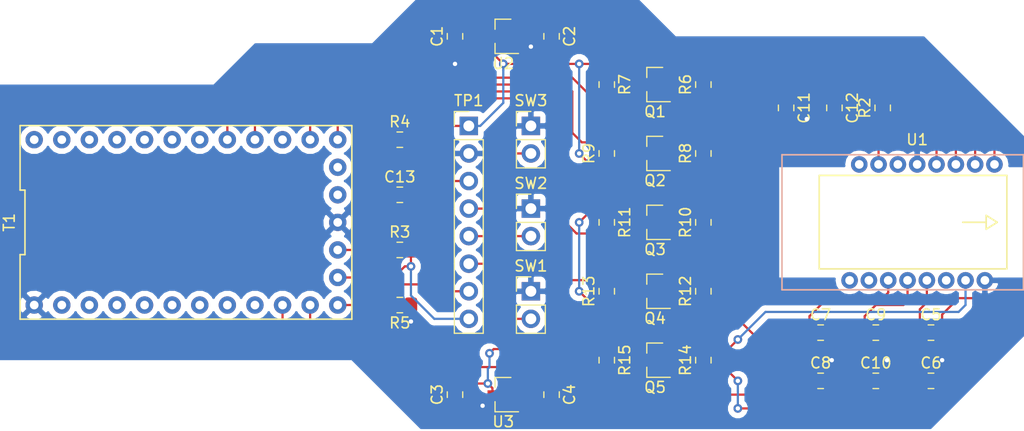
<source format=kicad_pcb>
(kicad_pcb (version 20171130) (host pcbnew 5.0.2-bee76a0~70~ubuntu18.04.1)

  (general
    (thickness 1.6)
    (drawings 0)
    (tracks 293)
    (zones 0)
    (modules 40)
    (nets 45)
  )

  (page A4)
  (layers
    (0 F.Cu signal)
    (31 B.Cu signal hide)
    (32 B.Adhes user)
    (33 F.Adhes user)
    (34 B.Paste user)
    (35 F.Paste user)
    (36 B.SilkS user)
    (37 F.SilkS user)
    (38 B.Mask user)
    (39 F.Mask user)
    (40 Dwgs.User user)
    (41 Cmts.User user)
    (42 Eco1.User user)
    (43 Eco2.User user)
    (44 Edge.Cuts user)
    (45 Margin user)
    (46 B.CrtYd user)
    (47 F.CrtYd user)
    (48 B.Fab user)
    (49 F.Fab user)
  )

  (setup
    (last_trace_width 0.2032)
    (trace_clearance 0.2032)
    (zone_clearance 0.508)
    (zone_45_only no)
    (trace_min 0.2032)
    (segment_width 0.2)
    (edge_width 0.15)
    (via_size 0.8)
    (via_drill 0.4)
    (via_min_size 0.4)
    (via_min_drill 0.3)
    (uvia_size 0.3)
    (uvia_drill 0.1)
    (uvias_allowed no)
    (uvia_min_size 0.2)
    (uvia_min_drill 0.1)
    (pcb_text_width 0.3)
    (pcb_text_size 1.5 1.5)
    (mod_edge_width 0.15)
    (mod_text_size 1 1)
    (mod_text_width 0.15)
    (pad_size 1.524 1.524)
    (pad_drill 0.762)
    (pad_to_mask_clearance 0.051)
    (solder_mask_min_width 0.25)
    (aux_axis_origin 0 0)
    (visible_elements FFFFFF7F)
    (pcbplotparams
      (layerselection 0x010fc_ffffffff)
      (usegerberextensions false)
      (usegerberattributes false)
      (usegerberadvancedattributes false)
      (creategerberjobfile false)
      (excludeedgelayer true)
      (linewidth 0.100000)
      (plotframeref false)
      (viasonmask false)
      (mode 1)
      (useauxorigin false)
      (hpglpennumber 1)
      (hpglpenspeed 20)
      (hpglpendiameter 15.000000)
      (psnegative false)
      (psa4output false)
      (plotreference true)
      (plotvalue true)
      (plotinvisibletext false)
      (padsonsilk false)
      (subtractmaskfromsilk false)
      (outputformat 1)
      (mirror false)
      (drillshape 1)
      (scaleselection 1)
      (outputdirectory ""))
  )

  (net 0 "")
  (net 1 MISO_3)
  (net 2 +3V3)
  (net 3 SCLK_5)
  (net 4 +5V)
  (net 5 NRESET_5)
  (net 6 NRESET_3)
  (net 7 MISO_5)
  (net 8 MOSI_5)
  (net 9 MOSI_3)
  (net 10 SCLK_3)
  (net 11 MOTION_5)
  (net 12 MOTION_3)
  (net 13 GND)
  (net 14 PS2_RST)
  (net 15 PS2_CLK)
  (net 16 PS2_DATA)
  (net 17 +1V8)
  (net 18 "Net-(T1-Pad23)")
  (net 19 "Net-(T1-Pad2)")
  (net 20 "Net-(T1-Pad22)")
  (net 21 "Net-(T1-Pad3)")
  (net 22 "Net-(T1-Pad21)")
  (net 23 "Net-(T1-Pad4)")
  (net 24 "Net-(T1-Pad20)")
  (net 25 "Net-(T1-Pad5)")
  (net 26 "Net-(T1-Pad19)")
  (net 27 "Net-(T1-Pad6)")
  (net 28 "Net-(T1-Pad18)")
  (net 29 "Net-(T1-Pad7)")
  (net 30 "Net-(T1-Pad8)")
  (net 31 "Net-(T1-Pad9)")
  (net 32 "Net-(T1-Pad25)")
  (net 33 "Net-(T1-Pad26)")
  (net 34 "Net-(U1-Pad16)")
  (net 35 "Net-(U1-Pad1)")
  (net 36 "Net-(U1-Pad2)")
  (net 37 "Net-(U1-Pad14)")
  (net 38 "Net-(U1-Pad6)")
  (net 39 PS2_BTN3)
  (net 40 PS2_BTN2)
  (net 41 PS2_BTN1)
  (net 42 "Net-(R2-Pad1)")
  (net 43 "Net-(C7-Pad1)")
  (net 44 "Net-(T1-Pad15)")

  (net_class Default "This is the default net class."
    (clearance 0.2032)
    (trace_width 0.2032)
    (via_dia 0.8)
    (via_drill 0.4)
    (uvia_dia 0.3)
    (uvia_drill 0.1)
    (diff_pair_gap 0.25)
    (diff_pair_width 0.2032)
    (add_net +1V8)
    (add_net +3V3)
    (add_net +5V)
    (add_net GND)
    (add_net MISO_3)
    (add_net MISO_5)
    (add_net MOSI_3)
    (add_net MOSI_5)
    (add_net MOTION_3)
    (add_net MOTION_5)
    (add_net NRESET_3)
    (add_net NRESET_5)
    (add_net "Net-(C7-Pad1)")
    (add_net "Net-(R2-Pad1)")
    (add_net "Net-(T1-Pad15)")
    (add_net "Net-(T1-Pad18)")
    (add_net "Net-(T1-Pad19)")
    (add_net "Net-(T1-Pad2)")
    (add_net "Net-(T1-Pad20)")
    (add_net "Net-(T1-Pad21)")
    (add_net "Net-(T1-Pad22)")
    (add_net "Net-(T1-Pad23)")
    (add_net "Net-(T1-Pad25)")
    (add_net "Net-(T1-Pad26)")
    (add_net "Net-(T1-Pad3)")
    (add_net "Net-(T1-Pad4)")
    (add_net "Net-(T1-Pad5)")
    (add_net "Net-(T1-Pad6)")
    (add_net "Net-(T1-Pad7)")
    (add_net "Net-(T1-Pad8)")
    (add_net "Net-(T1-Pad9)")
    (add_net "Net-(U1-Pad1)")
    (add_net "Net-(U1-Pad14)")
    (add_net "Net-(U1-Pad16)")
    (add_net "Net-(U1-Pad2)")
    (add_net "Net-(U1-Pad6)")
    (add_net PS2_BTN1)
    (add_net PS2_BTN2)
    (add_net PS2_BTN3)
    (add_net PS2_CLK)
    (add_net PS2_DATA)
    (add_net PS2_RST)
    (add_net SCLK_3)
    (add_net SCLK_5)
  )

  (module OpenMouse:Teensy_2.0 (layer F.Cu) (tedit 5C2B31C7) (tstamp 5C44A5CF)
    (at 77.47 82.55)
    (path /5C2B2A00)
    (fp_text reference T1 (at -16.27 0 90) (layer F.SilkS)
      (effects (font (size 1 1) (thickness 0.15)))
    )
    (fp_text value Teensy_2.0 (at 0 0) (layer F.Fab)
      (effects (font (size 1 1) (thickness 0.15)))
    )
    (fp_line (start -15.27 8.919999) (end 15.27 8.92) (layer F.SilkS) (width 0.15))
    (fp_line (start 15.27 8.92) (end 15.27 -8.919999) (layer F.SilkS) (width 0.15))
    (fp_line (start 15.27 -8.919999) (end -15.27 -8.92) (layer F.SilkS) (width 0.15))
    (fp_line (start -15.27 -8.92) (end -15.27 -2.973333) (layer F.SilkS) (width 0.15))
    (fp_line (start -15.27 -2.973333) (end -14.82 -2.973333) (layer F.SilkS) (width 0.15))
    (fp_line (start -14.82 -2.973333) (end -14.82 2.973333) (layer F.SilkS) (width 0.15))
    (fp_line (start -14.82 2.973333) (end -15.27 2.973333) (layer F.SilkS) (width 0.15))
    (fp_line (start -15.27 2.973333) (end -15.27 8.919999) (layer F.SilkS) (width 0.15))
    (fp_line (start -15.4 -9.05) (end 15.4 -9.05) (layer F.CrtYd) (width 0.05))
    (fp_line (start 15.4 -9.05) (end 15.4 9.05) (layer F.CrtYd) (width 0.05))
    (fp_line (start 15.4 9.05) (end -15.4 9.05) (layer F.CrtYd) (width 0.05))
    (fp_line (start -15.4 9.05) (end -15.4 -9.05) (layer F.CrtYd) (width 0.05))
    (pad 24 thru_hole circle (at -13.97 -7.62) (size 1.6 1.6) (drill 0.8) (layers *.Cu *.Mask)
      (net 4 +5V))
    (pad 1 thru_hole circle (at -13.97 7.62) (size 1.6 1.6) (drill 0.8) (layers *.Cu *.Mask)
      (net 13 GND))
    (pad 23 thru_hole circle (at -11.43 -7.62) (size 1.6 1.6) (drill 0.8) (layers *.Cu *.Mask)
      (net 18 "Net-(T1-Pad23)"))
    (pad 2 thru_hole circle (at -11.43 7.62) (size 1.6 1.6) (drill 0.8) (layers *.Cu *.Mask)
      (net 19 "Net-(T1-Pad2)"))
    (pad 22 thru_hole circle (at -8.89 -7.62) (size 1.6 1.6) (drill 0.8) (layers *.Cu *.Mask)
      (net 20 "Net-(T1-Pad22)"))
    (pad 3 thru_hole circle (at -8.89 7.62) (size 1.6 1.6) (drill 0.8) (layers *.Cu *.Mask)
      (net 21 "Net-(T1-Pad3)"))
    (pad 21 thru_hole circle (at -6.35 -7.62) (size 1.6 1.6) (drill 0.8) (layers *.Cu *.Mask)
      (net 22 "Net-(T1-Pad21)"))
    (pad 4 thru_hole circle (at -6.35 7.62) (size 1.6 1.6) (drill 0.8) (layers *.Cu *.Mask)
      (net 23 "Net-(T1-Pad4)"))
    (pad 20 thru_hole circle (at -3.81 -7.62) (size 1.6 1.6) (drill 0.8) (layers *.Cu *.Mask)
      (net 24 "Net-(T1-Pad20)"))
    (pad 5 thru_hole circle (at -3.81 7.62) (size 1.6 1.6) (drill 0.8) (layers *.Cu *.Mask)
      (net 25 "Net-(T1-Pad5)"))
    (pad 19 thru_hole circle (at -1.27 -7.62) (size 1.6 1.6) (drill 0.8) (layers *.Cu *.Mask)
      (net 26 "Net-(T1-Pad19)"))
    (pad 6 thru_hole circle (at -1.27 7.62) (size 1.6 1.6) (drill 0.8) (layers *.Cu *.Mask)
      (net 27 "Net-(T1-Pad6)"))
    (pad 18 thru_hole circle (at 1.27 -7.62) (size 1.6 1.6) (drill 0.8) (layers *.Cu *.Mask)
      (net 28 "Net-(T1-Pad18)"))
    (pad 7 thru_hole circle (at 1.27 7.62) (size 1.6 1.6) (drill 0.8) (layers *.Cu *.Mask)
      (net 29 "Net-(T1-Pad7)"))
    (pad 17 thru_hole circle (at 3.81 -7.62) (size 1.6 1.6) (drill 0.8) (layers *.Cu *.Mask)
      (net 11 MOTION_5))
    (pad 8 thru_hole circle (at 3.81 7.62) (size 1.6 1.6) (drill 0.8) (layers *.Cu *.Mask)
      (net 30 "Net-(T1-Pad8)"))
    (pad 16 thru_hole circle (at 6.35 -7.62) (size 1.6 1.6) (drill 0.8) (layers *.Cu *.Mask)
      (net 3 SCLK_5))
    (pad 9 thru_hole circle (at 6.35 7.62) (size 1.6 1.6) (drill 0.8) (layers *.Cu *.Mask)
      (net 31 "Net-(T1-Pad9)"))
    (pad 15 thru_hole circle (at 8.89 -7.62) (size 1.6 1.6) (drill 0.8) (layers *.Cu *.Mask)
      (net 44 "Net-(T1-Pad15)"))
    (pad 10 thru_hole circle (at 8.89 7.62) (size 1.6 1.6) (drill 0.8) (layers *.Cu *.Mask)
      (net 5 NRESET_5))
    (pad 14 thru_hole circle (at 11.43 -7.62) (size 1.6 1.6) (drill 0.8) (layers *.Cu *.Mask)
      (net 8 MOSI_5))
    (pad 11 thru_hole circle (at 11.43 7.62) (size 1.6 1.6) (drill 0.8) (layers *.Cu *.Mask)
      (net 14 PS2_RST))
    (pad 13 thru_hole circle (at 13.97 -7.62) (size 1.6 1.6) (drill 0.8) (layers *.Cu *.Mask)
      (net 7 MISO_5))
    (pad 12 thru_hole circle (at 13.97 7.62) (size 1.6 1.6) (drill 0.8) (layers *.Cu *.Mask)
      (net 16 PS2_DATA))
    (pad 25 thru_hole circle (at 13.97 -5.08) (size 1.6 1.6) (drill 0.8) (layers *.Cu *.Mask)
      (net 32 "Net-(T1-Pad25)"))
    (pad 26 thru_hole circle (at 13.97 -2.54) (size 1.6 1.6) (drill 0.8) (layers *.Cu *.Mask)
      (net 33 "Net-(T1-Pad26)"))
    (pad 27 thru_hole circle (at 13.97 0) (size 1.6 1.6) (drill 0.8) (layers *.Cu *.Mask)
      (net 13 GND))
    (pad 28 thru_hole circle (at 13.97 2.54) (size 1.6 1.6) (drill 0.8) (layers *.Cu *.Mask)
      (net 4 +5V))
    (pad 29 thru_hole circle (at 13.97 5.08) (size 1.6 1.6) (drill 0.8) (layers *.Cu *.Mask)
      (net 15 PS2_CLK))
  )

  (module Package_TO_SOT_SMD:SOT-23 (layer F.Cu) (tedit 5A02FF57) (tstamp 5C44A54E)
    (at 120.65 76.2 180)
    (descr "SOT-23, Standard")
    (tags SOT-23)
    (path /5C56A45B)
    (attr smd)
    (fp_text reference Q2 (at 0 -2.5 180) (layer F.SilkS)
      (effects (font (size 1 1) (thickness 0.15)))
    )
    (fp_text value BSS138 (at 0 2.5 180) (layer F.Fab)
      (effects (font (size 1 1) (thickness 0.15)))
    )
    (fp_text user %R (at 0 0 270) (layer F.Fab)
      (effects (font (size 0.5 0.5) (thickness 0.075)))
    )
    (fp_line (start -0.7 -0.95) (end -0.7 1.5) (layer F.Fab) (width 0.1))
    (fp_line (start -0.15 -1.52) (end 0.7 -1.52) (layer F.Fab) (width 0.1))
    (fp_line (start -0.7 -0.95) (end -0.15 -1.52) (layer F.Fab) (width 0.1))
    (fp_line (start 0.7 -1.52) (end 0.7 1.52) (layer F.Fab) (width 0.1))
    (fp_line (start -0.7 1.52) (end 0.7 1.52) (layer F.Fab) (width 0.1))
    (fp_line (start 0.76 1.58) (end 0.76 0.65) (layer F.SilkS) (width 0.12))
    (fp_line (start 0.76 -1.58) (end 0.76 -0.65) (layer F.SilkS) (width 0.12))
    (fp_line (start -1.7 -1.75) (end 1.7 -1.75) (layer F.CrtYd) (width 0.05))
    (fp_line (start 1.7 -1.75) (end 1.7 1.75) (layer F.CrtYd) (width 0.05))
    (fp_line (start 1.7 1.75) (end -1.7 1.75) (layer F.CrtYd) (width 0.05))
    (fp_line (start -1.7 1.75) (end -1.7 -1.75) (layer F.CrtYd) (width 0.05))
    (fp_line (start 0.76 -1.58) (end -1.4 -1.58) (layer F.SilkS) (width 0.12))
    (fp_line (start 0.76 1.58) (end -0.7 1.58) (layer F.SilkS) (width 0.12))
    (pad 1 smd rect (at -1 -0.95 180) (size 0.9 0.8) (layers F.Cu F.Paste F.Mask)
      (net 2 +3V3))
    (pad 2 smd rect (at -1 0.95 180) (size 0.9 0.8) (layers F.Cu F.Paste F.Mask)
      (net 10 SCLK_3))
    (pad 3 smd rect (at 1 0 180) (size 0.9 0.8) (layers F.Cu F.Paste F.Mask)
      (net 3 SCLK_5))
    (model ${KISYS3DMOD}/Package_TO_SOT_SMD.3dshapes/SOT-23.wrl
      (at (xyz 0 0 0))
      (scale (xyz 1 1 1))
      (rotate (xyz 0 0 0))
    )
  )

  (module Package_TO_SOT_SMD:SOT-23 (layer F.Cu) (tedit 5A02FF57) (tstamp 5C44A578)
    (at 106.68 65.405 180)
    (descr "SOT-23, Standard")
    (tags SOT-23)
    (path /5C2B5A1A)
    (attr smd)
    (fp_text reference U2 (at 0 -2.5 180) (layer F.SilkS)
      (effects (font (size 1 1) (thickness 0.15)))
    )
    (fp_text value MCP1703A-3302_SOT23 (at 0 2.5 180) (layer F.Fab)
      (effects (font (size 1 1) (thickness 0.15)))
    )
    (fp_text user %R (at 0 0 270) (layer F.Fab)
      (effects (font (size 0.5 0.5) (thickness 0.075)))
    )
    (fp_line (start -0.7 -0.95) (end -0.7 1.5) (layer F.Fab) (width 0.1))
    (fp_line (start -0.15 -1.52) (end 0.7 -1.52) (layer F.Fab) (width 0.1))
    (fp_line (start -0.7 -0.95) (end -0.15 -1.52) (layer F.Fab) (width 0.1))
    (fp_line (start 0.7 -1.52) (end 0.7 1.52) (layer F.Fab) (width 0.1))
    (fp_line (start -0.7 1.52) (end 0.7 1.52) (layer F.Fab) (width 0.1))
    (fp_line (start 0.76 1.58) (end 0.76 0.65) (layer F.SilkS) (width 0.12))
    (fp_line (start 0.76 -1.58) (end 0.76 -0.65) (layer F.SilkS) (width 0.12))
    (fp_line (start -1.7 -1.75) (end 1.7 -1.75) (layer F.CrtYd) (width 0.05))
    (fp_line (start 1.7 -1.75) (end 1.7 1.75) (layer F.CrtYd) (width 0.05))
    (fp_line (start 1.7 1.75) (end -1.7 1.75) (layer F.CrtYd) (width 0.05))
    (fp_line (start -1.7 1.75) (end -1.7 -1.75) (layer F.CrtYd) (width 0.05))
    (fp_line (start 0.76 -1.58) (end -1.4 -1.58) (layer F.SilkS) (width 0.12))
    (fp_line (start 0.76 1.58) (end -0.7 1.58) (layer F.SilkS) (width 0.12))
    (pad 1 smd rect (at -1 -0.95 180) (size 0.9 0.8) (layers F.Cu F.Paste F.Mask)
      (net 13 GND))
    (pad 2 smd rect (at -1 0.95 180) (size 0.9 0.8) (layers F.Cu F.Paste F.Mask)
      (net 2 +3V3))
    (pad 3 smd rect (at 1 0 180) (size 0.9 0.8) (layers F.Cu F.Paste F.Mask)
      (net 4 +5V))
    (model ${KISYS3DMOD}/Package_TO_SOT_SMD.3dshapes/SOT-23.wrl
      (at (xyz 0 0 0))
      (scale (xyz 1 1 1))
      (rotate (xyz 0 0 0))
    )
  )

  (module Capacitor_SMD:C_0805_2012Metric_Pad1.15x1.40mm_HandSolder (layer F.Cu) (tedit 5B36C52B) (tstamp 5C504D81)
    (at 97.155 80.01)
    (descr "Capacitor SMD 0805 (2012 Metric), square (rectangular) end terminal, IPC_7351 nominal with elongated pad for handsoldering. (Body size source: https://docs.google.com/spreadsheets/d/1BsfQQcO9C6DZCsRaXUlFlo91Tg2WpOkGARC1WS5S8t0/edit?usp=sharing), generated with kicad-footprint-generator")
    (tags "capacitor handsolder")
    (path /5C389E34)
    (attr smd)
    (fp_text reference C13 (at 0 -1.65) (layer F.SilkS)
      (effects (font (size 1 1) (thickness 0.15)))
    )
    (fp_text value 2.2uF (at 0 1.65) (layer F.Fab)
      (effects (font (size 1 1) (thickness 0.15)))
    )
    (fp_line (start -1 0.6) (end -1 -0.6) (layer F.Fab) (width 0.1))
    (fp_line (start -1 -0.6) (end 1 -0.6) (layer F.Fab) (width 0.1))
    (fp_line (start 1 -0.6) (end 1 0.6) (layer F.Fab) (width 0.1))
    (fp_line (start 1 0.6) (end -1 0.6) (layer F.Fab) (width 0.1))
    (fp_line (start -0.261252 -0.71) (end 0.261252 -0.71) (layer F.SilkS) (width 0.12))
    (fp_line (start -0.261252 0.71) (end 0.261252 0.71) (layer F.SilkS) (width 0.12))
    (fp_line (start -1.85 0.95) (end -1.85 -0.95) (layer F.CrtYd) (width 0.05))
    (fp_line (start -1.85 -0.95) (end 1.85 -0.95) (layer F.CrtYd) (width 0.05))
    (fp_line (start 1.85 -0.95) (end 1.85 0.95) (layer F.CrtYd) (width 0.05))
    (fp_line (start 1.85 0.95) (end -1.85 0.95) (layer F.CrtYd) (width 0.05))
    (fp_text user %R (at 0 0) (layer F.Fab)
      (effects (font (size 0.5 0.5) (thickness 0.08)))
    )
    (pad 1 smd roundrect (at -1.025 0) (size 1.15 1.4) (layers F.Cu F.Paste F.Mask) (roundrect_rratio 0.217391)
      (net 4 +5V))
    (pad 2 smd roundrect (at 1.025 0) (size 1.15 1.4) (layers F.Cu F.Paste F.Mask) (roundrect_rratio 0.217391)
      (net 14 PS2_RST))
    (model ${KISYS3DMOD}/Capacitor_SMD.3dshapes/C_0805_2012Metric.wrl
      (at (xyz 0 0 0))
      (scale (xyz 1 1 1))
      (rotate (xyz 0 0 0))
    )
  )

  (module Capacitor_SMD:C_0805_2012Metric_Pad1.15x1.40mm_HandSolder (layer F.Cu) (tedit 5B36C52B) (tstamp 5C44A65E)
    (at 137.16 72 270)
    (descr "Capacitor SMD 0805 (2012 Metric), square (rectangular) end terminal, IPC_7351 nominal with elongated pad for handsoldering. (Body size source: https://docs.google.com/spreadsheets/d/1BsfQQcO9C6DZCsRaXUlFlo91Tg2WpOkGARC1WS5S8t0/edit?usp=sharing), generated with kicad-footprint-generator")
    (tags "capacitor handsolder")
    (path /5C2C06C8)
    (attr smd)
    (fp_text reference C12 (at 0 -1.65 270) (layer F.SilkS)
      (effects (font (size 1 1) (thickness 0.15)))
    )
    (fp_text value 10uF (at 0 1.65 270) (layer F.Fab)
      (effects (font (size 1 1) (thickness 0.15)))
    )
    (fp_line (start -1 0.6) (end -1 -0.6) (layer F.Fab) (width 0.1))
    (fp_line (start -1 -0.6) (end 1 -0.6) (layer F.Fab) (width 0.1))
    (fp_line (start 1 -0.6) (end 1 0.6) (layer F.Fab) (width 0.1))
    (fp_line (start 1 0.6) (end -1 0.6) (layer F.Fab) (width 0.1))
    (fp_line (start -0.261252 -0.71) (end 0.261252 -0.71) (layer F.SilkS) (width 0.12))
    (fp_line (start -0.261252 0.71) (end 0.261252 0.71) (layer F.SilkS) (width 0.12))
    (fp_line (start -1.85 0.95) (end -1.85 -0.95) (layer F.CrtYd) (width 0.05))
    (fp_line (start -1.85 -0.95) (end 1.85 -0.95) (layer F.CrtYd) (width 0.05))
    (fp_line (start 1.85 -0.95) (end 1.85 0.95) (layer F.CrtYd) (width 0.05))
    (fp_line (start 1.85 0.95) (end -1.85 0.95) (layer F.CrtYd) (width 0.05))
    (fp_text user %R (at 0 0 270) (layer F.Fab)
      (effects (font (size 0.5 0.5) (thickness 0.08)))
    )
    (pad 1 smd roundrect (at -1.025 0 270) (size 1.15 1.4) (layers F.Cu F.Paste F.Mask) (roundrect_rratio 0.217391)
      (net 17 +1V8))
    (pad 2 smd roundrect (at 1.025 0 270) (size 1.15 1.4) (layers F.Cu F.Paste F.Mask) (roundrect_rratio 0.217391)
      (net 13 GND))
    (model ${KISYS3DMOD}/Capacitor_SMD.3dshapes/C_0805_2012Metric.wrl
      (at (xyz 0 0 0))
      (scale (xyz 1 1 1))
      (rotate (xyz 0 0 0))
    )
  )

  (module OpenMouse:PMW3389 (layer F.Cu) (tedit 5C2B4793) (tstamp 5C44A5EF)
    (at 144.78 82.55)
    (path /5C5AD3D7)
    (fp_text reference U1 (at 0 -7.62 180) (layer F.SilkS)
      (effects (font (size 1 1) (thickness 0.15)))
    )
    (fp_text value PMW3389 (at 0 0 180) (layer F.Fab)
      (effects (font (size 1 1) (thickness 0.15)))
    )
    (fp_line (start -12.446 6.215) (end 9.779 6.215) (layer B.SilkS) (width 0.15))
    (fp_line (start -12.446 -6.231) (end -12.446 6.215) (layer B.SilkS) (width 0.15))
    (fp_line (start 9.779 -6.231) (end -12.446 -6.231) (layer B.SilkS) (width 0.15))
    (fp_line (start 9.779 6.215) (end 9.779 -6.231) (layer B.SilkS) (width 0.15))
    (fp_line (start -9.017 -4.326) (end -9.017 4.2846) (layer F.SilkS) (width 0.15))
    (fp_line (start 8.255 4.2846) (end 8.255 -4.326) (layer F.SilkS) (width 0.15))
    (fp_line (start 8.255 -4.326) (end -9.017 -4.326) (layer F.SilkS) (width 0.15))
    (fp_line (start 8.255 4.2846) (end -9.017 4.2846) (layer F.SilkS) (width 0.15))
    (fp_line (start 6.35 0.627) (end 7.366 -0.008) (layer F.SilkS) (width 0.15))
    (fp_line (start 6.35 -0.643) (end 6.35 0.627) (layer F.SilkS) (width 0.15))
    (fp_line (start 7.366 -0.008) (end 6.35 -0.643) (layer F.SilkS) (width 0.15))
    (fp_line (start 4.191 -0.008) (end 6.35 -0.008) (layer F.SilkS) (width 0.15))
    (pad 8 thru_hole oval (at 6.23 5.342) (size 1.524 1.524) (drill 0.8) (layers *.Cu *.Mask)
      (net 13 GND))
    (pad 9 thru_hole oval (at 7.112 -5.342) (size 1.524 1.524) (drill 0.8) (layers *.Cu *.Mask)
      (net 12 MOTION_3))
    (pad 7 thru_hole oval (at 4.45 5.342) (size 1.524 1.524) (drill 0.8) (layers *.Cu *.Mask)
      (net 6 NRESET_3))
    (pad 10 thru_hole oval (at 5.334 -5.342) (size 1.524 1.524) (drill 0.8) (layers *.Cu *.Mask)
      (net 10 SCLK_3))
    (pad 6 thru_hole oval (at 2.67 5.342) (size 1.524 1.524) (drill 0.8) (layers *.Cu *.Mask)
      (net 38 "Net-(U1-Pad6)"))
    (pad 11 thru_hole oval (at 3.559 -5.342) (size 1.524 1.524) (drill 0.8) (layers *.Cu *.Mask)
      (net 9 MOSI_3))
    (pad 5 thru_hole oval (at 0.89 5.342) (size 1.524 1.524) (drill 0.8) (layers *.Cu *.Mask)
      (net 2 +3V3))
    (pad 12 thru_hole oval (at 1.779 -5.342) (size 1.524 1.524) (drill 0.8) (layers *.Cu *.Mask)
      (net 1 MISO_3))
    (pad 4 thru_hole oval (at -0.889 5.342) (size 1.524 1.524) (drill 0.8) (layers *.Cu *.Mask)
      (net 17 +1V8))
    (pad 13 thru_hole oval (at 0 -5.342) (size 1.524 1.524) (drill 0.8) (layers *.Cu *.Mask)
      (net 13 GND))
    (pad 3 thru_hole oval (at -2.667 5.342) (size 1.524 1.524) (drill 0.8) (layers *.Cu *.Mask)
      (net 43 "Net-(C7-Pad1)"))
    (pad 14 thru_hole oval (at -1.778 -5.342) (size 1.524 1.524) (drill 0.8) (layers *.Cu *.Mask)
      (net 37 "Net-(U1-Pad14)"))
    (pad 2 thru_hole oval (at -4.445 5.342) (size 1.524 1.524) (drill 0.8) (layers *.Cu *.Mask)
      (net 36 "Net-(U1-Pad2)"))
    (pad 15 thru_hole oval (at -3.556 -5.342) (size 1.524 1.524) (drill 0.8) (layers *.Cu *.Mask)
      (net 42 "Net-(R2-Pad1)"))
    (pad 1 thru_hole oval (at -6.223 5.342) (size 1.524 1.524) (drill 0.8) (layers *.Cu *.Mask)
      (net 35 "Net-(U1-Pad1)"))
    (pad 16 thru_hole oval (at -5.334 -5.342) (size 1.524 1.524) (drill 0.8) (layers *.Cu *.Mask)
      (net 34 "Net-(U1-Pad16)"))
  )

  (module Capacitor_SMD:C_0805_2012Metric_Pad1.15x1.40mm_HandSolder (layer F.Cu) (tedit 5B36C52B) (tstamp 5C44A719)
    (at 102.235 65.405 90)
    (descr "Capacitor SMD 0805 (2012 Metric), square (rectangular) end terminal, IPC_7351 nominal with elongated pad for handsoldering. (Body size source: https://docs.google.com/spreadsheets/d/1BsfQQcO9C6DZCsRaXUlFlo91Tg2WpOkGARC1WS5S8t0/edit?usp=sharing), generated with kicad-footprint-generator")
    (tags "capacitor handsolder")
    (path /5C2B636F)
    (attr smd)
    (fp_text reference C1 (at 0 -1.65 90) (layer F.SilkS)
      (effects (font (size 1 1) (thickness 0.15)))
    )
    (fp_text value 1uF (at 0 1.65 90) (layer F.Fab)
      (effects (font (size 1 1) (thickness 0.15)))
    )
    (fp_text user %R (at 0 0 90) (layer F.Fab)
      (effects (font (size 0.5 0.5) (thickness 0.08)))
    )
    (fp_line (start 1.85 0.95) (end -1.85 0.95) (layer F.CrtYd) (width 0.05))
    (fp_line (start 1.85 -0.95) (end 1.85 0.95) (layer F.CrtYd) (width 0.05))
    (fp_line (start -1.85 -0.95) (end 1.85 -0.95) (layer F.CrtYd) (width 0.05))
    (fp_line (start -1.85 0.95) (end -1.85 -0.95) (layer F.CrtYd) (width 0.05))
    (fp_line (start -0.261252 0.71) (end 0.261252 0.71) (layer F.SilkS) (width 0.12))
    (fp_line (start -0.261252 -0.71) (end 0.261252 -0.71) (layer F.SilkS) (width 0.12))
    (fp_line (start 1 0.6) (end -1 0.6) (layer F.Fab) (width 0.1))
    (fp_line (start 1 -0.6) (end 1 0.6) (layer F.Fab) (width 0.1))
    (fp_line (start -1 -0.6) (end 1 -0.6) (layer F.Fab) (width 0.1))
    (fp_line (start -1 0.6) (end -1 -0.6) (layer F.Fab) (width 0.1))
    (pad 2 smd roundrect (at 1.025 0 90) (size 1.15 1.4) (layers F.Cu F.Paste F.Mask) (roundrect_rratio 0.217391)
      (net 4 +5V))
    (pad 1 smd roundrect (at -1.025 0 90) (size 1.15 1.4) (layers F.Cu F.Paste F.Mask) (roundrect_rratio 0.217391)
      (net 13 GND))
    (model ${KISYS3DMOD}/Capacitor_SMD.3dshapes/C_0805_2012Metric.wrl
      (at (xyz 0 0 0))
      (scale (xyz 1 1 1))
      (rotate (xyz 0 0 0))
    )
  )

  (module Capacitor_SMD:C_0805_2012Metric_Pad1.15x1.40mm_HandSolder (layer F.Cu) (tedit 5B36C52B) (tstamp 5C44A708)
    (at 111.125 65.405 270)
    (descr "Capacitor SMD 0805 (2012 Metric), square (rectangular) end terminal, IPC_7351 nominal with elongated pad for handsoldering. (Body size source: https://docs.google.com/spreadsheets/d/1BsfQQcO9C6DZCsRaXUlFlo91Tg2WpOkGARC1WS5S8t0/edit?usp=sharing), generated with kicad-footprint-generator")
    (tags "capacitor handsolder")
    (path /5C2B63AC)
    (attr smd)
    (fp_text reference C2 (at 0 -1.65 270) (layer F.SilkS)
      (effects (font (size 1 1) (thickness 0.15)))
    )
    (fp_text value 1uF (at 0 1.65 270) (layer F.Fab)
      (effects (font (size 1 1) (thickness 0.15)))
    )
    (fp_line (start -1 0.6) (end -1 -0.6) (layer F.Fab) (width 0.1))
    (fp_line (start -1 -0.6) (end 1 -0.6) (layer F.Fab) (width 0.1))
    (fp_line (start 1 -0.6) (end 1 0.6) (layer F.Fab) (width 0.1))
    (fp_line (start 1 0.6) (end -1 0.6) (layer F.Fab) (width 0.1))
    (fp_line (start -0.261252 -0.71) (end 0.261252 -0.71) (layer F.SilkS) (width 0.12))
    (fp_line (start -0.261252 0.71) (end 0.261252 0.71) (layer F.SilkS) (width 0.12))
    (fp_line (start -1.85 0.95) (end -1.85 -0.95) (layer F.CrtYd) (width 0.05))
    (fp_line (start -1.85 -0.95) (end 1.85 -0.95) (layer F.CrtYd) (width 0.05))
    (fp_line (start 1.85 -0.95) (end 1.85 0.95) (layer F.CrtYd) (width 0.05))
    (fp_line (start 1.85 0.95) (end -1.85 0.95) (layer F.CrtYd) (width 0.05))
    (fp_text user %R (at 0 0 270) (layer F.Fab)
      (effects (font (size 0.5 0.5) (thickness 0.08)))
    )
    (pad 1 smd roundrect (at -1.025 0 270) (size 1.15 1.4) (layers F.Cu F.Paste F.Mask) (roundrect_rratio 0.217391)
      (net 2 +3V3))
    (pad 2 smd roundrect (at 1.025 0 270) (size 1.15 1.4) (layers F.Cu F.Paste F.Mask) (roundrect_rratio 0.217391)
      (net 13 GND))
    (model ${KISYS3DMOD}/Capacitor_SMD.3dshapes/C_0805_2012Metric.wrl
      (at (xyz 0 0 0))
      (scale (xyz 1 1 1))
      (rotate (xyz 0 0 0))
    )
  )

  (module Capacitor_SMD:C_0805_2012Metric_Pad1.15x1.40mm_HandSolder (layer F.Cu) (tedit 5B36C52B) (tstamp 5C44A6F7)
    (at 102.235 98.425 90)
    (descr "Capacitor SMD 0805 (2012 Metric), square (rectangular) end terminal, IPC_7351 nominal with elongated pad for handsoldering. (Body size source: https://docs.google.com/spreadsheets/d/1BsfQQcO9C6DZCsRaXUlFlo91Tg2WpOkGARC1WS5S8t0/edit?usp=sharing), generated with kicad-footprint-generator")
    (tags "capacitor handsolder")
    (path /5C71C604)
    (attr smd)
    (fp_text reference C3 (at 0 -1.65 90) (layer F.SilkS)
      (effects (font (size 1 1) (thickness 0.15)))
    )
    (fp_text value 1uF (at 0 1.65 90) (layer F.Fab)
      (effects (font (size 1 1) (thickness 0.15)))
    )
    (fp_text user %R (at 0 0 90) (layer F.Fab)
      (effects (font (size 0.5 0.5) (thickness 0.08)))
    )
    (fp_line (start 1.85 0.95) (end -1.85 0.95) (layer F.CrtYd) (width 0.05))
    (fp_line (start 1.85 -0.95) (end 1.85 0.95) (layer F.CrtYd) (width 0.05))
    (fp_line (start -1.85 -0.95) (end 1.85 -0.95) (layer F.CrtYd) (width 0.05))
    (fp_line (start -1.85 0.95) (end -1.85 -0.95) (layer F.CrtYd) (width 0.05))
    (fp_line (start -0.261252 0.71) (end 0.261252 0.71) (layer F.SilkS) (width 0.12))
    (fp_line (start -0.261252 -0.71) (end 0.261252 -0.71) (layer F.SilkS) (width 0.12))
    (fp_line (start 1 0.6) (end -1 0.6) (layer F.Fab) (width 0.1))
    (fp_line (start 1 -0.6) (end 1 0.6) (layer F.Fab) (width 0.1))
    (fp_line (start -1 -0.6) (end 1 -0.6) (layer F.Fab) (width 0.1))
    (fp_line (start -1 0.6) (end -1 -0.6) (layer F.Fab) (width 0.1))
    (pad 2 smd roundrect (at 1.025 0 90) (size 1.15 1.4) (layers F.Cu F.Paste F.Mask) (roundrect_rratio 0.217391)
      (net 4 +5V))
    (pad 1 smd roundrect (at -1.025 0 90) (size 1.15 1.4) (layers F.Cu F.Paste F.Mask) (roundrect_rratio 0.217391)
      (net 13 GND))
    (model ${KISYS3DMOD}/Capacitor_SMD.3dshapes/C_0805_2012Metric.wrl
      (at (xyz 0 0 0))
      (scale (xyz 1 1 1))
      (rotate (xyz 0 0 0))
    )
  )

  (module Capacitor_SMD:C_0805_2012Metric_Pad1.15x1.40mm_HandSolder (layer F.Cu) (tedit 5B36C52B) (tstamp 5C44A6E6)
    (at 111.125 98.425 270)
    (descr "Capacitor SMD 0805 (2012 Metric), square (rectangular) end terminal, IPC_7351 nominal with elongated pad for handsoldering. (Body size source: https://docs.google.com/spreadsheets/d/1BsfQQcO9C6DZCsRaXUlFlo91Tg2WpOkGARC1WS5S8t0/edit?usp=sharing), generated with kicad-footprint-generator")
    (tags "capacitor handsolder")
    (path /5C2B63F2)
    (attr smd)
    (fp_text reference C4 (at 0 -1.65 270) (layer F.SilkS)
      (effects (font (size 1 1) (thickness 0.15)))
    )
    (fp_text value 1uF (at 0 1.65 270) (layer F.Fab)
      (effects (font (size 1 1) (thickness 0.15)))
    )
    (fp_line (start -1 0.6) (end -1 -0.6) (layer F.Fab) (width 0.1))
    (fp_line (start -1 -0.6) (end 1 -0.6) (layer F.Fab) (width 0.1))
    (fp_line (start 1 -0.6) (end 1 0.6) (layer F.Fab) (width 0.1))
    (fp_line (start 1 0.6) (end -1 0.6) (layer F.Fab) (width 0.1))
    (fp_line (start -0.261252 -0.71) (end 0.261252 -0.71) (layer F.SilkS) (width 0.12))
    (fp_line (start -0.261252 0.71) (end 0.261252 0.71) (layer F.SilkS) (width 0.12))
    (fp_line (start -1.85 0.95) (end -1.85 -0.95) (layer F.CrtYd) (width 0.05))
    (fp_line (start -1.85 -0.95) (end 1.85 -0.95) (layer F.CrtYd) (width 0.05))
    (fp_line (start 1.85 -0.95) (end 1.85 0.95) (layer F.CrtYd) (width 0.05))
    (fp_line (start 1.85 0.95) (end -1.85 0.95) (layer F.CrtYd) (width 0.05))
    (fp_text user %R (at 0 0 270) (layer F.Fab)
      (effects (font (size 0.5 0.5) (thickness 0.08)))
    )
    (pad 1 smd roundrect (at -1.025 0 270) (size 1.15 1.4) (layers F.Cu F.Paste F.Mask) (roundrect_rratio 0.217391)
      (net 17 +1V8))
    (pad 2 smd roundrect (at 1.025 0 270) (size 1.15 1.4) (layers F.Cu F.Paste F.Mask) (roundrect_rratio 0.217391)
      (net 13 GND))
    (model ${KISYS3DMOD}/Capacitor_SMD.3dshapes/C_0805_2012Metric.wrl
      (at (xyz 0 0 0))
      (scale (xyz 1 1 1))
      (rotate (xyz 0 0 0))
    )
  )

  (module Capacitor_SMD:C_0805_2012Metric_Pad1.15x1.40mm_HandSolder (layer F.Cu) (tedit 5B36C52B) (tstamp 5C44A6D5)
    (at 146.05 92.71)
    (descr "Capacitor SMD 0805 (2012 Metric), square (rectangular) end terminal, IPC_7351 nominal with elongated pad for handsoldering. (Body size source: https://docs.google.com/spreadsheets/d/1BsfQQcO9C6DZCsRaXUlFlo91Tg2WpOkGARC1WS5S8t0/edit?usp=sharing), generated with kicad-footprint-generator")
    (tags "capacitor handsolder")
    (path /5C2BBC46)
    (attr smd)
    (fp_text reference C5 (at 0 -1.65) (layer F.SilkS)
      (effects (font (size 1 1) (thickness 0.15)))
    )
    (fp_text value 100nF (at 0 1.65) (layer F.Fab)
      (effects (font (size 1 1) (thickness 0.15)))
    )
    (fp_text user %R (at 0 0) (layer F.Fab)
      (effects (font (size 0.5 0.5) (thickness 0.08)))
    )
    (fp_line (start 1.85 0.95) (end -1.85 0.95) (layer F.CrtYd) (width 0.05))
    (fp_line (start 1.85 -0.95) (end 1.85 0.95) (layer F.CrtYd) (width 0.05))
    (fp_line (start -1.85 -0.95) (end 1.85 -0.95) (layer F.CrtYd) (width 0.05))
    (fp_line (start -1.85 0.95) (end -1.85 -0.95) (layer F.CrtYd) (width 0.05))
    (fp_line (start -0.261252 0.71) (end 0.261252 0.71) (layer F.SilkS) (width 0.12))
    (fp_line (start -0.261252 -0.71) (end 0.261252 -0.71) (layer F.SilkS) (width 0.12))
    (fp_line (start 1 0.6) (end -1 0.6) (layer F.Fab) (width 0.1))
    (fp_line (start 1 -0.6) (end 1 0.6) (layer F.Fab) (width 0.1))
    (fp_line (start -1 -0.6) (end 1 -0.6) (layer F.Fab) (width 0.1))
    (fp_line (start -1 0.6) (end -1 -0.6) (layer F.Fab) (width 0.1))
    (pad 2 smd roundrect (at 1.025 0) (size 1.15 1.4) (layers F.Cu F.Paste F.Mask) (roundrect_rratio 0.217391)
      (net 13 GND))
    (pad 1 smd roundrect (at -1.025 0) (size 1.15 1.4) (layers F.Cu F.Paste F.Mask) (roundrect_rratio 0.217391)
      (net 2 +3V3))
    (model ${KISYS3DMOD}/Capacitor_SMD.3dshapes/C_0805_2012Metric.wrl
      (at (xyz 0 0 0))
      (scale (xyz 1 1 1))
      (rotate (xyz 0 0 0))
    )
  )

  (module Capacitor_SMD:C_0805_2012Metric_Pad1.15x1.40mm_HandSolder (layer F.Cu) (tedit 5B36C52B) (tstamp 5C44A6C4)
    (at 146.05 97.155)
    (descr "Capacitor SMD 0805 (2012 Metric), square (rectangular) end terminal, IPC_7351 nominal with elongated pad for handsoldering. (Body size source: https://docs.google.com/spreadsheets/d/1BsfQQcO9C6DZCsRaXUlFlo91Tg2WpOkGARC1WS5S8t0/edit?usp=sharing), generated with kicad-footprint-generator")
    (tags "capacitor handsolder")
    (path /5C2BBA4D)
    (attr smd)
    (fp_text reference C6 (at 0 -1.65) (layer F.SilkS)
      (effects (font (size 1 1) (thickness 0.15)))
    )
    (fp_text value 10uF (at 0 1.65) (layer F.Fab)
      (effects (font (size 1 1) (thickness 0.15)))
    )
    (fp_line (start -1 0.6) (end -1 -0.6) (layer F.Fab) (width 0.1))
    (fp_line (start -1 -0.6) (end 1 -0.6) (layer F.Fab) (width 0.1))
    (fp_line (start 1 -0.6) (end 1 0.6) (layer F.Fab) (width 0.1))
    (fp_line (start 1 0.6) (end -1 0.6) (layer F.Fab) (width 0.1))
    (fp_line (start -0.261252 -0.71) (end 0.261252 -0.71) (layer F.SilkS) (width 0.12))
    (fp_line (start -0.261252 0.71) (end 0.261252 0.71) (layer F.SilkS) (width 0.12))
    (fp_line (start -1.85 0.95) (end -1.85 -0.95) (layer F.CrtYd) (width 0.05))
    (fp_line (start -1.85 -0.95) (end 1.85 -0.95) (layer F.CrtYd) (width 0.05))
    (fp_line (start 1.85 -0.95) (end 1.85 0.95) (layer F.CrtYd) (width 0.05))
    (fp_line (start 1.85 0.95) (end -1.85 0.95) (layer F.CrtYd) (width 0.05))
    (fp_text user %R (at 0 0) (layer F.Fab)
      (effects (font (size 0.5 0.5) (thickness 0.08)))
    )
    (pad 1 smd roundrect (at -1.025 0) (size 1.15 1.4) (layers F.Cu F.Paste F.Mask) (roundrect_rratio 0.217391)
      (net 2 +3V3))
    (pad 2 smd roundrect (at 1.025 0) (size 1.15 1.4) (layers F.Cu F.Paste F.Mask) (roundrect_rratio 0.217391)
      (net 13 GND))
    (model ${KISYS3DMOD}/Capacitor_SMD.3dshapes/C_0805_2012Metric.wrl
      (at (xyz 0 0 0))
      (scale (xyz 1 1 1))
      (rotate (xyz 0 0 0))
    )
  )

  (module Capacitor_SMD:C_0805_2012Metric_Pad1.15x1.40mm_HandSolder (layer F.Cu) (tedit 5B36C52B) (tstamp 5C44A6B3)
    (at 135.89 92.71)
    (descr "Capacitor SMD 0805 (2012 Metric), square (rectangular) end terminal, IPC_7351 nominal with elongated pad for handsoldering. (Body size source: https://docs.google.com/spreadsheets/d/1BsfQQcO9C6DZCsRaXUlFlo91Tg2WpOkGARC1WS5S8t0/edit?usp=sharing), generated with kicad-footprint-generator")
    (tags "capacitor handsolder")
    (path /5C2BBFB1)
    (attr smd)
    (fp_text reference C7 (at 0 -1.65) (layer F.SilkS)
      (effects (font (size 1 1) (thickness 0.15)))
    )
    (fp_text value 100nF (at 0 1.65) (layer F.Fab)
      (effects (font (size 1 1) (thickness 0.15)))
    )
    (fp_text user %R (at 0 0) (layer F.Fab)
      (effects (font (size 0.5 0.5) (thickness 0.08)))
    )
    (fp_line (start 1.85 0.95) (end -1.85 0.95) (layer F.CrtYd) (width 0.05))
    (fp_line (start 1.85 -0.95) (end 1.85 0.95) (layer F.CrtYd) (width 0.05))
    (fp_line (start -1.85 -0.95) (end 1.85 -0.95) (layer F.CrtYd) (width 0.05))
    (fp_line (start -1.85 0.95) (end -1.85 -0.95) (layer F.CrtYd) (width 0.05))
    (fp_line (start -0.261252 0.71) (end 0.261252 0.71) (layer F.SilkS) (width 0.12))
    (fp_line (start -0.261252 -0.71) (end 0.261252 -0.71) (layer F.SilkS) (width 0.12))
    (fp_line (start 1 0.6) (end -1 0.6) (layer F.Fab) (width 0.1))
    (fp_line (start 1 -0.6) (end 1 0.6) (layer F.Fab) (width 0.1))
    (fp_line (start -1 -0.6) (end 1 -0.6) (layer F.Fab) (width 0.1))
    (fp_line (start -1 0.6) (end -1 -0.6) (layer F.Fab) (width 0.1))
    (pad 2 smd roundrect (at 1.025 0) (size 1.15 1.4) (layers F.Cu F.Paste F.Mask) (roundrect_rratio 0.217391)
      (net 13 GND))
    (pad 1 smd roundrect (at -1.025 0) (size 1.15 1.4) (layers F.Cu F.Paste F.Mask) (roundrect_rratio 0.217391)
      (net 43 "Net-(C7-Pad1)"))
    (model ${KISYS3DMOD}/Capacitor_SMD.3dshapes/C_0805_2012Metric.wrl
      (at (xyz 0 0 0))
      (scale (xyz 1 1 1))
      (rotate (xyz 0 0 0))
    )
  )

  (module Capacitor_SMD:C_0805_2012Metric_Pad1.15x1.40mm_HandSolder (layer F.Cu) (tedit 5B36C52B) (tstamp 5C44A6A2)
    (at 135.89 97.155)
    (descr "Capacitor SMD 0805 (2012 Metric), square (rectangular) end terminal, IPC_7351 nominal with elongated pad for handsoldering. (Body size source: https://docs.google.com/spreadsheets/d/1BsfQQcO9C6DZCsRaXUlFlo91Tg2WpOkGARC1WS5S8t0/edit?usp=sharing), generated with kicad-footprint-generator")
    (tags "capacitor handsolder")
    (path /5C2BBFAA)
    (attr smd)
    (fp_text reference C8 (at 0 -1.65) (layer F.SilkS)
      (effects (font (size 1 1) (thickness 0.15)))
    )
    (fp_text value 4.7uF/10V (at 0 1.65) (layer F.Fab)
      (effects (font (size 1 1) (thickness 0.15)))
    )
    (fp_line (start -1 0.6) (end -1 -0.6) (layer F.Fab) (width 0.1))
    (fp_line (start -1 -0.6) (end 1 -0.6) (layer F.Fab) (width 0.1))
    (fp_line (start 1 -0.6) (end 1 0.6) (layer F.Fab) (width 0.1))
    (fp_line (start 1 0.6) (end -1 0.6) (layer F.Fab) (width 0.1))
    (fp_line (start -0.261252 -0.71) (end 0.261252 -0.71) (layer F.SilkS) (width 0.12))
    (fp_line (start -0.261252 0.71) (end 0.261252 0.71) (layer F.SilkS) (width 0.12))
    (fp_line (start -1.85 0.95) (end -1.85 -0.95) (layer F.CrtYd) (width 0.05))
    (fp_line (start -1.85 -0.95) (end 1.85 -0.95) (layer F.CrtYd) (width 0.05))
    (fp_line (start 1.85 -0.95) (end 1.85 0.95) (layer F.CrtYd) (width 0.05))
    (fp_line (start 1.85 0.95) (end -1.85 0.95) (layer F.CrtYd) (width 0.05))
    (fp_text user %R (at 0 0) (layer F.Fab)
      (effects (font (size 0.5 0.5) (thickness 0.08)))
    )
    (pad 1 smd roundrect (at -1.025 0) (size 1.15 1.4) (layers F.Cu F.Paste F.Mask) (roundrect_rratio 0.217391)
      (net 43 "Net-(C7-Pad1)"))
    (pad 2 smd roundrect (at 1.025 0) (size 1.15 1.4) (layers F.Cu F.Paste F.Mask) (roundrect_rratio 0.217391)
      (net 13 GND))
    (model ${KISYS3DMOD}/Capacitor_SMD.3dshapes/C_0805_2012Metric.wrl
      (at (xyz 0 0 0))
      (scale (xyz 1 1 1))
      (rotate (xyz 0 0 0))
    )
  )

  (module Capacitor_SMD:C_0805_2012Metric_Pad1.15x1.40mm_HandSolder (layer F.Cu) (tedit 5B36C52B) (tstamp 5C44A691)
    (at 140.97 92.71)
    (descr "Capacitor SMD 0805 (2012 Metric), square (rectangular) end terminal, IPC_7351 nominal with elongated pad for handsoldering. (Body size source: https://docs.google.com/spreadsheets/d/1BsfQQcO9C6DZCsRaXUlFlo91Tg2WpOkGARC1WS5S8t0/edit?usp=sharing), generated with kicad-footprint-generator")
    (tags "capacitor handsolder")
    (path /5C2BD449)
    (attr smd)
    (fp_text reference C9 (at 0 -1.65) (layer F.SilkS)
      (effects (font (size 1 1) (thickness 0.15)))
    )
    (fp_text value 100nF (at 0 1.65) (layer F.Fab)
      (effects (font (size 1 1) (thickness 0.15)))
    )
    (fp_text user %R (at 0 0) (layer F.Fab)
      (effects (font (size 0.5 0.5) (thickness 0.08)))
    )
    (fp_line (start 1.85 0.95) (end -1.85 0.95) (layer F.CrtYd) (width 0.05))
    (fp_line (start 1.85 -0.95) (end 1.85 0.95) (layer F.CrtYd) (width 0.05))
    (fp_line (start -1.85 -0.95) (end 1.85 -0.95) (layer F.CrtYd) (width 0.05))
    (fp_line (start -1.85 0.95) (end -1.85 -0.95) (layer F.CrtYd) (width 0.05))
    (fp_line (start -0.261252 0.71) (end 0.261252 0.71) (layer F.SilkS) (width 0.12))
    (fp_line (start -0.261252 -0.71) (end 0.261252 -0.71) (layer F.SilkS) (width 0.12))
    (fp_line (start 1 0.6) (end -1 0.6) (layer F.Fab) (width 0.1))
    (fp_line (start 1 -0.6) (end 1 0.6) (layer F.Fab) (width 0.1))
    (fp_line (start -1 -0.6) (end 1 -0.6) (layer F.Fab) (width 0.1))
    (fp_line (start -1 0.6) (end -1 -0.6) (layer F.Fab) (width 0.1))
    (pad 2 smd roundrect (at 1.025 0) (size 1.15 1.4) (layers F.Cu F.Paste F.Mask) (roundrect_rratio 0.217391)
      (net 13 GND))
    (pad 1 smd roundrect (at -1.025 0) (size 1.15 1.4) (layers F.Cu F.Paste F.Mask) (roundrect_rratio 0.217391)
      (net 17 +1V8))
    (model ${KISYS3DMOD}/Capacitor_SMD.3dshapes/C_0805_2012Metric.wrl
      (at (xyz 0 0 0))
      (scale (xyz 1 1 1))
      (rotate (xyz 0 0 0))
    )
  )

  (module Capacitor_SMD:C_0805_2012Metric_Pad1.15x1.40mm_HandSolder (layer F.Cu) (tedit 5B36C52B) (tstamp 5C44A680)
    (at 140.97 97.155)
    (descr "Capacitor SMD 0805 (2012 Metric), square (rectangular) end terminal, IPC_7351 nominal with elongated pad for handsoldering. (Body size source: https://docs.google.com/spreadsheets/d/1BsfQQcO9C6DZCsRaXUlFlo91Tg2WpOkGARC1WS5S8t0/edit?usp=sharing), generated with kicad-footprint-generator")
    (tags "capacitor handsolder")
    (path /5C2BD442)
    (attr smd)
    (fp_text reference C10 (at 0 -1.65) (layer F.SilkS)
      (effects (font (size 1 1) (thickness 0.15)))
    )
    (fp_text value 10uF (at 0 1.65) (layer F.Fab)
      (effects (font (size 1 1) (thickness 0.15)))
    )
    (fp_line (start -1 0.6) (end -1 -0.6) (layer F.Fab) (width 0.1))
    (fp_line (start -1 -0.6) (end 1 -0.6) (layer F.Fab) (width 0.1))
    (fp_line (start 1 -0.6) (end 1 0.6) (layer F.Fab) (width 0.1))
    (fp_line (start 1 0.6) (end -1 0.6) (layer F.Fab) (width 0.1))
    (fp_line (start -0.261252 -0.71) (end 0.261252 -0.71) (layer F.SilkS) (width 0.12))
    (fp_line (start -0.261252 0.71) (end 0.261252 0.71) (layer F.SilkS) (width 0.12))
    (fp_line (start -1.85 0.95) (end -1.85 -0.95) (layer F.CrtYd) (width 0.05))
    (fp_line (start -1.85 -0.95) (end 1.85 -0.95) (layer F.CrtYd) (width 0.05))
    (fp_line (start 1.85 -0.95) (end 1.85 0.95) (layer F.CrtYd) (width 0.05))
    (fp_line (start 1.85 0.95) (end -1.85 0.95) (layer F.CrtYd) (width 0.05))
    (fp_text user %R (at 0 0) (layer F.Fab)
      (effects (font (size 0.5 0.5) (thickness 0.08)))
    )
    (pad 1 smd roundrect (at -1.025 0) (size 1.15 1.4) (layers F.Cu F.Paste F.Mask) (roundrect_rratio 0.217391)
      (net 17 +1V8))
    (pad 2 smd roundrect (at 1.025 0) (size 1.15 1.4) (layers F.Cu F.Paste F.Mask) (roundrect_rratio 0.217391)
      (net 13 GND))
    (model ${KISYS3DMOD}/Capacitor_SMD.3dshapes/C_0805_2012Metric.wrl
      (at (xyz 0 0 0))
      (scale (xyz 1 1 1))
      (rotate (xyz 0 0 0))
    )
  )

  (module Capacitor_SMD:C_0805_2012Metric_Pad1.15x1.40mm_HandSolder (layer F.Cu) (tedit 5C2C8E95) (tstamp 5C44A66F)
    (at 132.715 72 270)
    (descr "Capacitor SMD 0805 (2012 Metric), square (rectangular) end terminal, IPC_7351 nominal with elongated pad for handsoldering. (Body size source: https://docs.google.com/spreadsheets/d/1BsfQQcO9C6DZCsRaXUlFlo91Tg2WpOkGARC1WS5S8t0/edit?usp=sharing), generated with kicad-footprint-generator")
    (tags "capacitor handsolder")
    (path /5C2C06CF)
    (attr smd)
    (fp_text reference C11 (at 0 -1.65 270) (layer F.SilkS)
      (effects (font (size 1 1) (thickness 0.15)))
    )
    (fp_text value 100nF (at 0 1.65 270) (layer F.Fab)
      (effects (font (size 1 1) (thickness 0.15)))
    )
    (fp_text user %R (at 0 0 270) (layer F.Fab)
      (effects (font (size 0.5 0.5) (thickness 0.08)))
    )
    (fp_line (start 1.85 0.95) (end -1.85 0.95) (layer F.CrtYd) (width 0.05))
    (fp_line (start 1.85 -0.95) (end 1.85 0.95) (layer F.CrtYd) (width 0.05))
    (fp_line (start -1.85 -0.95) (end 1.85 -0.95) (layer F.CrtYd) (width 0.05))
    (fp_line (start -1.85 0.95) (end -1.85 -0.95) (layer F.CrtYd) (width 0.05))
    (fp_line (start -0.261252 0.71) (end 0.261252 0.71) (layer F.SilkS) (width 0.12))
    (fp_line (start -0.261252 -0.71) (end 0.261252 -0.71) (layer F.SilkS) (width 0.12))
    (fp_line (start 1 0.6) (end -1 0.6) (layer F.Fab) (width 0.1))
    (fp_line (start 1 -0.6) (end 1 0.6) (layer F.Fab) (width 0.1))
    (fp_line (start -1 -0.6) (end 1 -0.6) (layer F.Fab) (width 0.1))
    (fp_line (start -1 0.6) (end -1 -0.6) (layer F.Fab) (width 0.1))
    (pad 2 smd roundrect (at 1.025 0 270) (size 1.15 1.4) (layers F.Cu F.Paste F.Mask) (roundrect_rratio 0.217391)
      (net 13 GND))
    (pad 1 smd roundrect (at -1.025 0 270) (size 1.15 1.4) (layers F.Cu F.Paste F.Mask) (roundrect_rratio 0.217391)
      (net 17 +1V8))
    (model ${KISYS3DMOD}/Capacitor_SMD.3dshapes/C_0805_2012Metric.wrl
      (at (xyz 0 0 0))
      (scale (xyz 1 1 1))
      (rotate (xyz 0 0 0))
    )
  )

  (module Connector_PinHeader_2.54mm:PinHeader_1x02_P2.54mm_Vertical (layer F.Cu) (tedit 59FED5CC) (tstamp 5C44A64D)
    (at 109.22 88.9)
    (descr "Through hole straight pin header, 1x02, 2.54mm pitch, single row")
    (tags "Through hole pin header THT 1x02 2.54mm single row")
    (path /5C3DA029)
    (fp_text reference SW1 (at 0 -2.33) (layer F.SilkS)
      (effects (font (size 1 1) (thickness 0.15)))
    )
    (fp_text value MB1 (at 0 4.87) (layer F.Fab)
      (effects (font (size 1 1) (thickness 0.15)))
    )
    (fp_line (start -0.635 -1.27) (end 1.27 -1.27) (layer F.Fab) (width 0.1))
    (fp_line (start 1.27 -1.27) (end 1.27 3.81) (layer F.Fab) (width 0.1))
    (fp_line (start 1.27 3.81) (end -1.27 3.81) (layer F.Fab) (width 0.1))
    (fp_line (start -1.27 3.81) (end -1.27 -0.635) (layer F.Fab) (width 0.1))
    (fp_line (start -1.27 -0.635) (end -0.635 -1.27) (layer F.Fab) (width 0.1))
    (fp_line (start -1.33 3.87) (end 1.33 3.87) (layer F.SilkS) (width 0.12))
    (fp_line (start -1.33 1.27) (end -1.33 3.87) (layer F.SilkS) (width 0.12))
    (fp_line (start 1.33 1.27) (end 1.33 3.87) (layer F.SilkS) (width 0.12))
    (fp_line (start -1.33 1.27) (end 1.33 1.27) (layer F.SilkS) (width 0.12))
    (fp_line (start -1.33 0) (end -1.33 -1.33) (layer F.SilkS) (width 0.12))
    (fp_line (start -1.33 -1.33) (end 0 -1.33) (layer F.SilkS) (width 0.12))
    (fp_line (start -1.8 -1.8) (end -1.8 4.35) (layer F.CrtYd) (width 0.05))
    (fp_line (start -1.8 4.35) (end 1.8 4.35) (layer F.CrtYd) (width 0.05))
    (fp_line (start 1.8 4.35) (end 1.8 -1.8) (layer F.CrtYd) (width 0.05))
    (fp_line (start 1.8 -1.8) (end -1.8 -1.8) (layer F.CrtYd) (width 0.05))
    (fp_text user %R (at 0 1.27 90) (layer F.Fab)
      (effects (font (size 1 1) (thickness 0.15)))
    )
    (pad 1 thru_hole rect (at 0 0) (size 1.7 1.7) (drill 1) (layers *.Cu *.Mask)
      (net 13 GND))
    (pad 2 thru_hole oval (at 0 2.54) (size 1.7 1.7) (drill 1) (layers *.Cu *.Mask)
      (net 41 PS2_BTN1))
    (model ${KISYS3DMOD}/Connector_PinHeader_2.54mm.3dshapes/PinHeader_1x02_P2.54mm_Vertical.wrl
      (at (xyz 0 0 0))
      (scale (xyz 1 1 1))
      (rotate (xyz 0 0 0))
    )
  )

  (module Connector_PinHeader_2.54mm:PinHeader_1x02_P2.54mm_Vertical (layer F.Cu) (tedit 59FED5CC) (tstamp 5C44A637)
    (at 109.22 81.28)
    (descr "Through hole straight pin header, 1x02, 2.54mm pitch, single row")
    (tags "Through hole pin header THT 1x02 2.54mm single row")
    (path /5C3DD35E)
    (fp_text reference SW2 (at 0 -2.33) (layer F.SilkS)
      (effects (font (size 1 1) (thickness 0.15)))
    )
    (fp_text value MB2 (at 0 4.87) (layer F.Fab)
      (effects (font (size 1 1) (thickness 0.15)))
    )
    (fp_text user %R (at 0 1.27 90) (layer F.Fab)
      (effects (font (size 1 1) (thickness 0.15)))
    )
    (fp_line (start 1.8 -1.8) (end -1.8 -1.8) (layer F.CrtYd) (width 0.05))
    (fp_line (start 1.8 4.35) (end 1.8 -1.8) (layer F.CrtYd) (width 0.05))
    (fp_line (start -1.8 4.35) (end 1.8 4.35) (layer F.CrtYd) (width 0.05))
    (fp_line (start -1.8 -1.8) (end -1.8 4.35) (layer F.CrtYd) (width 0.05))
    (fp_line (start -1.33 -1.33) (end 0 -1.33) (layer F.SilkS) (width 0.12))
    (fp_line (start -1.33 0) (end -1.33 -1.33) (layer F.SilkS) (width 0.12))
    (fp_line (start -1.33 1.27) (end 1.33 1.27) (layer F.SilkS) (width 0.12))
    (fp_line (start 1.33 1.27) (end 1.33 3.87) (layer F.SilkS) (width 0.12))
    (fp_line (start -1.33 1.27) (end -1.33 3.87) (layer F.SilkS) (width 0.12))
    (fp_line (start -1.33 3.87) (end 1.33 3.87) (layer F.SilkS) (width 0.12))
    (fp_line (start -1.27 -0.635) (end -0.635 -1.27) (layer F.Fab) (width 0.1))
    (fp_line (start -1.27 3.81) (end -1.27 -0.635) (layer F.Fab) (width 0.1))
    (fp_line (start 1.27 3.81) (end -1.27 3.81) (layer F.Fab) (width 0.1))
    (fp_line (start 1.27 -1.27) (end 1.27 3.81) (layer F.Fab) (width 0.1))
    (fp_line (start -0.635 -1.27) (end 1.27 -1.27) (layer F.Fab) (width 0.1))
    (pad 2 thru_hole oval (at 0 2.54) (size 1.7 1.7) (drill 1) (layers *.Cu *.Mask)
      (net 40 PS2_BTN2))
    (pad 1 thru_hole rect (at 0 0) (size 1.7 1.7) (drill 1) (layers *.Cu *.Mask)
      (net 13 GND))
    (model ${KISYS3DMOD}/Connector_PinHeader_2.54mm.3dshapes/PinHeader_1x02_P2.54mm_Vertical.wrl
      (at (xyz 0 0 0))
      (scale (xyz 1 1 1))
      (rotate (xyz 0 0 0))
    )
  )

  (module Connector_PinHeader_2.54mm:PinHeader_1x02_P2.54mm_Vertical (layer F.Cu) (tedit 59FED5CC) (tstamp 5C44A621)
    (at 109.22 73.66)
    (descr "Through hole straight pin header, 1x02, 2.54mm pitch, single row")
    (tags "Through hole pin header THT 1x02 2.54mm single row")
    (path /5C3E0353)
    (fp_text reference SW3 (at 0 -2.33) (layer F.SilkS)
      (effects (font (size 1 1) (thickness 0.15)))
    )
    (fp_text value MB3 (at 0 4.87) (layer F.Fab)
      (effects (font (size 1 1) (thickness 0.15)))
    )
    (fp_line (start -0.635 -1.27) (end 1.27 -1.27) (layer F.Fab) (width 0.1))
    (fp_line (start 1.27 -1.27) (end 1.27 3.81) (layer F.Fab) (width 0.1))
    (fp_line (start 1.27 3.81) (end -1.27 3.81) (layer F.Fab) (width 0.1))
    (fp_line (start -1.27 3.81) (end -1.27 -0.635) (layer F.Fab) (width 0.1))
    (fp_line (start -1.27 -0.635) (end -0.635 -1.27) (layer F.Fab) (width 0.1))
    (fp_line (start -1.33 3.87) (end 1.33 3.87) (layer F.SilkS) (width 0.12))
    (fp_line (start -1.33 1.27) (end -1.33 3.87) (layer F.SilkS) (width 0.12))
    (fp_line (start 1.33 1.27) (end 1.33 3.87) (layer F.SilkS) (width 0.12))
    (fp_line (start -1.33 1.27) (end 1.33 1.27) (layer F.SilkS) (width 0.12))
    (fp_line (start -1.33 0) (end -1.33 -1.33) (layer F.SilkS) (width 0.12))
    (fp_line (start -1.33 -1.33) (end 0 -1.33) (layer F.SilkS) (width 0.12))
    (fp_line (start -1.8 -1.8) (end -1.8 4.35) (layer F.CrtYd) (width 0.05))
    (fp_line (start -1.8 4.35) (end 1.8 4.35) (layer F.CrtYd) (width 0.05))
    (fp_line (start 1.8 4.35) (end 1.8 -1.8) (layer F.CrtYd) (width 0.05))
    (fp_line (start 1.8 -1.8) (end -1.8 -1.8) (layer F.CrtYd) (width 0.05))
    (fp_text user %R (at 0 1.27 90) (layer F.Fab)
      (effects (font (size 1 1) (thickness 0.15)))
    )
    (pad 1 thru_hole rect (at 0 0) (size 1.7 1.7) (drill 1) (layers *.Cu *.Mask)
      (net 13 GND))
    (pad 2 thru_hole oval (at 0 2.54) (size 1.7 1.7) (drill 1) (layers *.Cu *.Mask)
      (net 39 PS2_BTN3))
    (model ${KISYS3DMOD}/Connector_PinHeader_2.54mm.3dshapes/PinHeader_1x02_P2.54mm_Vertical.wrl
      (at (xyz 0 0 0))
      (scale (xyz 1 1 1))
      (rotate (xyz 0 0 0))
    )
  )

  (module Connector_PinHeader_2.54mm:PinHeader_1x08_P2.54mm_Vertical (layer F.Cu) (tedit 59FED5CC) (tstamp 5C44A60B)
    (at 103.505 73.66)
    (descr "Through hole straight pin header, 1x08, 2.54mm pitch, single row")
    (tags "Through hole pin header THT 1x08 2.54mm single row")
    (path /5C32AF72)
    (fp_text reference TP1 (at 0 -2.33) (layer F.SilkS)
      (effects (font (size 1 1) (thickness 0.15)))
    )
    (fp_text value IBM_X60_TrackPoint (at 0 20.11) (layer F.Fab)
      (effects (font (size 1 1) (thickness 0.15)))
    )
    (fp_line (start -0.635 -1.27) (end 1.27 -1.27) (layer F.Fab) (width 0.1))
    (fp_line (start 1.27 -1.27) (end 1.27 19.05) (layer F.Fab) (width 0.1))
    (fp_line (start 1.27 19.05) (end -1.27 19.05) (layer F.Fab) (width 0.1))
    (fp_line (start -1.27 19.05) (end -1.27 -0.635) (layer F.Fab) (width 0.1))
    (fp_line (start -1.27 -0.635) (end -0.635 -1.27) (layer F.Fab) (width 0.1))
    (fp_line (start -1.33 19.11) (end 1.33 19.11) (layer F.SilkS) (width 0.12))
    (fp_line (start -1.33 1.27) (end -1.33 19.11) (layer F.SilkS) (width 0.12))
    (fp_line (start 1.33 1.27) (end 1.33 19.11) (layer F.SilkS) (width 0.12))
    (fp_line (start -1.33 1.27) (end 1.33 1.27) (layer F.SilkS) (width 0.12))
    (fp_line (start -1.33 0) (end -1.33 -1.33) (layer F.SilkS) (width 0.12))
    (fp_line (start -1.33 -1.33) (end 0 -1.33) (layer F.SilkS) (width 0.12))
    (fp_line (start -1.8 -1.8) (end -1.8 19.55) (layer F.CrtYd) (width 0.05))
    (fp_line (start -1.8 19.55) (end 1.8 19.55) (layer F.CrtYd) (width 0.05))
    (fp_line (start 1.8 19.55) (end 1.8 -1.8) (layer F.CrtYd) (width 0.05))
    (fp_line (start 1.8 -1.8) (end -1.8 -1.8) (layer F.CrtYd) (width 0.05))
    (fp_text user %R (at 0 8.89 90) (layer F.Fab)
      (effects (font (size 1 1) (thickness 0.15)))
    )
    (pad 1 thru_hole rect (at 0 0) (size 1.7 1.7) (drill 1) (layers *.Cu *.Mask)
      (net 4 +5V))
    (pad 2 thru_hole oval (at 0 2.54) (size 1.7 1.7) (drill 1) (layers *.Cu *.Mask)
      (net 13 GND))
    (pad 3 thru_hole oval (at 0 5.08) (size 1.7 1.7) (drill 1) (layers *.Cu *.Mask)
      (net 15 PS2_CLK))
    (pad 4 thru_hole oval (at 0 7.62) (size 1.7 1.7) (drill 1) (layers *.Cu *.Mask)
      (net 39 PS2_BTN3))
    (pad 5 thru_hole oval (at 0 10.16) (size 1.7 1.7) (drill 1) (layers *.Cu *.Mask)
      (net 40 PS2_BTN2))
    (pad 6 thru_hole oval (at 0 12.7) (size 1.7 1.7) (drill 1) (layers *.Cu *.Mask)
      (net 41 PS2_BTN1))
    (pad 7 thru_hole oval (at 0 15.24) (size 1.7 1.7) (drill 1) (layers *.Cu *.Mask)
      (net 14 PS2_RST))
    (pad 8 thru_hole oval (at 0 17.78) (size 1.7 1.7) (drill 1) (layers *.Cu *.Mask)
      (net 16 PS2_DATA))
    (model ${KISYS3DMOD}/Connector_PinHeader_2.54mm.3dshapes/PinHeader_1x08_P2.54mm_Vertical.wrl
      (at (xyz 0 0 0))
      (scale (xyz 1 1 1))
      (rotate (xyz 0 0 0))
    )
  )

  (module Package_TO_SOT_SMD:SOT-23 (layer F.Cu) (tedit 5A02FF57) (tstamp 5C44A5A2)
    (at 120.65 82.55 180)
    (descr "SOT-23, Standard")
    (tags SOT-23)
    (path /5C570CF3)
    (attr smd)
    (fp_text reference Q3 (at 0 -2.5 180) (layer F.SilkS)
      (effects (font (size 1 1) (thickness 0.15)))
    )
    (fp_text value BSS138 (at 0 2.5 180) (layer F.Fab)
      (effects (font (size 1 1) (thickness 0.15)))
    )
    (fp_text user %R (at 0 0 270) (layer F.Fab)
      (effects (font (size 0.5 0.5) (thickness 0.075)))
    )
    (fp_line (start -0.7 -0.95) (end -0.7 1.5) (layer F.Fab) (width 0.1))
    (fp_line (start -0.15 -1.52) (end 0.7 -1.52) (layer F.Fab) (width 0.1))
    (fp_line (start -0.7 -0.95) (end -0.15 -1.52) (layer F.Fab) (width 0.1))
    (fp_line (start 0.7 -1.52) (end 0.7 1.52) (layer F.Fab) (width 0.1))
    (fp_line (start -0.7 1.52) (end 0.7 1.52) (layer F.Fab) (width 0.1))
    (fp_line (start 0.76 1.58) (end 0.76 0.65) (layer F.SilkS) (width 0.12))
    (fp_line (start 0.76 -1.58) (end 0.76 -0.65) (layer F.SilkS) (width 0.12))
    (fp_line (start -1.7 -1.75) (end 1.7 -1.75) (layer F.CrtYd) (width 0.05))
    (fp_line (start 1.7 -1.75) (end 1.7 1.75) (layer F.CrtYd) (width 0.05))
    (fp_line (start 1.7 1.75) (end -1.7 1.75) (layer F.CrtYd) (width 0.05))
    (fp_line (start -1.7 1.75) (end -1.7 -1.75) (layer F.CrtYd) (width 0.05))
    (fp_line (start 0.76 -1.58) (end -1.4 -1.58) (layer F.SilkS) (width 0.12))
    (fp_line (start 0.76 1.58) (end -0.7 1.58) (layer F.SilkS) (width 0.12))
    (pad 1 smd rect (at -1 -0.95 180) (size 0.9 0.8) (layers F.Cu F.Paste F.Mask)
      (net 2 +3V3))
    (pad 2 smd rect (at -1 0.95 180) (size 0.9 0.8) (layers F.Cu F.Paste F.Mask)
      (net 9 MOSI_3))
    (pad 3 smd rect (at 1 0 180) (size 0.9 0.8) (layers F.Cu F.Paste F.Mask)
      (net 8 MOSI_5))
    (model ${KISYS3DMOD}/Package_TO_SOT_SMD.3dshapes/SOT-23.wrl
      (at (xyz 0 0 0))
      (scale (xyz 1 1 1))
      (rotate (xyz 0 0 0))
    )
  )

  (module Package_TO_SOT_SMD:SOT-23 (layer F.Cu) (tedit 5C2C8E6C) (tstamp 5C44A58D)
    (at 106.68 98.425 180)
    (descr "SOT-23, Standard")
    (tags SOT-23)
    (path /5C2B5B55)
    (attr smd)
    (fp_text reference U3 (at 0 -2.5 180) (layer F.SilkS)
      (effects (font (size 1 1) (thickness 0.15)))
    )
    (fp_text value MCP1703A-1802_SOT23 (at 0 2.5 180) (layer F.Fab)
      (effects (font (size 1 1) (thickness 0.15)))
    )
    (fp_line (start 0.76 1.58) (end -0.7 1.58) (layer F.SilkS) (width 0.12))
    (fp_line (start 0.76 -1.58) (end -1.4 -1.58) (layer F.SilkS) (width 0.12))
    (fp_line (start -1.7 1.75) (end -1.7 -1.75) (layer F.CrtYd) (width 0.05))
    (fp_line (start 1.7 1.75) (end -1.7 1.75) (layer F.CrtYd) (width 0.05))
    (fp_line (start 1.7 -1.75) (end 1.7 1.75) (layer F.CrtYd) (width 0.05))
    (fp_line (start -1.7 -1.75) (end 1.7 -1.75) (layer F.CrtYd) (width 0.05))
    (fp_line (start 0.76 -1.58) (end 0.76 -0.65) (layer F.SilkS) (width 0.12))
    (fp_line (start 0.76 1.58) (end 0.76 0.65) (layer F.SilkS) (width 0.12))
    (fp_line (start -0.7 1.52) (end 0.7 1.52) (layer F.Fab) (width 0.1))
    (fp_line (start 0.7 -1.52) (end 0.7 1.52) (layer F.Fab) (width 0.1))
    (fp_line (start -0.7 -0.95) (end -0.15 -1.52) (layer F.Fab) (width 0.1))
    (fp_line (start -0.15 -1.52) (end 0.7 -1.52) (layer F.Fab) (width 0.1))
    (fp_line (start -0.7 -0.95) (end -0.7 1.5) (layer F.Fab) (width 0.1))
    (fp_text user %R (at 0 0 270) (layer F.Fab)
      (effects (font (size 0.5 0.5) (thickness 0.075)))
    )
    (pad 3 smd rect (at 1 0 180) (size 0.9 0.8) (layers F.Cu F.Paste F.Mask)
      (net 4 +5V))
    (pad 2 smd rect (at -1 0.95 180) (size 0.9 0.8) (layers F.Cu F.Paste F.Mask)
      (net 17 +1V8))
    (pad 1 smd rect (at -1 -0.95 180) (size 0.9 0.8) (layers F.Cu F.Paste F.Mask)
      (net 13 GND))
    (model ${KISYS3DMOD}/Package_TO_SOT_SMD.3dshapes/SOT-23.wrl
      (at (xyz 0 0 0))
      (scale (xyz 1 1 1))
      (rotate (xyz 0 0 0))
    )
  )

  (module Package_TO_SOT_SMD:SOT-23 (layer F.Cu) (tedit 5A02FF57) (tstamp 5C44A563)
    (at 120.65 88.9 180)
    (descr "SOT-23, Standard")
    (tags SOT-23)
    (path /5C577E7F)
    (attr smd)
    (fp_text reference Q4 (at 0 -2.5 180) (layer F.SilkS)
      (effects (font (size 1 1) (thickness 0.15)))
    )
    (fp_text value BSS138 (at 0 2.5 180) (layer F.Fab)
      (effects (font (size 1 1) (thickness 0.15)))
    )
    (fp_line (start 0.76 1.58) (end -0.7 1.58) (layer F.SilkS) (width 0.12))
    (fp_line (start 0.76 -1.58) (end -1.4 -1.58) (layer F.SilkS) (width 0.12))
    (fp_line (start -1.7 1.75) (end -1.7 -1.75) (layer F.CrtYd) (width 0.05))
    (fp_line (start 1.7 1.75) (end -1.7 1.75) (layer F.CrtYd) (width 0.05))
    (fp_line (start 1.7 -1.75) (end 1.7 1.75) (layer F.CrtYd) (width 0.05))
    (fp_line (start -1.7 -1.75) (end 1.7 -1.75) (layer F.CrtYd) (width 0.05))
    (fp_line (start 0.76 -1.58) (end 0.76 -0.65) (layer F.SilkS) (width 0.12))
    (fp_line (start 0.76 1.58) (end 0.76 0.65) (layer F.SilkS) (width 0.12))
    (fp_line (start -0.7 1.52) (end 0.7 1.52) (layer F.Fab) (width 0.1))
    (fp_line (start 0.7 -1.52) (end 0.7 1.52) (layer F.Fab) (width 0.1))
    (fp_line (start -0.7 -0.95) (end -0.15 -1.52) (layer F.Fab) (width 0.1))
    (fp_line (start -0.15 -1.52) (end 0.7 -1.52) (layer F.Fab) (width 0.1))
    (fp_line (start -0.7 -0.95) (end -0.7 1.5) (layer F.Fab) (width 0.1))
    (fp_text user %R (at 0 0 270) (layer F.Fab)
      (effects (font (size 0.5 0.5) (thickness 0.075)))
    )
    (pad 3 smd rect (at 1 0 180) (size 0.9 0.8) (layers F.Cu F.Paste F.Mask)
      (net 7 MISO_5))
    (pad 2 smd rect (at -1 0.95 180) (size 0.9 0.8) (layers F.Cu F.Paste F.Mask)
      (net 1 MISO_3))
    (pad 1 smd rect (at -1 -0.95 180) (size 0.9 0.8) (layers F.Cu F.Paste F.Mask)
      (net 2 +3V3))
    (model ${KISYS3DMOD}/Package_TO_SOT_SMD.3dshapes/SOT-23.wrl
      (at (xyz 0 0 0))
      (scale (xyz 1 1 1))
      (rotate (xyz 0 0 0))
    )
  )

  (module Package_TO_SOT_SMD:SOT-23 (layer F.Cu) (tedit 5A02FF57) (tstamp 5C44A539)
    (at 120.65 69.85 180)
    (descr "SOT-23, Standard")
    (tags SOT-23)
    (path /5C4E9E7D)
    (attr smd)
    (fp_text reference Q1 (at 0 -2.5 180) (layer F.SilkS)
      (effects (font (size 1 1) (thickness 0.15)))
    )
    (fp_text value BSS138 (at 0 2.5 180) (layer F.Fab)
      (effects (font (size 1 1) (thickness 0.15)))
    )
    (fp_line (start 0.76 1.58) (end -0.7 1.58) (layer F.SilkS) (width 0.12))
    (fp_line (start 0.76 -1.58) (end -1.4 -1.58) (layer F.SilkS) (width 0.12))
    (fp_line (start -1.7 1.75) (end -1.7 -1.75) (layer F.CrtYd) (width 0.05))
    (fp_line (start 1.7 1.75) (end -1.7 1.75) (layer F.CrtYd) (width 0.05))
    (fp_line (start 1.7 -1.75) (end 1.7 1.75) (layer F.CrtYd) (width 0.05))
    (fp_line (start -1.7 -1.75) (end 1.7 -1.75) (layer F.CrtYd) (width 0.05))
    (fp_line (start 0.76 -1.58) (end 0.76 -0.65) (layer F.SilkS) (width 0.12))
    (fp_line (start 0.76 1.58) (end 0.76 0.65) (layer F.SilkS) (width 0.12))
    (fp_line (start -0.7 1.52) (end 0.7 1.52) (layer F.Fab) (width 0.1))
    (fp_line (start 0.7 -1.52) (end 0.7 1.52) (layer F.Fab) (width 0.1))
    (fp_line (start -0.7 -0.95) (end -0.15 -1.52) (layer F.Fab) (width 0.1))
    (fp_line (start -0.15 -1.52) (end 0.7 -1.52) (layer F.Fab) (width 0.1))
    (fp_line (start -0.7 -0.95) (end -0.7 1.5) (layer F.Fab) (width 0.1))
    (fp_text user %R (at 0 0 270) (layer F.Fab)
      (effects (font (size 0.5 0.5) (thickness 0.075)))
    )
    (pad 3 smd rect (at 1 0 180) (size 0.9 0.8) (layers F.Cu F.Paste F.Mask)
      (net 11 MOTION_5))
    (pad 2 smd rect (at -1 0.95 180) (size 0.9 0.8) (layers F.Cu F.Paste F.Mask)
      (net 12 MOTION_3))
    (pad 1 smd rect (at -1 -0.95 180) (size 0.9 0.8) (layers F.Cu F.Paste F.Mask)
      (net 2 +3V3))
    (model ${KISYS3DMOD}/Package_TO_SOT_SMD.3dshapes/SOT-23.wrl
      (at (xyz 0 0 0))
      (scale (xyz 1 1 1))
      (rotate (xyz 0 0 0))
    )
  )

  (module Package_TO_SOT_SMD:SOT-23 (layer F.Cu) (tedit 5A02FF57) (tstamp 5C44A524)
    (at 120.65 95.25 180)
    (descr "SOT-23, Standard")
    (tags SOT-23)
    (path /5C57FC92)
    (attr smd)
    (fp_text reference Q5 (at 0 -2.5 180) (layer F.SilkS)
      (effects (font (size 1 1) (thickness 0.15)))
    )
    (fp_text value BSS138 (at 0 2.5 180) (layer F.Fab)
      (effects (font (size 1 1) (thickness 0.15)))
    )
    (fp_text user %R (at 0 0 270) (layer F.Fab)
      (effects (font (size 0.5 0.5) (thickness 0.075)))
    )
    (fp_line (start -0.7 -0.95) (end -0.7 1.5) (layer F.Fab) (width 0.1))
    (fp_line (start -0.15 -1.52) (end 0.7 -1.52) (layer F.Fab) (width 0.1))
    (fp_line (start -0.7 -0.95) (end -0.15 -1.52) (layer F.Fab) (width 0.1))
    (fp_line (start 0.7 -1.52) (end 0.7 1.52) (layer F.Fab) (width 0.1))
    (fp_line (start -0.7 1.52) (end 0.7 1.52) (layer F.Fab) (width 0.1))
    (fp_line (start 0.76 1.58) (end 0.76 0.65) (layer F.SilkS) (width 0.12))
    (fp_line (start 0.76 -1.58) (end 0.76 -0.65) (layer F.SilkS) (width 0.12))
    (fp_line (start -1.7 -1.75) (end 1.7 -1.75) (layer F.CrtYd) (width 0.05))
    (fp_line (start 1.7 -1.75) (end 1.7 1.75) (layer F.CrtYd) (width 0.05))
    (fp_line (start 1.7 1.75) (end -1.7 1.75) (layer F.CrtYd) (width 0.05))
    (fp_line (start -1.7 1.75) (end -1.7 -1.75) (layer F.CrtYd) (width 0.05))
    (fp_line (start 0.76 -1.58) (end -1.4 -1.58) (layer F.SilkS) (width 0.12))
    (fp_line (start 0.76 1.58) (end -0.7 1.58) (layer F.SilkS) (width 0.12))
    (pad 1 smd rect (at -1 -0.95 180) (size 0.9 0.8) (layers F.Cu F.Paste F.Mask)
      (net 2 +3V3))
    (pad 2 smd rect (at -1 0.95 180) (size 0.9 0.8) (layers F.Cu F.Paste F.Mask)
      (net 6 NRESET_3))
    (pad 3 smd rect (at 1 0 180) (size 0.9 0.8) (layers F.Cu F.Paste F.Mask)
      (net 5 NRESET_5))
    (model ${KISYS3DMOD}/Package_TO_SOT_SMD.3dshapes/SOT-23.wrl
      (at (xyz 0 0 0))
      (scale (xyz 1 1 1))
      (rotate (xyz 0 0 0))
    )
  )

  (module Resistor_SMD:R_0805_2012Metric_Pad1.15x1.40mm_HandSolder (layer F.Cu) (tedit 5B36C52B) (tstamp 5C44A50F)
    (at 141.605 72 90)
    (descr "Resistor SMD 0805 (2012 Metric), square (rectangular) end terminal, IPC_7351 nominal with elongated pad for handsoldering. (Body size source: https://docs.google.com/spreadsheets/d/1BsfQQcO9C6DZCsRaXUlFlo91Tg2WpOkGARC1WS5S8t0/edit?usp=sharing), generated with kicad-footprint-generator")
    (tags "resistor handsolder")
    (path /5C2C589A)
    (attr smd)
    (fp_text reference R2 (at 0 -1.65 90) (layer F.SilkS)
      (effects (font (size 1 1) (thickness 0.15)))
    )
    (fp_text value 13kR (at 0 1.65 90) (layer F.Fab)
      (effects (font (size 1 1) (thickness 0.15)))
    )
    (fp_line (start -1 0.6) (end -1 -0.6) (layer F.Fab) (width 0.1))
    (fp_line (start -1 -0.6) (end 1 -0.6) (layer F.Fab) (width 0.1))
    (fp_line (start 1 -0.6) (end 1 0.6) (layer F.Fab) (width 0.1))
    (fp_line (start 1 0.6) (end -1 0.6) (layer F.Fab) (width 0.1))
    (fp_line (start -0.261252 -0.71) (end 0.261252 -0.71) (layer F.SilkS) (width 0.12))
    (fp_line (start -0.261252 0.71) (end 0.261252 0.71) (layer F.SilkS) (width 0.12))
    (fp_line (start -1.85 0.95) (end -1.85 -0.95) (layer F.CrtYd) (width 0.05))
    (fp_line (start -1.85 -0.95) (end 1.85 -0.95) (layer F.CrtYd) (width 0.05))
    (fp_line (start 1.85 -0.95) (end 1.85 0.95) (layer F.CrtYd) (width 0.05))
    (fp_line (start 1.85 0.95) (end -1.85 0.95) (layer F.CrtYd) (width 0.05))
    (fp_text user %R (at 0 0 90) (layer F.Fab)
      (effects (font (size 0.5 0.5) (thickness 0.08)))
    )
    (pad 1 smd roundrect (at -1.025 0 90) (size 1.15 1.4) (layers F.Cu F.Paste F.Mask) (roundrect_rratio 0.217391)
      (net 42 "Net-(R2-Pad1)"))
    (pad 2 smd roundrect (at 1.025 0 90) (size 1.15 1.4) (layers F.Cu F.Paste F.Mask) (roundrect_rratio 0.217391)
      (net 17 +1V8))
    (model ${KISYS3DMOD}/Resistor_SMD.3dshapes/R_0805_2012Metric.wrl
      (at (xyz 0 0 0))
      (scale (xyz 1 1 1))
      (rotate (xyz 0 0 0))
    )
  )

  (module Resistor_SMD:R_0805_2012Metric_Pad1.15x1.40mm_HandSolder (layer F.Cu) (tedit 5B36C52B) (tstamp 5C44A4FE)
    (at 97.155 85.09)
    (descr "Resistor SMD 0805 (2012 Metric), square (rectangular) end terminal, IPC_7351 nominal with elongated pad for handsoldering. (Body size source: https://docs.google.com/spreadsheets/d/1BsfQQcO9C6DZCsRaXUlFlo91Tg2WpOkGARC1WS5S8t0/edit?usp=sharing), generated with kicad-footprint-generator")
    (tags "resistor handsolder")
    (path /5C33FAD3)
    (attr smd)
    (fp_text reference R3 (at 0 -1.65) (layer F.SilkS)
      (effects (font (size 1 1) (thickness 0.15)))
    )
    (fp_text value 4k7 (at 0 1.65) (layer F.Fab)
      (effects (font (size 1 1) (thickness 0.15)))
    )
    (fp_text user %R (at 0 0) (layer F.Fab)
      (effects (font (size 0.5 0.5) (thickness 0.08)))
    )
    (fp_line (start 1.85 0.95) (end -1.85 0.95) (layer F.CrtYd) (width 0.05))
    (fp_line (start 1.85 -0.95) (end 1.85 0.95) (layer F.CrtYd) (width 0.05))
    (fp_line (start -1.85 -0.95) (end 1.85 -0.95) (layer F.CrtYd) (width 0.05))
    (fp_line (start -1.85 0.95) (end -1.85 -0.95) (layer F.CrtYd) (width 0.05))
    (fp_line (start -0.261252 0.71) (end 0.261252 0.71) (layer F.SilkS) (width 0.12))
    (fp_line (start -0.261252 -0.71) (end 0.261252 -0.71) (layer F.SilkS) (width 0.12))
    (fp_line (start 1 0.6) (end -1 0.6) (layer F.Fab) (width 0.1))
    (fp_line (start 1 -0.6) (end 1 0.6) (layer F.Fab) (width 0.1))
    (fp_line (start -1 -0.6) (end 1 -0.6) (layer F.Fab) (width 0.1))
    (fp_line (start -1 0.6) (end -1 -0.6) (layer F.Fab) (width 0.1))
    (pad 2 smd roundrect (at 1.025 0) (size 1.15 1.4) (layers F.Cu F.Paste F.Mask) (roundrect_rratio 0.217391)
      (net 16 PS2_DATA))
    (pad 1 smd roundrect (at -1.025 0) (size 1.15 1.4) (layers F.Cu F.Paste F.Mask) (roundrect_rratio 0.217391)
      (net 4 +5V))
    (model ${KISYS3DMOD}/Resistor_SMD.3dshapes/R_0805_2012Metric.wrl
      (at (xyz 0 0 0))
      (scale (xyz 1 1 1))
      (rotate (xyz 0 0 0))
    )
  )

  (module Resistor_SMD:R_0805_2012Metric_Pad1.15x1.40mm_HandSolder (layer F.Cu) (tedit 5B36C52B) (tstamp 5C44A4ED)
    (at 97.155 74.93)
    (descr "Resistor SMD 0805 (2012 Metric), square (rectangular) end terminal, IPC_7351 nominal with elongated pad for handsoldering. (Body size source: https://docs.google.com/spreadsheets/d/1BsfQQcO9C6DZCsRaXUlFlo91Tg2WpOkGARC1WS5S8t0/edit?usp=sharing), generated with kicad-footprint-generator")
    (tags "resistor handsolder")
    (path /5C370017)
    (attr smd)
    (fp_text reference R4 (at 0 -1.65) (layer F.SilkS)
      (effects (font (size 1 1) (thickness 0.15)))
    )
    (fp_text value 4k7 (at 0 1.65) (layer F.Fab)
      (effects (font (size 1 1) (thickness 0.15)))
    )
    (fp_line (start -1 0.6) (end -1 -0.6) (layer F.Fab) (width 0.1))
    (fp_line (start -1 -0.6) (end 1 -0.6) (layer F.Fab) (width 0.1))
    (fp_line (start 1 -0.6) (end 1 0.6) (layer F.Fab) (width 0.1))
    (fp_line (start 1 0.6) (end -1 0.6) (layer F.Fab) (width 0.1))
    (fp_line (start -0.261252 -0.71) (end 0.261252 -0.71) (layer F.SilkS) (width 0.12))
    (fp_line (start -0.261252 0.71) (end 0.261252 0.71) (layer F.SilkS) (width 0.12))
    (fp_line (start -1.85 0.95) (end -1.85 -0.95) (layer F.CrtYd) (width 0.05))
    (fp_line (start -1.85 -0.95) (end 1.85 -0.95) (layer F.CrtYd) (width 0.05))
    (fp_line (start 1.85 -0.95) (end 1.85 0.95) (layer F.CrtYd) (width 0.05))
    (fp_line (start 1.85 0.95) (end -1.85 0.95) (layer F.CrtYd) (width 0.05))
    (fp_text user %R (at 0 0) (layer F.Fab)
      (effects (font (size 0.5 0.5) (thickness 0.08)))
    )
    (pad 1 smd roundrect (at -1.025 0) (size 1.15 1.4) (layers F.Cu F.Paste F.Mask) (roundrect_rratio 0.217391)
      (net 4 +5V))
    (pad 2 smd roundrect (at 1.025 0) (size 1.15 1.4) (layers F.Cu F.Paste F.Mask) (roundrect_rratio 0.217391)
      (net 15 PS2_CLK))
    (model ${KISYS3DMOD}/Resistor_SMD.3dshapes/R_0805_2012Metric.wrl
      (at (xyz 0 0 0))
      (scale (xyz 1 1 1))
      (rotate (xyz 0 0 0))
    )
  )

  (module Resistor_SMD:R_0805_2012Metric_Pad1.15x1.40mm_HandSolder (layer F.Cu) (tedit 5B36C52B) (tstamp 5C44A4DC)
    (at 97.155 90.17 180)
    (descr "Resistor SMD 0805 (2012 Metric), square (rectangular) end terminal, IPC_7351 nominal with elongated pad for handsoldering. (Body size source: https://docs.google.com/spreadsheets/d/1BsfQQcO9C6DZCsRaXUlFlo91Tg2WpOkGARC1WS5S8t0/edit?usp=sharing), generated with kicad-footprint-generator")
    (tags "resistor handsolder")
    (path /5C39A886)
    (attr smd)
    (fp_text reference R5 (at 0 -1.65 180) (layer F.SilkS)
      (effects (font (size 1 1) (thickness 0.15)))
    )
    (fp_text value 100kR (at 0 1.65 180) (layer F.Fab)
      (effects (font (size 1 1) (thickness 0.15)))
    )
    (fp_text user %R (at 0 0 180) (layer F.Fab)
      (effects (font (size 0.5 0.5) (thickness 0.08)))
    )
    (fp_line (start 1.85 0.95) (end -1.85 0.95) (layer F.CrtYd) (width 0.05))
    (fp_line (start 1.85 -0.95) (end 1.85 0.95) (layer F.CrtYd) (width 0.05))
    (fp_line (start -1.85 -0.95) (end 1.85 -0.95) (layer F.CrtYd) (width 0.05))
    (fp_line (start -1.85 0.95) (end -1.85 -0.95) (layer F.CrtYd) (width 0.05))
    (fp_line (start -0.261252 0.71) (end 0.261252 0.71) (layer F.SilkS) (width 0.12))
    (fp_line (start -0.261252 -0.71) (end 0.261252 -0.71) (layer F.SilkS) (width 0.12))
    (fp_line (start 1 0.6) (end -1 0.6) (layer F.Fab) (width 0.1))
    (fp_line (start 1 -0.6) (end 1 0.6) (layer F.Fab) (width 0.1))
    (fp_line (start -1 -0.6) (end 1 -0.6) (layer F.Fab) (width 0.1))
    (fp_line (start -1 0.6) (end -1 -0.6) (layer F.Fab) (width 0.1))
    (pad 2 smd roundrect (at 1.025 0 180) (size 1.15 1.4) (layers F.Cu F.Paste F.Mask) (roundrect_rratio 0.217391)
      (net 14 PS2_RST))
    (pad 1 smd roundrect (at -1.025 0 180) (size 1.15 1.4) (layers F.Cu F.Paste F.Mask) (roundrect_rratio 0.217391)
      (net 13 GND))
    (model ${KISYS3DMOD}/Resistor_SMD.3dshapes/R_0805_2012Metric.wrl
      (at (xyz 0 0 0))
      (scale (xyz 1 1 1))
      (rotate (xyz 0 0 0))
    )
  )

  (module Resistor_SMD:R_0805_2012Metric_Pad1.15x1.40mm_HandSolder (layer F.Cu) (tedit 5B36C52B) (tstamp 5C44A4CB)
    (at 125.095 69.85 90)
    (descr "Resistor SMD 0805 (2012 Metric), square (rectangular) end terminal, IPC_7351 nominal with elongated pad for handsoldering. (Body size source: https://docs.google.com/spreadsheets/d/1BsfQQcO9C6DZCsRaXUlFlo91Tg2WpOkGARC1WS5S8t0/edit?usp=sharing), generated with kicad-footprint-generator")
    (tags "resistor handsolder")
    (path /5C4EFCF8)
    (attr smd)
    (fp_text reference R6 (at 0 -1.65 90) (layer F.SilkS)
      (effects (font (size 1 1) (thickness 0.15)))
    )
    (fp_text value 10kR (at 0 1.65 90) (layer F.Fab)
      (effects (font (size 1 1) (thickness 0.15)))
    )
    (fp_line (start -1 0.6) (end -1 -0.6) (layer F.Fab) (width 0.1))
    (fp_line (start -1 -0.6) (end 1 -0.6) (layer F.Fab) (width 0.1))
    (fp_line (start 1 -0.6) (end 1 0.6) (layer F.Fab) (width 0.1))
    (fp_line (start 1 0.6) (end -1 0.6) (layer F.Fab) (width 0.1))
    (fp_line (start -0.261252 -0.71) (end 0.261252 -0.71) (layer F.SilkS) (width 0.12))
    (fp_line (start -0.261252 0.71) (end 0.261252 0.71) (layer F.SilkS) (width 0.12))
    (fp_line (start -1.85 0.95) (end -1.85 -0.95) (layer F.CrtYd) (width 0.05))
    (fp_line (start -1.85 -0.95) (end 1.85 -0.95) (layer F.CrtYd) (width 0.05))
    (fp_line (start 1.85 -0.95) (end 1.85 0.95) (layer F.CrtYd) (width 0.05))
    (fp_line (start 1.85 0.95) (end -1.85 0.95) (layer F.CrtYd) (width 0.05))
    (fp_text user %R (at 0 0 90) (layer F.Fab)
      (effects (font (size 0.5 0.5) (thickness 0.08)))
    )
    (pad 1 smd roundrect (at -1.025 0 90) (size 1.15 1.4) (layers F.Cu F.Paste F.Mask) (roundrect_rratio 0.217391)
      (net 2 +3V3))
    (pad 2 smd roundrect (at 1.025 0 90) (size 1.15 1.4) (layers F.Cu F.Paste F.Mask) (roundrect_rratio 0.217391)
      (net 12 MOTION_3))
    (model ${KISYS3DMOD}/Resistor_SMD.3dshapes/R_0805_2012Metric.wrl
      (at (xyz 0 0 0))
      (scale (xyz 1 1 1))
      (rotate (xyz 0 0 0))
    )
  )

  (module Resistor_SMD:R_0805_2012Metric_Pad1.15x1.40mm_HandSolder (layer F.Cu) (tedit 5B36C52B) (tstamp 5C44A4BA)
    (at 116.205 69.85 270)
    (descr "Resistor SMD 0805 (2012 Metric), square (rectangular) end terminal, IPC_7351 nominal with elongated pad for handsoldering. (Body size source: https://docs.google.com/spreadsheets/d/1BsfQQcO9C6DZCsRaXUlFlo91Tg2WpOkGARC1WS5S8t0/edit?usp=sharing), generated with kicad-footprint-generator")
    (tags "resistor handsolder")
    (path /5C4FD64F)
    (attr smd)
    (fp_text reference R7 (at 0 -1.65 90) (layer F.SilkS)
      (effects (font (size 1 1) (thickness 0.15)))
    )
    (fp_text value 10kR (at 0 1.65 270) (layer F.Fab)
      (effects (font (size 1 1) (thickness 0.15)))
    )
    (fp_text user %R (at 0 0 270) (layer F.Fab)
      (effects (font (size 0.5 0.5) (thickness 0.08)))
    )
    (fp_line (start 1.85 0.95) (end -1.85 0.95) (layer F.CrtYd) (width 0.05))
    (fp_line (start 1.85 -0.95) (end 1.85 0.95) (layer F.CrtYd) (width 0.05))
    (fp_line (start -1.85 -0.95) (end 1.85 -0.95) (layer F.CrtYd) (width 0.05))
    (fp_line (start -1.85 0.95) (end -1.85 -0.95) (layer F.CrtYd) (width 0.05))
    (fp_line (start -0.261252 0.71) (end 0.261252 0.71) (layer F.SilkS) (width 0.12))
    (fp_line (start -0.261252 -0.71) (end 0.261252 -0.71) (layer F.SilkS) (width 0.12))
    (fp_line (start 1 0.6) (end -1 0.6) (layer F.Fab) (width 0.1))
    (fp_line (start 1 -0.6) (end 1 0.6) (layer F.Fab) (width 0.1))
    (fp_line (start -1 -0.6) (end 1 -0.6) (layer F.Fab) (width 0.1))
    (fp_line (start -1 0.6) (end -1 -0.6) (layer F.Fab) (width 0.1))
    (pad 2 smd roundrect (at 1.025 0 270) (size 1.15 1.4) (layers F.Cu F.Paste F.Mask) (roundrect_rratio 0.217391)
      (net 11 MOTION_5))
    (pad 1 smd roundrect (at -1.025 0 270) (size 1.15 1.4) (layers F.Cu F.Paste F.Mask) (roundrect_rratio 0.217391)
      (net 4 +5V))
    (model ${KISYS3DMOD}/Resistor_SMD.3dshapes/R_0805_2012Metric.wrl
      (at (xyz 0 0 0))
      (scale (xyz 1 1 1))
      (rotate (xyz 0 0 0))
    )
  )

  (module Resistor_SMD:R_0805_2012Metric_Pad1.15x1.40mm_HandSolder (layer F.Cu) (tedit 5B36C52B) (tstamp 5C44A4A9)
    (at 125.095 76.2 90)
    (descr "Resistor SMD 0805 (2012 Metric), square (rectangular) end terminal, IPC_7351 nominal with elongated pad for handsoldering. (Body size source: https://docs.google.com/spreadsheets/d/1BsfQQcO9C6DZCsRaXUlFlo91Tg2WpOkGARC1WS5S8t0/edit?usp=sharing), generated with kicad-footprint-generator")
    (tags "resistor handsolder")
    (path /5C56A462)
    (attr smd)
    (fp_text reference R8 (at 0 -1.65 90) (layer F.SilkS)
      (effects (font (size 1 1) (thickness 0.15)))
    )
    (fp_text value 10kR (at 0 1.65 90) (layer F.Fab)
      (effects (font (size 1 1) (thickness 0.15)))
    )
    (fp_line (start -1 0.6) (end -1 -0.6) (layer F.Fab) (width 0.1))
    (fp_line (start -1 -0.6) (end 1 -0.6) (layer F.Fab) (width 0.1))
    (fp_line (start 1 -0.6) (end 1 0.6) (layer F.Fab) (width 0.1))
    (fp_line (start 1 0.6) (end -1 0.6) (layer F.Fab) (width 0.1))
    (fp_line (start -0.261252 -0.71) (end 0.261252 -0.71) (layer F.SilkS) (width 0.12))
    (fp_line (start -0.261252 0.71) (end 0.261252 0.71) (layer F.SilkS) (width 0.12))
    (fp_line (start -1.85 0.95) (end -1.85 -0.95) (layer F.CrtYd) (width 0.05))
    (fp_line (start -1.85 -0.95) (end 1.85 -0.95) (layer F.CrtYd) (width 0.05))
    (fp_line (start 1.85 -0.95) (end 1.85 0.95) (layer F.CrtYd) (width 0.05))
    (fp_line (start 1.85 0.95) (end -1.85 0.95) (layer F.CrtYd) (width 0.05))
    (fp_text user %R (at 0 0 90) (layer F.Fab)
      (effects (font (size 0.5 0.5) (thickness 0.08)))
    )
    (pad 1 smd roundrect (at -1.025 0 90) (size 1.15 1.4) (layers F.Cu F.Paste F.Mask) (roundrect_rratio 0.217391)
      (net 2 +3V3))
    (pad 2 smd roundrect (at 1.025 0 90) (size 1.15 1.4) (layers F.Cu F.Paste F.Mask) (roundrect_rratio 0.217391)
      (net 10 SCLK_3))
    (model ${KISYS3DMOD}/Resistor_SMD.3dshapes/R_0805_2012Metric.wrl
      (at (xyz 0 0 0))
      (scale (xyz 1 1 1))
      (rotate (xyz 0 0 0))
    )
  )

  (module Resistor_SMD:R_0805_2012Metric_Pad1.15x1.40mm_HandSolder (layer F.Cu) (tedit 5C2C8E8F) (tstamp 5C44A498)
    (at 125.095 82.55 90)
    (descr "Resistor SMD 0805 (2012 Metric), square (rectangular) end terminal, IPC_7351 nominal with elongated pad for handsoldering. (Body size source: https://docs.google.com/spreadsheets/d/1BsfQQcO9C6DZCsRaXUlFlo91Tg2WpOkGARC1WS5S8t0/edit?usp=sharing), generated with kicad-footprint-generator")
    (tags "resistor handsolder")
    (path /5C570CFA)
    (attr smd)
    (fp_text reference R10 (at 0 -1.65 90) (layer F.SilkS)
      (effects (font (size 1 1) (thickness 0.15)))
    )
    (fp_text value 10kR (at 0 1.65 90) (layer F.Fab)
      (effects (font (size 1 1) (thickness 0.15)))
    )
    (fp_text user %R (at 0 0 90) (layer F.Fab)
      (effects (font (size 0.5 0.5) (thickness 0.08)))
    )
    (fp_line (start 1.85 0.95) (end -1.85 0.95) (layer F.CrtYd) (width 0.05))
    (fp_line (start 1.85 -0.95) (end 1.85 0.95) (layer F.CrtYd) (width 0.05))
    (fp_line (start -1.85 -0.95) (end 1.85 -0.95) (layer F.CrtYd) (width 0.05))
    (fp_line (start -1.85 0.95) (end -1.85 -0.95) (layer F.CrtYd) (width 0.05))
    (fp_line (start -0.261252 0.71) (end 0.261252 0.71) (layer F.SilkS) (width 0.12))
    (fp_line (start -0.261252 -0.71) (end 0.261252 -0.71) (layer F.SilkS) (width 0.12))
    (fp_line (start 1 0.6) (end -1 0.6) (layer F.Fab) (width 0.1))
    (fp_line (start 1 -0.6) (end 1 0.6) (layer F.Fab) (width 0.1))
    (fp_line (start -1 -0.6) (end 1 -0.6) (layer F.Fab) (width 0.1))
    (fp_line (start -1 0.6) (end -1 -0.6) (layer F.Fab) (width 0.1))
    (pad 2 smd roundrect (at 1.025 0 90) (size 1.15 1.4) (layers F.Cu F.Paste F.Mask) (roundrect_rratio 0.217391)
      (net 9 MOSI_3))
    (pad 1 smd roundrect (at -1.025 0 90) (size 1.15 1.4) (layers F.Cu F.Paste F.Mask) (roundrect_rratio 0.217391)
      (net 2 +3V3))
    (model ${KISYS3DMOD}/Resistor_SMD.3dshapes/R_0805_2012Metric.wrl
      (at (xyz 0 0 0))
      (scale (xyz 1 1 1))
      (rotate (xyz 0 0 0))
    )
  )

  (module Resistor_SMD:R_0805_2012Metric_Pad1.15x1.40mm_HandSolder (layer F.Cu) (tedit 5B36C52B) (tstamp 5C44A487)
    (at 116.205 82.55 270)
    (descr "Resistor SMD 0805 (2012 Metric), square (rectangular) end terminal, IPC_7351 nominal with elongated pad for handsoldering. (Body size source: https://docs.google.com/spreadsheets/d/1BsfQQcO9C6DZCsRaXUlFlo91Tg2WpOkGARC1WS5S8t0/edit?usp=sharing), generated with kicad-footprint-generator")
    (tags "resistor handsolder")
    (path /5C570D01)
    (attr smd)
    (fp_text reference R11 (at 0 -1.65 270) (layer F.SilkS)
      (effects (font (size 1 1) (thickness 0.15)))
    )
    (fp_text value 10kR (at 0 1.65 270) (layer F.Fab)
      (effects (font (size 1 1) (thickness 0.15)))
    )
    (fp_line (start -1 0.6) (end -1 -0.6) (layer F.Fab) (width 0.1))
    (fp_line (start -1 -0.6) (end 1 -0.6) (layer F.Fab) (width 0.1))
    (fp_line (start 1 -0.6) (end 1 0.6) (layer F.Fab) (width 0.1))
    (fp_line (start 1 0.6) (end -1 0.6) (layer F.Fab) (width 0.1))
    (fp_line (start -0.261252 -0.71) (end 0.261252 -0.71) (layer F.SilkS) (width 0.12))
    (fp_line (start -0.261252 0.71) (end 0.261252 0.71) (layer F.SilkS) (width 0.12))
    (fp_line (start -1.85 0.95) (end -1.85 -0.95) (layer F.CrtYd) (width 0.05))
    (fp_line (start -1.85 -0.95) (end 1.85 -0.95) (layer F.CrtYd) (width 0.05))
    (fp_line (start 1.85 -0.95) (end 1.85 0.95) (layer F.CrtYd) (width 0.05))
    (fp_line (start 1.85 0.95) (end -1.85 0.95) (layer F.CrtYd) (width 0.05))
    (fp_text user %R (at 0 0 270) (layer F.Fab)
      (effects (font (size 0.5 0.5) (thickness 0.08)))
    )
    (pad 1 smd roundrect (at -1.025 0 270) (size 1.15 1.4) (layers F.Cu F.Paste F.Mask) (roundrect_rratio 0.217391)
      (net 4 +5V))
    (pad 2 smd roundrect (at 1.025 0 270) (size 1.15 1.4) (layers F.Cu F.Paste F.Mask) (roundrect_rratio 0.217391)
      (net 8 MOSI_5))
    (model ${KISYS3DMOD}/Resistor_SMD.3dshapes/R_0805_2012Metric.wrl
      (at (xyz 0 0 0))
      (scale (xyz 1 1 1))
      (rotate (xyz 0 0 0))
    )
  )

  (module Resistor_SMD:R_0805_2012Metric_Pad1.15x1.40mm_HandSolder (layer F.Cu) (tedit 5C2CA68E) (tstamp 5C44A476)
    (at 125.095 88.9 90)
    (descr "Resistor SMD 0805 (2012 Metric), square (rectangular) end terminal, IPC_7351 nominal with elongated pad for handsoldering. (Body size source: https://docs.google.com/spreadsheets/d/1BsfQQcO9C6DZCsRaXUlFlo91Tg2WpOkGARC1WS5S8t0/edit?usp=sharing), generated with kicad-footprint-generator")
    (tags "resistor handsolder")
    (path /5C577E86)
    (attr smd)
    (fp_text reference R12 (at 0 -1.65 90) (layer F.SilkS)
      (effects (font (size 1 1) (thickness 0.15)))
    )
    (fp_text value 10kR (at 0 1.65 90) (layer F.Fab)
      (effects (font (size 1 1) (thickness 0.15)))
    )
    (fp_line (start -1 0.6) (end -1 -0.6) (layer F.Fab) (width 0.1))
    (fp_line (start -1 -0.6) (end 1 -0.6) (layer F.Fab) (width 0.1))
    (fp_line (start 1 -0.6) (end 1 0.6) (layer F.Fab) (width 0.1))
    (fp_line (start 1 0.6) (end -1 0.6) (layer F.Fab) (width 0.1))
    (fp_line (start -0.261252 -0.71) (end 0.261252 -0.71) (layer F.SilkS) (width 0.12))
    (fp_line (start -0.261252 0.71) (end 0.261252 0.71) (layer F.SilkS) (width 0.12))
    (fp_line (start -1.85 0.95) (end -1.85 -0.95) (layer F.CrtYd) (width 0.05))
    (fp_line (start -1.85 -0.95) (end 1.85 -0.95) (layer F.CrtYd) (width 0.05))
    (fp_line (start 1.85 -0.95) (end 1.85 0.95) (layer F.CrtYd) (width 0.05))
    (fp_line (start 1.85 0.95) (end -1.85 0.95) (layer F.CrtYd) (width 0.05))
    (fp_text user %R (at 0 0 90) (layer F.Fab)
      (effects (font (size 0.5 0.5) (thickness 0.08)))
    )
    (pad 1 smd roundrect (at -1.025 0 90) (size 1.15 1.4) (layers F.Cu F.Paste F.Mask) (roundrect_rratio 0.217391)
      (net 2 +3V3))
    (pad 2 smd roundrect (at 1.025 0 90) (size 1.15 1.4) (layers F.Cu F.Paste F.Mask) (roundrect_rratio 0.217391)
      (net 1 MISO_3))
    (model ${KISYS3DMOD}/Resistor_SMD.3dshapes/R_0805_2012Metric.wrl
      (at (xyz 0 0 0))
      (scale (xyz 1 1 1))
      (rotate (xyz 0 0 0))
    )
  )

  (module Resistor_SMD:R_0805_2012Metric_Pad1.15x1.40mm_HandSolder (layer F.Cu) (tedit 5B36C52B) (tstamp 5C44A465)
    (at 116.205 88.9 90)
    (descr "Resistor SMD 0805 (2012 Metric), square (rectangular) end terminal, IPC_7351 nominal with elongated pad for handsoldering. (Body size source: https://docs.google.com/spreadsheets/d/1BsfQQcO9C6DZCsRaXUlFlo91Tg2WpOkGARC1WS5S8t0/edit?usp=sharing), generated with kicad-footprint-generator")
    (tags "resistor handsolder")
    (path /5C577E8D)
    (attr smd)
    (fp_text reference R13 (at 0 -1.65 90) (layer F.SilkS)
      (effects (font (size 1 1) (thickness 0.15)))
    )
    (fp_text value 10kR (at 0 1.65 90) (layer F.Fab)
      (effects (font (size 1 1) (thickness 0.15)))
    )
    (fp_line (start -1 0.6) (end -1 -0.6) (layer F.Fab) (width 0.1))
    (fp_line (start -1 -0.6) (end 1 -0.6) (layer F.Fab) (width 0.1))
    (fp_line (start 1 -0.6) (end 1 0.6) (layer F.Fab) (width 0.1))
    (fp_line (start 1 0.6) (end -1 0.6) (layer F.Fab) (width 0.1))
    (fp_line (start -0.261252 -0.71) (end 0.261252 -0.71) (layer F.SilkS) (width 0.12))
    (fp_line (start -0.261252 0.71) (end 0.261252 0.71) (layer F.SilkS) (width 0.12))
    (fp_line (start -1.85 0.95) (end -1.85 -0.95) (layer F.CrtYd) (width 0.05))
    (fp_line (start -1.85 -0.95) (end 1.85 -0.95) (layer F.CrtYd) (width 0.05))
    (fp_line (start 1.85 -0.95) (end 1.85 0.95) (layer F.CrtYd) (width 0.05))
    (fp_line (start 1.85 0.95) (end -1.85 0.95) (layer F.CrtYd) (width 0.05))
    (fp_text user %R (at 0 0 90) (layer F.Fab)
      (effects (font (size 0.5 0.5) (thickness 0.08)))
    )
    (pad 1 smd roundrect (at -1.025 0 90) (size 1.15 1.4) (layers F.Cu F.Paste F.Mask) (roundrect_rratio 0.217391)
      (net 4 +5V))
    (pad 2 smd roundrect (at 1.025 0 90) (size 1.15 1.4) (layers F.Cu F.Paste F.Mask) (roundrect_rratio 0.217391)
      (net 7 MISO_5))
    (model ${KISYS3DMOD}/Resistor_SMD.3dshapes/R_0805_2012Metric.wrl
      (at (xyz 0 0 0))
      (scale (xyz 1 1 1))
      (rotate (xyz 0 0 0))
    )
  )

  (module Resistor_SMD:R_0805_2012Metric_Pad1.15x1.40mm_HandSolder (layer F.Cu) (tedit 5B36C52B) (tstamp 5C44A454)
    (at 125.095 95.25 90)
    (descr "Resistor SMD 0805 (2012 Metric), square (rectangular) end terminal, IPC_7351 nominal with elongated pad for handsoldering. (Body size source: https://docs.google.com/spreadsheets/d/1BsfQQcO9C6DZCsRaXUlFlo91Tg2WpOkGARC1WS5S8t0/edit?usp=sharing), generated with kicad-footprint-generator")
    (tags "resistor handsolder")
    (path /5C57FC99)
    (attr smd)
    (fp_text reference R14 (at 0 -1.65 90) (layer F.SilkS)
      (effects (font (size 1 1) (thickness 0.15)))
    )
    (fp_text value 10kR (at 0 1.65 90) (layer F.Fab)
      (effects (font (size 1 1) (thickness 0.15)))
    )
    (fp_text user %R (at 0 0 90) (layer F.Fab)
      (effects (font (size 0.5 0.5) (thickness 0.08)))
    )
    (fp_line (start 1.85 0.95) (end -1.85 0.95) (layer F.CrtYd) (width 0.05))
    (fp_line (start 1.85 -0.95) (end 1.85 0.95) (layer F.CrtYd) (width 0.05))
    (fp_line (start -1.85 -0.95) (end 1.85 -0.95) (layer F.CrtYd) (width 0.05))
    (fp_line (start -1.85 0.95) (end -1.85 -0.95) (layer F.CrtYd) (width 0.05))
    (fp_line (start -0.261252 0.71) (end 0.261252 0.71) (layer F.SilkS) (width 0.12))
    (fp_line (start -0.261252 -0.71) (end 0.261252 -0.71) (layer F.SilkS) (width 0.12))
    (fp_line (start 1 0.6) (end -1 0.6) (layer F.Fab) (width 0.1))
    (fp_line (start 1 -0.6) (end 1 0.6) (layer F.Fab) (width 0.1))
    (fp_line (start -1 -0.6) (end 1 -0.6) (layer F.Fab) (width 0.1))
    (fp_line (start -1 0.6) (end -1 -0.6) (layer F.Fab) (width 0.1))
    (pad 2 smd roundrect (at 1.025 0 90) (size 1.15 1.4) (layers F.Cu F.Paste F.Mask) (roundrect_rratio 0.217391)
      (net 6 NRESET_3))
    (pad 1 smd roundrect (at -1.025 0 90) (size 1.15 1.4) (layers F.Cu F.Paste F.Mask) (roundrect_rratio 0.217391)
      (net 2 +3V3))
    (model ${KISYS3DMOD}/Resistor_SMD.3dshapes/R_0805_2012Metric.wrl
      (at (xyz 0 0 0))
      (scale (xyz 1 1 1))
      (rotate (xyz 0 0 0))
    )
  )

  (module Resistor_SMD:R_0805_2012Metric_Pad1.15x1.40mm_HandSolder (layer F.Cu) (tedit 5B36C52B) (tstamp 5C44A443)
    (at 116.205 95.25 270)
    (descr "Resistor SMD 0805 (2012 Metric), square (rectangular) end terminal, IPC_7351 nominal with elongated pad for handsoldering. (Body size source: https://docs.google.com/spreadsheets/d/1BsfQQcO9C6DZCsRaXUlFlo91Tg2WpOkGARC1WS5S8t0/edit?usp=sharing), generated with kicad-footprint-generator")
    (tags "resistor handsolder")
    (path /5C57FCA0)
    (attr smd)
    (fp_text reference R15 (at 0 -1.65 270) (layer F.SilkS)
      (effects (font (size 1 1) (thickness 0.15)))
    )
    (fp_text value 10kR (at 0 1.65 270) (layer F.Fab)
      (effects (font (size 1 1) (thickness 0.15)))
    )
    (fp_line (start -1 0.6) (end -1 -0.6) (layer F.Fab) (width 0.1))
    (fp_line (start -1 -0.6) (end 1 -0.6) (layer F.Fab) (width 0.1))
    (fp_line (start 1 -0.6) (end 1 0.6) (layer F.Fab) (width 0.1))
    (fp_line (start 1 0.6) (end -1 0.6) (layer F.Fab) (width 0.1))
    (fp_line (start -0.261252 -0.71) (end 0.261252 -0.71) (layer F.SilkS) (width 0.12))
    (fp_line (start -0.261252 0.71) (end 0.261252 0.71) (layer F.SilkS) (width 0.12))
    (fp_line (start -1.85 0.95) (end -1.85 -0.95) (layer F.CrtYd) (width 0.05))
    (fp_line (start -1.85 -0.95) (end 1.85 -0.95) (layer F.CrtYd) (width 0.05))
    (fp_line (start 1.85 -0.95) (end 1.85 0.95) (layer F.CrtYd) (width 0.05))
    (fp_line (start 1.85 0.95) (end -1.85 0.95) (layer F.CrtYd) (width 0.05))
    (fp_text user %R (at 0 0 270) (layer F.Fab)
      (effects (font (size 0.5 0.5) (thickness 0.08)))
    )
    (pad 1 smd roundrect (at -1.025 0 270) (size 1.15 1.4) (layers F.Cu F.Paste F.Mask) (roundrect_rratio 0.217391)
      (net 4 +5V))
    (pad 2 smd roundrect (at 1.025 0 270) (size 1.15 1.4) (layers F.Cu F.Paste F.Mask) (roundrect_rratio 0.217391)
      (net 5 NRESET_5))
    (model ${KISYS3DMOD}/Resistor_SMD.3dshapes/R_0805_2012Metric.wrl
      (at (xyz 0 0 0))
      (scale (xyz 1 1 1))
      (rotate (xyz 0 0 0))
    )
  )

  (module Resistor_SMD:R_0805_2012Metric_Pad1.15x1.40mm_HandSolder (layer F.Cu) (tedit 5B36C52B) (tstamp 5C44A432)
    (at 116.205 76.2 90)
    (descr "Resistor SMD 0805 (2012 Metric), square (rectangular) end terminal, IPC_7351 nominal with elongated pad for handsoldering. (Body size source: https://docs.google.com/spreadsheets/d/1BsfQQcO9C6DZCsRaXUlFlo91Tg2WpOkGARC1WS5S8t0/edit?usp=sharing), generated with kicad-footprint-generator")
    (tags "resistor handsolder")
    (path /5C56A469)
    (attr smd)
    (fp_text reference R9 (at 0 -1.65 90) (layer F.SilkS)
      (effects (font (size 1 1) (thickness 0.15)))
    )
    (fp_text value 10kR (at 0 1.65 90) (layer F.Fab)
      (effects (font (size 1 1) (thickness 0.15)))
    )
    (fp_text user %R (at 0 0 90) (layer F.Fab)
      (effects (font (size 0.5 0.5) (thickness 0.08)))
    )
    (fp_line (start 1.85 0.95) (end -1.85 0.95) (layer F.CrtYd) (width 0.05))
    (fp_line (start 1.85 -0.95) (end 1.85 0.95) (layer F.CrtYd) (width 0.05))
    (fp_line (start -1.85 -0.95) (end 1.85 -0.95) (layer F.CrtYd) (width 0.05))
    (fp_line (start -1.85 0.95) (end -1.85 -0.95) (layer F.CrtYd) (width 0.05))
    (fp_line (start -0.261252 0.71) (end 0.261252 0.71) (layer F.SilkS) (width 0.12))
    (fp_line (start -0.261252 -0.71) (end 0.261252 -0.71) (layer F.SilkS) (width 0.12))
    (fp_line (start 1 0.6) (end -1 0.6) (layer F.Fab) (width 0.1))
    (fp_line (start 1 -0.6) (end 1 0.6) (layer F.Fab) (width 0.1))
    (fp_line (start -1 -0.6) (end 1 -0.6) (layer F.Fab) (width 0.1))
    (fp_line (start -1 0.6) (end -1 -0.6) (layer F.Fab) (width 0.1))
    (pad 2 smd roundrect (at 1.025 0 90) (size 1.15 1.4) (layers F.Cu F.Paste F.Mask) (roundrect_rratio 0.217391)
      (net 3 SCLK_5))
    (pad 1 smd roundrect (at -1.025 0 90) (size 1.15 1.4) (layers F.Cu F.Paste F.Mask) (roundrect_rratio 0.217391)
      (net 4 +5V))
    (model ${KISYS3DMOD}/Resistor_SMD.3dshapes/R_0805_2012Metric.wrl
      (at (xyz 0 0 0))
      (scale (xyz 1 1 1))
      (rotate (xyz 0 0 0))
    )
  )

  (segment (start 125.02 87.95) (end 125.095 87.875) (width 0.2032) (layer F.Cu) (net 1))
  (segment (start 121.65 87.95) (end 125.02 87.95) (width 0.2032) (layer F.Cu) (net 1))
  (segment (start 146.559 72.899) (end 146.559 77.208) (width 0.2032) (layer F.Cu) (net 1))
  (segment (start 127.145 87.875) (end 127.635 87.385) (width 0.2032) (layer F.Cu) (net 1))
  (segment (start 125.095 87.875) (end 127.145 87.875) (width 0.2032) (layer F.Cu) (net 1))
  (segment (start 142.875 69.215) (end 146.559 72.899) (width 0.2032) (layer F.Cu) (net 1))
  (segment (start 127.635 87.385) (end 127.635 73.025) (width 0.2032) (layer F.Cu) (net 1))
  (segment (start 127.635 73.025) (end 131.445 69.215) (width 0.2032) (layer F.Cu) (net 1))
  (segment (start 131.445 69.215) (end 142.875 69.215) (width 0.2032) (layer F.Cu) (net 1))
  (segment (start 125.02 96.2) (end 125.095 96.275) (width 0.2032) (layer F.Cu) (net 2))
  (segment (start 121.65 96.2) (end 125.02 96.2) (width 0.2032) (layer F.Cu) (net 2))
  (segment (start 125.02 83.5) (end 125.095 83.575) (width 0.2032) (layer F.Cu) (net 2))
  (segment (start 121.65 83.5) (end 125.02 83.5) (width 0.2032) (layer F.Cu) (net 2))
  (segment (start 125.02 70.8) (end 125.095 70.875) (width 0.2032) (layer F.Cu) (net 2))
  (segment (start 121.65 70.8) (end 125.02 70.8) (width 0.2032) (layer F.Cu) (net 2))
  (segment (start 145.025 97.155) (end 145.025 92.71) (width 0.2032) (layer F.Cu) (net 2))
  (segment (start 111.05 64.455) (end 111.125 64.38) (width 0.2032) (layer F.Cu) (net 2))
  (segment (start 107.68 64.455) (end 111.05 64.455) (width 0.2032) (layer F.Cu) (net 2))
  (segment (start 120.65 67.31) (end 120.65 70.485) (width 0.2032) (layer F.Cu) (net 2))
  (segment (start 120.965 70.8) (end 121.65 70.8) (width 0.2032) (layer F.Cu) (net 2))
  (segment (start 111.125 64.38) (end 117.72 64.38) (width 0.2032) (layer F.Cu) (net 2))
  (segment (start 120.65 70.485) (end 120.965 70.8) (width 0.2032) (layer F.Cu) (net 2))
  (segment (start 117.72 64.38) (end 120.65 67.31) (width 0.2032) (layer F.Cu) (net 2))
  (segment (start 120.965 96.2) (end 121.65 96.2) (width 0.2032) (layer F.Cu) (net 2))
  (segment (start 120.65 95.885) (end 120.965 96.2) (width 0.2032) (layer F.Cu) (net 2))
  (segment (start 120.965 89.85) (end 120.65 89.535) (width 0.2032) (layer F.Cu) (net 2))
  (segment (start 121.65 89.85) (end 120.965 89.85) (width 0.2032) (layer F.Cu) (net 2))
  (segment (start 120.65 89.535) (end 120.65 95.885) (width 0.2032) (layer F.Cu) (net 2))
  (segment (start 121.65 83.5) (end 120.965 83.5) (width 0.2032) (layer F.Cu) (net 2))
  (segment (start 120.965 83.5) (end 120.65 83.185) (width 0.2032) (layer F.Cu) (net 2))
  (segment (start 120.65 70.485) (end 120.65 83.185) (width 0.2032) (layer F.Cu) (net 2))
  (segment (start 120.65 83.185) (end 120.65 89.535) (width 0.2032) (layer F.Cu) (net 2))
  (segment (start 121.65 77.15) (end 120.965 77.15) (width 0.2032) (layer F.Cu) (net 2))
  (segment (start 120.965 77.15) (end 120.65 76.835) (width 0.2032) (layer F.Cu) (net 2))
  (segment (start 125.02 77.15) (end 125.095 77.225) (width 0.2032) (layer F.Cu) (net 2))
  (segment (start 121.65 77.15) (end 125.02 77.15) (width 0.2032) (layer F.Cu) (net 2))
  (segment (start 125.02 89.85) (end 125.095 89.925) (width 0.2032) (layer F.Cu) (net 2))
  (segment (start 121.65 89.85) (end 125.02 89.85) (width 0.2032) (layer F.Cu) (net 2))
  (segment (start 125.095 96.275) (end 127.39 96.275) (width 0.2032) (layer F.Cu) (net 2))
  (segment (start 127.39 96.275) (end 128.27 97.155) (width 0.2032) (layer F.Cu) (net 2))
  (segment (start 145.025 97.155) (end 142.485 99.695) (width 0.2032) (layer F.Cu) (net 2))
  (segment (start 142.485 99.695) (end 128.27 99.695) (width 0.2032) (layer F.Cu) (net 2))
  (segment (start 128.27 99.695) (end 128.27 99.695) (width 0.2032) (layer F.Cu) (net 2) (tstamp 5C2D13EA))
  (via (at 128.27 99.695) (size 0.8) (drill 0.4) (layers F.Cu B.Cu) (net 2))
  (segment (start 128.27 97.155) (end 128.27 97.155) (width 0.2032) (layer F.Cu) (net 2) (tstamp 5C2D13EC))
  (via (at 128.27 97.155) (size 0.8) (drill 0.4) (layers F.Cu B.Cu) (net 2))
  (segment (start 128.27 97.155) (end 128.27 99.695) (width 0.2032) (layer B.Cu) (net 2))
  (segment (start 145.025 92.71) (end 145.025 90.56) (width 0.2032) (layer F.Cu) (net 2))
  (segment (start 145.67 89.915) (end 145.67 87.892) (width 0.2032) (layer F.Cu) (net 2))
  (segment (start 145.025 90.56) (end 145.67 89.915) (width 0.2032) (layer F.Cu) (net 2))
  (segment (start 119.65 75.5968) (end 119.65 76.2) (width 0.2032) (layer F.Cu) (net 3))
  (segment (start 119.2282 75.175) (end 119.65 75.5968) (width 0.2032) (layer F.Cu) (net 3))
  (segment (start 116.205 75.175) (end 119.2282 75.175) (width 0.2032) (layer F.Cu) (net 3))
  (segment (start 113.91 75.175) (end 116.205 75.175) (width 0.2032) (layer F.Cu) (net 3))
  (segment (start 83.82 73.025) (end 86.995 69.85) (width 0.2032) (layer F.Cu) (net 3))
  (segment (start 83.82 74.93) (end 83.82 73.025) (width 0.2032) (layer F.Cu) (net 3))
  (segment (start 86.995 69.85) (end 112.395 69.85) (width 0.2032) (layer F.Cu) (net 3))
  (segment (start 113.03 74.295) (end 113.91 75.175) (width 0.2032) (layer F.Cu) (net 3))
  (segment (start 112.395 69.85) (end 113.03 70.485) (width 0.2032) (layer F.Cu) (net 3))
  (segment (start 113.03 70.485) (end 113.03 74.295) (width 0.2032) (layer F.Cu) (net 3))
  (segment (start 105.2582 97.4) (end 105.2582 97.4) (width 0.2032) (layer F.Cu) (net 4))
  (segment (start 105.68 97.8218) (end 105.68 98.425) (width 0.2032) (layer F.Cu) (net 4))
  (segment (start 102.235 97.4) (end 104.14 97.4) (width 0.2032) (layer F.Cu) (net 4))
  (segment (start 105.68 64.8018) (end 105.68 65.405) (width 0.2032) (layer F.Cu) (net 4))
  (segment (start 105.2582 64.38) (end 105.68 64.8018) (width 0.2032) (layer F.Cu) (net 4))
  (segment (start 102.235 64.38) (end 105.2582 64.38) (width 0.2032) (layer F.Cu) (net 4))
  (segment (start 91.44 85.09) (end 96.13 85.09) (width 0.2032) (layer F.Cu) (net 4))
  (segment (start 96.13 74.93) (end 96.13 74.05) (width 0.2032) (layer F.Cu) (net 4))
  (segment (start 96.13 74.05) (end 96.52 73.66) (width 0.2032) (layer F.Cu) (net 4))
  (segment (start 99.695 73.66) (end 103.505 73.66) (width 0.2032) (layer F.Cu) (net 4))
  (segment (start 96.52 73.66) (end 99.695 73.66) (width 0.2032) (layer F.Cu) (net 4))
  (segment (start 96.13 74.93) (end 96.13 80.01) (width 0.2032) (layer F.Cu) (net 4))
  (segment (start 96.13 80.01) (end 96.13 85.09) (width 0.2032) (layer F.Cu) (net 4))
  (segment (start 104.14 97.4) (end 105.2582 97.4) (width 0.2032) (layer F.Cu) (net 4) (tstamp 5C2CFD9D))
  (segment (start 115.325 67.945) (end 116.205 68.825) (width 0.2032) (layer F.Cu) (net 4))
  (segment (start 106.68 67.945) (end 106.68 67.945) (width 0.2032) (layer F.Cu) (net 4))
  (segment (start 105.68 65.405) (end 105.68 66.945) (width 0.2032) (layer F.Cu) (net 4))
  (segment (start 105.68 66.945) (end 106.68 67.945) (width 0.2032) (layer F.Cu) (net 4))
  (segment (start 112.395 67.945) (end 113.665 67.945) (width 0.2032) (layer F.Cu) (net 4) (tstamp 5C2CFF49))
  (segment (start 116.205 94.225) (end 116.205 89.925) (width 0.2032) (layer F.Cu) (net 4))
  (segment (start 116.205 81.525) (end 116.205 77.225) (width 0.2032) (layer F.Cu) (net 4))
  (segment (start 105.8 94.225) (end 116.205 94.225) (width 0.2032) (layer F.Cu) (net 4))
  (via (at 105.41 94.615) (size 0.8) (drill 0.4) (layers F.Cu B.Cu) (net 4))
  (segment (start 105.41 94.615) (end 105.8 94.225) (width 0.2032) (layer F.Cu) (net 4))
  (segment (start 114.69 89.925) (end 113.665 88.9) (width 0.2032) (layer F.Cu) (net 4))
  (segment (start 116.205 89.925) (end 114.69 89.925) (width 0.2032) (layer F.Cu) (net 4))
  (segment (start 114.69 81.525) (end 113.665 82.55) (width 0.2032) (layer F.Cu) (net 4))
  (segment (start 116.205 81.525) (end 114.69 81.525) (width 0.2032) (layer F.Cu) (net 4))
  (segment (start 114.69 77.225) (end 113.665 76.2) (width 0.2032) (layer F.Cu) (net 4))
  (segment (start 116.205 77.225) (end 114.69 77.225) (width 0.2032) (layer F.Cu) (net 4))
  (segment (start 113.665 76.2) (end 113.665 76.2) (width 0.2032) (layer F.Cu) (net 4) (tstamp 5C2D107E))
  (via (at 113.665 76.2) (size 0.8) (drill 0.4) (layers F.Cu B.Cu) (net 4))
  (segment (start 113.665 82.55) (end 113.665 82.55) (width 0.2032) (layer F.Cu) (net 4) (tstamp 5C2D1080))
  (via (at 113.665 82.55) (size 0.8) (drill 0.4) (layers F.Cu B.Cu) (net 4))
  (segment (start 113.665 88.9) (end 113.665 88.9) (width 0.2032) (layer F.Cu) (net 4) (tstamp 5C2D1082))
  (via (at 113.665 88.9) (size 0.8) (drill 0.4) (layers F.Cu B.Cu) (net 4))
  (segment (start 113.665 67.945) (end 115.325 67.945) (width 0.2032) (layer F.Cu) (net 4) (tstamp 5C2D1084))
  (via (at 113.665 67.945) (size 0.8) (drill 0.4) (layers F.Cu B.Cu) (net 4))
  (segment (start 113.665 88.9) (end 113.665 82.55) (width 0.2032) (layer B.Cu) (net 4))
  (segment (start 113.665 76.2) (end 113.665 67.945) (width 0.2032) (layer B.Cu) (net 4))
  (segment (start 105.2582 97.4) (end 105.68 97.8218) (width 0.2032) (layer F.Cu) (net 4) (tstamp 5C2D1200))
  (via (at 105.2582 97.4) (size 0.8) (drill 0.4) (layers F.Cu B.Cu) (net 4))
  (segment (start 105.41 94.615) (end 105.41 95.885) (width 0.2032) (layer B.Cu) (net 4))
  (segment (start 105.2582 96.0368) (end 105.2582 97.4) (width 0.2032) (layer B.Cu) (net 4))
  (segment (start 105.41 95.885) (end 105.2582 96.0368) (width 0.2032) (layer B.Cu) (net 4))
  (segment (start 106.68 67.945) (end 112.395 67.945) (width 0.2032) (layer F.Cu) (net 4) (tstamp 5C2D176D))
  (via (at 106.68 67.945) (size 0.8) (drill 0.4) (layers F.Cu B.Cu) (net 4))
  (segment (start 106.68 68.510685) (end 106.68 67.945) (width 0.2032) (layer B.Cu) (net 4))
  (segment (start 106.68 71.5382) (end 106.68 68.510685) (width 0.2032) (layer B.Cu) (net 4))
  (segment (start 104.5582 73.66) (end 106.68 71.5382) (width 0.2032) (layer B.Cu) (net 4))
  (segment (start 103.505 73.66) (end 104.5582 73.66) (width 0.2032) (layer B.Cu) (net 4))
  (segment (start 119.65 95.8532) (end 119.65 95.25) (width 0.2032) (layer F.Cu) (net 5))
  (segment (start 119.2282 96.275) (end 119.65 95.8532) (width 0.2032) (layer F.Cu) (net 5))
  (segment (start 116.205 96.275) (end 119.2282 96.275) (width 0.2032) (layer F.Cu) (net 5))
  (segment (start 86.36 92.075) (end 86.36 90.17) (width 0.2032) (layer F.Cu) (net 5))
  (segment (start 114.055 96.275) (end 113.665 95.885) (width 0.2032) (layer F.Cu) (net 5))
  (segment (start 116.205 96.275) (end 114.055 96.275) (width 0.2032) (layer F.Cu) (net 5))
  (segment (start 113.665 95.885) (end 102.235 95.885) (width 0.2032) (layer F.Cu) (net 5))
  (segment (start 102.235 95.885) (end 99.695 93.345) (width 0.2032) (layer F.Cu) (net 5))
  (segment (start 99.695 93.345) (end 87.63 93.345) (width 0.2032) (layer F.Cu) (net 5))
  (segment (start 87.63 93.345) (end 86.36 92.075) (width 0.2032) (layer F.Cu) (net 5))
  (segment (start 125.02 94.3) (end 125.095 94.225) (width 0.2032) (layer F.Cu) (net 6))
  (segment (start 121.65 94.3) (end 125.02 94.3) (width 0.2032) (layer F.Cu) (net 6))
  (segment (start 149.23 87.892) (end 149.23 90.165) (width 0.2032) (layer B.Cu) (net 6))
  (segment (start 149.23 90.165) (end 148.59 90.805) (width 0.2032) (layer B.Cu) (net 6))
  (segment (start 148.59 90.805) (end 130.81 90.805) (width 0.2032) (layer B.Cu) (net 6))
  (segment (start 130.81 90.805) (end 128.27 93.345) (width 0.2032) (layer B.Cu) (net 6))
  (segment (start 128.27 93.345) (end 128.27 93.345) (width 0.2032) (layer B.Cu) (net 6) (tstamp 5C2D137C))
  (via (at 128.27 93.345) (size 0.8) (drill 0.4) (layers F.Cu B.Cu) (net 6))
  (segment (start 127.39 94.225) (end 125.095 94.225) (width 0.2032) (layer F.Cu) (net 6))
  (segment (start 128.27 93.345) (end 127.39 94.225) (width 0.2032) (layer F.Cu) (net 6))
  (segment (start 119.65 88.2968) (end 119.65 88.9) (width 0.2032) (layer F.Cu) (net 7))
  (segment (start 119.2282 87.875) (end 119.65 88.2968) (width 0.2032) (layer F.Cu) (net 7))
  (segment (start 116.205 87.875) (end 119.2282 87.875) (width 0.2032) (layer F.Cu) (net 7))
  (segment (start 112.64 87.875) (end 116.205 87.875) (width 0.2032) (layer F.Cu) (net 7))
  (segment (start 91.44 73.025) (end 93.345 71.12) (width 0.2032) (layer F.Cu) (net 7))
  (segment (start 93.345 71.12) (end 111.125 71.12) (width 0.2032) (layer F.Cu) (net 7))
  (segment (start 111.76 86.995) (end 112.64 87.875) (width 0.2032) (layer F.Cu) (net 7))
  (segment (start 91.44 74.93) (end 91.44 73.025) (width 0.2032) (layer F.Cu) (net 7))
  (segment (start 111.125 71.12) (end 111.76 71.755) (width 0.2032) (layer F.Cu) (net 7))
  (segment (start 111.76 71.755) (end 111.76 86.995) (width 0.2032) (layer F.Cu) (net 7))
  (segment (start 119.65 83.1532) (end 119.65 82.55) (width 0.2032) (layer F.Cu) (net 8))
  (segment (start 119.2282 83.575) (end 119.65 83.1532) (width 0.2032) (layer F.Cu) (net 8))
  (segment (start 116.205 83.575) (end 119.2282 83.575) (width 0.2032) (layer F.Cu) (net 8))
  (segment (start 113.42 83.575) (end 116.205 83.575) (width 0.2032) (layer F.Cu) (net 8))
  (segment (start 91.44 70.485) (end 111.76 70.485) (width 0.2032) (layer F.Cu) (net 8))
  (segment (start 88.9 74.93) (end 88.9 73.025) (width 0.2032) (layer F.Cu) (net 8))
  (segment (start 111.76 70.485) (end 112.395 71.12) (width 0.2032) (layer F.Cu) (net 8))
  (segment (start 112.395 71.12) (end 112.395 82.55) (width 0.2032) (layer F.Cu) (net 8))
  (segment (start 88.9 73.025) (end 91.44 70.485) (width 0.2032) (layer F.Cu) (net 8))
  (segment (start 112.395 82.55) (end 113.42 83.575) (width 0.2032) (layer F.Cu) (net 8))
  (segment (start 125.02 81.6) (end 125.095 81.525) (width 0.2032) (layer F.Cu) (net 9))
  (segment (start 121.65 81.6) (end 125.02 81.6) (width 0.2032) (layer F.Cu) (net 9))
  (segment (start 126.12 81.525) (end 127 80.645) (width 0.2032) (layer F.Cu) (net 9))
  (segment (start 127 80.645) (end 127 72.39) (width 0.2032) (layer F.Cu) (net 9))
  (segment (start 125.095 81.525) (end 126.12 81.525) (width 0.2032) (layer F.Cu) (net 9))
  (segment (start 127 72.39) (end 130.81 68.58) (width 0.2032) (layer F.Cu) (net 9))
  (segment (start 148.339 73.409) (end 148.339 77.208) (width 0.2032) (layer F.Cu) (net 9))
  (segment (start 130.81 68.58) (end 143.51 68.58) (width 0.2032) (layer F.Cu) (net 9))
  (segment (start 143.51 68.58) (end 148.339 73.409) (width 0.2032) (layer F.Cu) (net 9))
  (segment (start 125.02 75.25) (end 125.095 75.175) (width 0.2032) (layer F.Cu) (net 10))
  (segment (start 121.65 75.25) (end 125.02 75.25) (width 0.2032) (layer F.Cu) (net 10))
  (segment (start 150.114 73.914) (end 150.114 77.208) (width 0.2032) (layer F.Cu) (net 10))
  (segment (start 126.12 75.175) (end 126.365 74.93) (width 0.2032) (layer F.Cu) (net 10))
  (segment (start 125.095 75.175) (end 126.12 75.175) (width 0.2032) (layer F.Cu) (net 10))
  (segment (start 126.365 71.755) (end 130.175 67.945) (width 0.2032) (layer F.Cu) (net 10))
  (segment (start 126.365 74.93) (end 126.365 71.755) (width 0.2032) (layer F.Cu) (net 10))
  (segment (start 130.175 67.945) (end 144.145 67.945) (width 0.2032) (layer F.Cu) (net 10))
  (segment (start 144.145 67.945) (end 150.114 73.914) (width 0.2032) (layer F.Cu) (net 10))
  (segment (start 119.65 70.4532) (end 119.65 69.85) (width 0.2032) (layer F.Cu) (net 11))
  (segment (start 119.2282 70.875) (end 119.65 70.4532) (width 0.2032) (layer F.Cu) (net 11))
  (segment (start 116.205 70.875) (end 119.2282 70.875) (width 0.2032) (layer F.Cu) (net 11))
  (segment (start 114.69 70.875) (end 116.205 70.875) (width 0.2032) (layer F.Cu) (net 11))
  (segment (start 113.03 69.215) (end 114.69 70.875) (width 0.2032) (layer F.Cu) (net 11))
  (segment (start 85.09 69.215) (end 113.03 69.215) (width 0.2032) (layer F.Cu) (net 11))
  (segment (start 81.28 74.93) (end 81.28 73.025) (width 0.2032) (layer F.Cu) (net 11))
  (segment (start 81.28 73.025) (end 85.09 69.215) (width 0.2032) (layer F.Cu) (net 11))
  (segment (start 125.02 68.9) (end 125.095 68.825) (width 0.2032) (layer F.Cu) (net 12))
  (segment (start 121.65 68.9) (end 125.02 68.9) (width 0.2032) (layer F.Cu) (net 12))
  (segment (start 144.78 67.31) (end 151.892 74.422) (width 0.2032) (layer F.Cu) (net 12))
  (segment (start 151.892 74.422) (end 151.892 77.208) (width 0.2032) (layer F.Cu) (net 12))
  (segment (start 129.54 67.31) (end 144.78 67.31) (width 0.2032) (layer F.Cu) (net 12))
  (segment (start 125.095 68.825) (end 128.025 68.825) (width 0.2032) (layer F.Cu) (net 12))
  (segment (start 128.025 68.825) (end 129.54 67.31) (width 0.2032) (layer F.Cu) (net 12))
  (segment (start 111.05 99.375) (end 111.125 99.45) (width 0.2032) (layer F.Cu) (net 13))
  (segment (start 107.68 99.375) (end 111.05 99.375) (width 0.2032) (layer F.Cu) (net 13))
  (segment (start 107.605 99.45) (end 107.68 99.375) (width 0.2032) (layer F.Cu) (net 13))
  (segment (start 102.235 99.45) (end 104.775 99.45) (width 0.2032) (layer F.Cu) (net 13))
  (segment (start 136.915 92.71) (end 136.915 95.25) (width 0.2032) (layer F.Cu) (net 13))
  (segment (start 141.995 97.155) (end 141.995 95.25) (width 0.2032) (layer F.Cu) (net 13))
  (segment (start 147.075 97.155) (end 147.075 95.25) (width 0.2032) (layer F.Cu) (net 13))
  (segment (start 151.01 89.02) (end 151.01 87.892) (width 0.2032) (layer F.Cu) (net 13))
  (segment (start 148.59 89.535) (end 150.495 89.535) (width 0.2032) (layer F.Cu) (net 13))
  (segment (start 150.495 89.535) (end 151.01 89.02) (width 0.2032) (layer F.Cu) (net 13))
  (segment (start 147.075 92.71) (end 147.075 91.05) (width 0.2032) (layer F.Cu) (net 13))
  (segment (start 147.075 91.05) (end 148.59 89.535) (width 0.2032) (layer F.Cu) (net 13))
  (segment (start 111.05 66.355) (end 111.125 66.43) (width 0.2032) (layer F.Cu) (net 13))
  (segment (start 107.68 66.355) (end 109.22 66.355) (width 0.2032) (layer F.Cu) (net 13))
  (segment (start 132.715 73.025) (end 134.62 73.025) (width 0.2032) (layer F.Cu) (net 13))
  (segment (start 98.18 90.17) (end 98.18 91.685) (width 0.2032) (layer F.Cu) (net 13))
  (segment (start 98.18 91.685) (end 98.18 91.685) (width 0.2032) (layer F.Cu) (net 13) (tstamp 5C2D164E))
  (via (at 98.18 91.685) (size 0.8) (drill 0.4) (layers F.Cu B.Cu) (net 13))
  (segment (start 104.775 99.45) (end 107.605 99.45) (width 0.2032) (layer F.Cu) (net 13) (tstamp 5C2D1687))
  (via (at 104.775 99.45) (size 0.8) (drill 0.4) (layers F.Cu B.Cu) (net 13))
  (segment (start 136.915 95.25) (end 136.915 97.155) (width 0.2032) (layer F.Cu) (net 13) (tstamp 5C2D1689))
  (via (at 136.915 95.25) (size 0.8) (drill 0.4) (layers F.Cu B.Cu) (net 13))
  (segment (start 141.995 95.25) (end 141.995 92.71) (width 0.2032) (layer F.Cu) (net 13) (tstamp 5C2D168B))
  (via (at 141.995 95.25) (size 0.8) (drill 0.4) (layers F.Cu B.Cu) (net 13))
  (segment (start 147.075 95.25) (end 147.075 92.71) (width 0.2032) (layer F.Cu) (net 13) (tstamp 5C2D168D))
  (via (at 147.075 95.25) (size 0.8) (drill 0.4) (layers F.Cu B.Cu) (net 13))
  (segment (start 134.62 73.025) (end 137.16 73.025) (width 0.2032) (layer F.Cu) (net 13) (tstamp 5C2D168F))
  (via (at 134.62 73.025) (size 0.8) (drill 0.4) (layers F.Cu B.Cu) (net 13))
  (segment (start 109.22 66.355) (end 111.05 66.355) (width 0.2032) (layer F.Cu) (net 13) (tstamp 5C2D1691))
  (via (at 109.22 66.355) (size 0.8) (drill 0.4) (layers F.Cu B.Cu) (net 13))
  (segment (start 102.235 66.43) (end 102.235 67.945) (width 0.2032) (layer F.Cu) (net 13))
  (segment (start 102.235 67.945) (end 102.235 67.945) (width 0.2032) (layer F.Cu) (net 13) (tstamp 5C2D16C9))
  (via (at 102.235 67.945) (size 0.8) (drill 0.4) (layers F.Cu B.Cu) (net 13))
  (segment (start 95.25 92.075) (end 96.13 91.195) (width 0.2032) (layer F.Cu) (net 14))
  (segment (start 96.13 91.195) (end 96.13 90.17) (width 0.2032) (layer F.Cu) (net 14))
  (segment (start 89.535 92.075) (end 95.25 92.075) (width 0.2032) (layer F.Cu) (net 14))
  (segment (start 88.9 90.17) (end 88.9 91.44) (width 0.2032) (layer F.Cu) (net 14))
  (segment (start 88.9 91.44) (end 89.535 92.075) (width 0.2032) (layer F.Cu) (net 14))
  (segment (start 96.13 90.17) (end 96.13 89.29) (width 0.2032) (layer F.Cu) (net 14))
  (segment (start 96.13 89.29) (end 97.155 88.265) (width 0.2032) (layer F.Cu) (net 14))
  (segment (start 97.155 88.265) (end 100.33 88.265) (width 0.2032) (layer F.Cu) (net 14))
  (segment (start 99.695 80.01) (end 98.18 80.01) (width 0.2032) (layer F.Cu) (net 14))
  (segment (start 100.33 88.265) (end 100.33 80.645) (width 0.2032) (layer F.Cu) (net 14))
  (segment (start 100.33 80.645) (end 99.695 80.01) (width 0.2032) (layer F.Cu) (net 14))
  (segment (start 100.965 88.9) (end 103.505 88.9) (width 0.2032) (layer F.Cu) (net 14))
  (segment (start 100.33 88.265) (end 100.965 88.9) (width 0.2032) (layer F.Cu) (net 14))
  (segment (start 98.18 74.93) (end 99.695 74.93) (width 0.2032) (layer F.Cu) (net 15))
  (segment (start 99.695 74.93) (end 100.965 76.2) (width 0.2032) (layer F.Cu) (net 15))
  (segment (start 100.965 76.2) (end 100.965 78.105) (width 0.2032) (layer F.Cu) (net 15))
  (segment (start 101.6 78.74) (end 103.505 78.74) (width 0.2032) (layer F.Cu) (net 15))
  (segment (start 100.965 78.105) (end 101.6 78.74) (width 0.2032) (layer F.Cu) (net 15))
  (segment (start 97.79 78.105) (end 100.965 78.105) (width 0.2032) (layer F.Cu) (net 15))
  (segment (start 97.155 78.74) (end 97.79 78.105) (width 0.2032) (layer F.Cu) (net 15))
  (segment (start 97.155 86.030002) (end 97.155 78.74) (width 0.2032) (layer F.Cu) (net 15))
  (segment (start 91.44 87.63) (end 95.555002 87.63) (width 0.2032) (layer F.Cu) (net 15))
  (segment (start 95.555002 87.63) (end 97.155 86.030002) (width 0.2032) (layer F.Cu) (net 15))
  (segment (start 98.18 85.09) (end 98.18 86.605) (width 0.2032) (layer F.Cu) (net 16))
  (segment (start 98.18 86.605) (end 98.18 86.605) (width 0.2032) (layer F.Cu) (net 16) (tstamp 5C2D15A2))
  (via (at 98.18 86.605) (size 0.8) (drill 0.4) (layers F.Cu B.Cu) (net 16))
  (segment (start 103.505 91.44) (end 100.33 91.44) (width 0.2032) (layer B.Cu) (net 16))
  (segment (start 98.18 89.29) (end 98.18 86.605) (width 0.2032) (layer B.Cu) (net 16))
  (segment (start 100.33 91.44) (end 98.18 89.29) (width 0.2032) (layer B.Cu) (net 16))
  (segment (start 94.049315 90.17) (end 92.57137 90.17) (width 0.2032) (layer F.Cu) (net 16))
  (segment (start 92.57137 90.17) (end 91.44 90.17) (width 0.2032) (layer F.Cu) (net 16))
  (segment (start 98.18 86.605) (end 97.614315 86.605) (width 0.2032) (layer F.Cu) (net 16))
  (segment (start 97.614315 86.605) (end 94.049315 90.17) (width 0.2032) (layer F.Cu) (net 16))
  (segment (start 111.05 97.475) (end 111.125 97.4) (width 0.2032) (layer F.Cu) (net 17))
  (segment (start 107.68 97.475) (end 111.05 97.475) (width 0.2032) (layer F.Cu) (net 17))
  (segment (start 139.945 97.155) (end 139.945 92.71) (width 0.2032) (layer F.Cu) (net 17))
  (segment (start 139.945 92.71) (end 139.945 91.195) (width 0.2032) (layer F.Cu) (net 17))
  (segment (start 139.945 91.195) (end 140.97 90.17) (width 0.2032) (layer F.Cu) (net 17))
  (segment (start 140.97 90.17) (end 143.51 90.17) (width 0.2032) (layer F.Cu) (net 17))
  (segment (start 143.891 89.789) (end 143.891 87.892) (width 0.2032) (layer F.Cu) (net 17))
  (segment (start 143.51 90.17) (end 143.891 89.789) (width 0.2032) (layer F.Cu) (net 17))
  (segment (start 141.605 70.975) (end 137.16 70.975) (width 0.2032) (layer F.Cu) (net 17))
  (segment (start 137.16 70.975) (end 132.715 70.975) (width 0.2032) (layer F.Cu) (net 17))
  (segment (start 128.27 91.44) (end 130.175 93.345) (width 0.2032) (layer F.Cu) (net 17))
  (segment (start 128.27 73.66) (end 128.27 91.44) (width 0.2032) (layer F.Cu) (net 17))
  (segment (start 132.715 70.975) (end 130.955 70.975) (width 0.2032) (layer F.Cu) (net 17))
  (segment (start 130.175 93.345) (end 130.175 97.79) (width 0.2032) (layer F.Cu) (net 17))
  (segment (start 130.955 70.975) (end 128.27 73.66) (width 0.2032) (layer F.Cu) (net 17))
  (segment (start 139.945 98.18) (end 139.945 97.155) (width 0.2032) (layer F.Cu) (net 17))
  (segment (start 139.7 98.425) (end 139.945 98.18) (width 0.2032) (layer F.Cu) (net 17))
  (segment (start 111.125 97.4) (end 113.91 97.4) (width 0.2032) (layer F.Cu) (net 17))
  (segment (start 114.935 98.425) (end 129.54 98.425) (width 0.2032) (layer F.Cu) (net 17))
  (segment (start 113.91 97.4) (end 114.935 98.425) (width 0.2032) (layer F.Cu) (net 17))
  (segment (start 129.54 98.425) (end 130.175 97.79) (width 0.2032) (layer F.Cu) (net 17))
  (segment (start 130.175 97.79) (end 130.81 98.425) (width 0.2032) (layer F.Cu) (net 17))
  (segment (start 130.81 98.425) (end 139.7 98.425) (width 0.2032) (layer F.Cu) (net 17))
  (segment (start 107.315 76.2) (end 109.22 76.2) (width 0.2032) (layer F.Cu) (net 39))
  (segment (start 106.68 76.835) (end 107.315 76.2) (width 0.2032) (layer F.Cu) (net 39))
  (segment (start 106.68 80.645) (end 106.68 76.835) (width 0.2032) (layer F.Cu) (net 39))
  (segment (start 103.505 81.28) (end 106.045 81.28) (width 0.2032) (layer F.Cu) (net 39))
  (segment (start 106.045 81.28) (end 106.68 80.645) (width 0.2032) (layer F.Cu) (net 39))
  (segment (start 103.505 83.82) (end 109.22 83.82) (width 0.2032) (layer F.Cu) (net 40))
  (segment (start 107.315 91.44) (end 109.22 91.44) (width 0.2032) (layer F.Cu) (net 41))
  (segment (start 106.68 90.805) (end 107.315 91.44) (width 0.2032) (layer F.Cu) (net 41))
  (segment (start 106.68 86.995) (end 106.68 90.805) (width 0.2032) (layer F.Cu) (net 41))
  (segment (start 103.505 86.36) (end 106.045 86.36) (width 0.2032) (layer F.Cu) (net 41))
  (segment (start 106.045 86.36) (end 106.68 86.995) (width 0.2032) (layer F.Cu) (net 41))
  (segment (start 141.605 73.025) (end 141.605 74.295) (width 0.2032) (layer F.Cu) (net 42))
  (segment (start 141.224 74.676) (end 141.224 77.208) (width 0.2032) (layer F.Cu) (net 42))
  (segment (start 141.605 74.295) (end 141.224 74.676) (width 0.2032) (layer F.Cu) (net 42))
  (segment (start 134.865 97.155) (end 134.865 92.71) (width 0.2032) (layer F.Cu) (net 43))
  (segment (start 141.605 89.535) (end 142.113 89.027) (width 0.2032) (layer F.Cu) (net 43))
  (segment (start 136.525 89.535) (end 141.605 89.535) (width 0.2032) (layer F.Cu) (net 43))
  (segment (start 142.113 89.027) (end 142.113 87.892) (width 0.2032) (layer F.Cu) (net 43))
  (segment (start 134.865 92.71) (end 134.865 91.195) (width 0.2032) (layer F.Cu) (net 43))
  (segment (start 134.865 91.195) (end 136.525 89.535) (width 0.2032) (layer F.Cu) (net 43))

  (zone (net 13) (net_name GND) (layer B.Cu) (tstamp 0) (hatch edge 0.508)
    (connect_pads (clearance 0.508))
    (min_thickness 0.254)
    (fill yes (arc_segments 16) (thermal_gap 0.508) (thermal_bridge_width 0.508))
    (polygon
      (pts
        (xy 59.055 69.85) (xy 59.055 95.25) (xy 92.71 95.25) (xy 99.06 101.6) (xy 146.05 101.6)
        (xy 156.21 91.44) (xy 156.21 87.63) (xy 132.08 87.63) (xy 132.08 77.47) (xy 156.21 77.47)
        (xy 156.21 76.2) (xy 145.415 65.405) (xy 122.555 65.405) (xy 118.745 61.595) (xy 99.06 61.595)
        (xy 94.615 66.04) (xy 83.82 66.04) (xy 80.01 69.85)
      )
    )
    (filled_polygon
      (pts
        (xy 122.465197 65.494803) (xy 122.506399 65.522333) (xy 122.555 65.532) (xy 145.362394 65.532) (xy 156.083 76.252606)
        (xy 156.083 77.343) (xy 153.289515 77.343) (xy 153.316368 77.208) (xy 153.207944 76.662918) (xy 152.89918 76.20082)
        (xy 152.437082 75.892056) (xy 152.029588 75.811) (xy 151.754412 75.811) (xy 151.346918 75.892056) (xy 151.003 76.121855)
        (xy 150.659082 75.892056) (xy 150.251588 75.811) (xy 149.976412 75.811) (xy 149.568918 75.892056) (xy 149.2265 76.120852)
        (xy 148.884082 75.892056) (xy 148.476588 75.811) (xy 148.201412 75.811) (xy 147.793918 75.892056) (xy 147.449 76.122523)
        (xy 147.104082 75.892056) (xy 146.696588 75.811) (xy 146.421412 75.811) (xy 146.013918 75.892056) (xy 145.654766 76.132033)
        (xy 145.615199 76.088142) (xy 145.123072 75.853769) (xy 144.907 75.975524) (xy 144.907 77.081) (xy 144.927 77.081)
        (xy 144.927 77.335) (xy 144.907 77.335) (xy 144.907 77.343) (xy 144.653 77.343) (xy 144.653 77.335)
        (xy 144.633 77.335) (xy 144.633 77.081) (xy 144.653 77.081) (xy 144.653 75.975524) (xy 144.436928 75.853769)
        (xy 143.944801 76.088142) (xy 143.90561 76.131616) (xy 143.547082 75.892056) (xy 143.139588 75.811) (xy 142.864412 75.811)
        (xy 142.456918 75.892056) (xy 142.113 76.121855) (xy 141.769082 75.892056) (xy 141.361588 75.811) (xy 141.086412 75.811)
        (xy 140.678918 75.892056) (xy 140.335 76.121855) (xy 139.991082 75.892056) (xy 139.583588 75.811) (xy 139.308412 75.811)
        (xy 138.900918 75.892056) (xy 138.43882 76.20082) (xy 138.130056 76.662918) (xy 138.021632 77.208) (xy 138.048485 77.343)
        (xy 132.08 77.343) (xy 132.031399 77.352667) (xy 131.990197 77.380197) (xy 131.962667 77.421399) (xy 131.953 77.47)
        (xy 131.953 87.63) (xy 131.962667 87.678601) (xy 131.990197 87.719803) (xy 132.031399 87.747333) (xy 132.08 87.757)
        (xy 137.159485 87.757) (xy 137.132632 87.892) (xy 137.241056 88.437082) (xy 137.54982 88.89918) (xy 138.011918 89.207944)
        (xy 138.419412 89.289) (xy 138.694588 89.289) (xy 139.102082 89.207944) (xy 139.446 88.978145) (xy 139.789918 89.207944)
        (xy 140.197412 89.289) (xy 140.472588 89.289) (xy 140.880082 89.207944) (xy 141.224 88.978145) (xy 141.567918 89.207944)
        (xy 141.975412 89.289) (xy 142.250588 89.289) (xy 142.658082 89.207944) (xy 143.002 88.978145) (xy 143.345918 89.207944)
        (xy 143.753412 89.289) (xy 144.028588 89.289) (xy 144.436082 89.207944) (xy 144.7805 88.977811) (xy 145.124918 89.207944)
        (xy 145.532412 89.289) (xy 145.807588 89.289) (xy 146.215082 89.207944) (xy 146.56 88.977477) (xy 146.904918 89.207944)
        (xy 147.312412 89.289) (xy 147.587588 89.289) (xy 147.995082 89.207944) (xy 148.34 88.977477) (xy 148.493401 89.079976)
        (xy 148.493401 89.85989) (xy 148.284891 90.0684) (xy 130.882538 90.0684) (xy 130.809999 90.053971) (xy 130.73746 90.0684)
        (xy 130.737456 90.0684) (xy 130.522593 90.111139) (xy 130.278942 90.273942) (xy 130.237849 90.335442) (xy 128.263291 92.31)
        (xy 128.064126 92.31) (xy 127.68372 92.467569) (xy 127.392569 92.75872) (xy 127.235 93.139126) (xy 127.235 93.550874)
        (xy 127.392569 93.93128) (xy 127.68372 94.222431) (xy 128.064126 94.38) (xy 128.475874 94.38) (xy 128.85628 94.222431)
        (xy 129.147431 93.93128) (xy 129.305 93.550874) (xy 129.305 93.351709) (xy 131.115109 91.5416) (xy 148.51746 91.5416)
        (xy 148.59 91.556029) (xy 148.66254 91.5416) (xy 148.662544 91.5416) (xy 148.877407 91.498861) (xy 149.121058 91.336058)
        (xy 149.162151 91.274558) (xy 149.69956 90.73715) (xy 149.761058 90.696058) (xy 149.802149 90.634561) (xy 149.802151 90.634559)
        (xy 149.923861 90.452407) (xy 149.9666 90.237544) (xy 149.9666 90.237541) (xy 149.981029 90.165) (xy 149.9666 90.09246)
        (xy 149.9666 89.079976) (xy 150.134858 88.96755) (xy 150.174801 89.011858) (xy 150.666928 89.246231) (xy 150.883 89.124476)
        (xy 150.883 88.019) (xy 151.137 88.019) (xy 151.137 89.124476) (xy 151.353072 89.246231) (xy 151.845199 89.011858)
        (xy 152.210174 88.606997) (xy 152.36422 88.23507) (xy 152.24172 88.019) (xy 151.137 88.019) (xy 150.883 88.019)
        (xy 150.863 88.019) (xy 150.863 87.765) (xy 150.883 87.765) (xy 150.883 87.757) (xy 151.137 87.757)
        (xy 151.137 87.765) (xy 152.24172 87.765) (xy 152.246256 87.757) (xy 156.083 87.757) (xy 156.083 91.387394)
        (xy 145.997394 101.473) (xy 99.112606 101.473) (xy 94.833732 97.194126) (xy 104.2232 97.194126) (xy 104.2232 97.605874)
        (xy 104.380769 97.98628) (xy 104.67192 98.277431) (xy 105.052326 98.435) (xy 105.464074 98.435) (xy 105.84448 98.277431)
        (xy 106.135631 97.98628) (xy 106.2932 97.605874) (xy 106.2932 97.194126) (xy 106.191718 96.949126) (xy 127.235 96.949126)
        (xy 127.235 97.360874) (xy 127.392569 97.74128) (xy 127.5334 97.882111) (xy 127.533401 98.967888) (xy 127.392569 99.10872)
        (xy 127.235 99.489126) (xy 127.235 99.900874) (xy 127.392569 100.28128) (xy 127.68372 100.572431) (xy 128.064126 100.73)
        (xy 128.475874 100.73) (xy 128.85628 100.572431) (xy 129.147431 100.28128) (xy 129.305 99.900874) (xy 129.305 99.489126)
        (xy 129.147431 99.10872) (xy 129.0066 98.967889) (xy 129.0066 97.882111) (xy 129.147431 97.74128) (xy 129.305 97.360874)
        (xy 129.305 96.949126) (xy 129.147431 96.56872) (xy 128.85628 96.277569) (xy 128.475874 96.12) (xy 128.064126 96.12)
        (xy 127.68372 96.277569) (xy 127.392569 96.56872) (xy 127.235 96.949126) (xy 106.191718 96.949126) (xy 106.135631 96.81372)
        (xy 105.9948 96.672889) (xy 105.9948 96.335628) (xy 106.103861 96.172407) (xy 106.1466 95.957544) (xy 106.1466 95.95754)
        (xy 106.161029 95.885) (xy 106.1466 95.81246) (xy 106.1466 95.342111) (xy 106.287431 95.20128) (xy 106.445 94.820874)
        (xy 106.445 94.409126) (xy 106.287431 94.02872) (xy 105.99628 93.737569) (xy 105.615874 93.58) (xy 105.204126 93.58)
        (xy 104.82372 93.737569) (xy 104.532569 94.02872) (xy 104.375 94.409126) (xy 104.375 94.820874) (xy 104.532569 95.20128)
        (xy 104.673401 95.342112) (xy 104.673401 95.586172) (xy 104.564339 95.749394) (xy 104.5216 95.964257) (xy 104.5216 95.96426)
        (xy 104.507171 96.0368) (xy 104.5216 96.109341) (xy 104.5216 96.672889) (xy 104.380769 96.81372) (xy 104.2232 97.194126)
        (xy 94.833732 97.194126) (xy 92.799803 95.160197) (xy 92.758601 95.132667) (xy 92.71 95.123) (xy 59.182 95.123)
        (xy 59.182 91.177745) (xy 62.671861 91.177745) (xy 62.745995 91.423864) (xy 63.283223 91.616965) (xy 63.853454 91.589778)
        (xy 64.254005 91.423864) (xy 64.328139 91.177745) (xy 63.5 90.349605) (xy 62.671861 91.177745) (xy 59.182 91.177745)
        (xy 59.182 89.953223) (xy 62.053035 89.953223) (xy 62.080222 90.523454) (xy 62.246136 90.924005) (xy 62.492255 90.998139)
        (xy 63.320395 90.17) (xy 63.679605 90.17) (xy 64.507745 90.998139) (xy 64.753864 90.924005) (xy 64.774874 90.865552)
        (xy 64.823466 90.982862) (xy 65.227138 91.386534) (xy 65.754561 91.605) (xy 66.325439 91.605) (xy 66.852862 91.386534)
        (xy 67.256534 90.982862) (xy 67.31 90.853784) (xy 67.363466 90.982862) (xy 67.767138 91.386534) (xy 68.294561 91.605)
        (xy 68.865439 91.605) (xy 69.392862 91.386534) (xy 69.796534 90.982862) (xy 69.85 90.853784) (xy 69.903466 90.982862)
        (xy 70.307138 91.386534) (xy 70.834561 91.605) (xy 71.405439 91.605) (xy 71.932862 91.386534) (xy 72.336534 90.982862)
        (xy 72.39 90.853784) (xy 72.443466 90.982862) (xy 72.847138 91.386534) (xy 73.374561 91.605) (xy 73.945439 91.605)
        (xy 74.472862 91.386534) (xy 74.876534 90.982862) (xy 74.93 90.853784) (xy 74.983466 90.982862) (xy 75.387138 91.386534)
        (xy 75.914561 91.605) (xy 76.485439 91.605) (xy 77.012862 91.386534) (xy 77.416534 90.982862) (xy 77.47 90.853784)
        (xy 77.523466 90.982862) (xy 77.927138 91.386534) (xy 78.454561 91.605) (xy 79.025439 91.605) (xy 79.552862 91.386534)
        (xy 79.956534 90.982862) (xy 80.01 90.853784) (xy 80.063466 90.982862) (xy 80.467138 91.386534) (xy 80.994561 91.605)
        (xy 81.565439 91.605) (xy 82.092862 91.386534) (xy 82.496534 90.982862) (xy 82.55 90.853784) (xy 82.603466 90.982862)
        (xy 83.007138 91.386534) (xy 83.534561 91.605) (xy 84.105439 91.605) (xy 84.632862 91.386534) (xy 85.036534 90.982862)
        (xy 85.09 90.853784) (xy 85.143466 90.982862) (xy 85.547138 91.386534) (xy 86.074561 91.605) (xy 86.645439 91.605)
        (xy 87.172862 91.386534) (xy 87.576534 90.982862) (xy 87.63 90.853784) (xy 87.683466 90.982862) (xy 88.087138 91.386534)
        (xy 88.614561 91.605) (xy 89.185439 91.605) (xy 89.712862 91.386534) (xy 90.116534 90.982862) (xy 90.17 90.853784)
        (xy 90.223466 90.982862) (xy 90.627138 91.386534) (xy 91.154561 91.605) (xy 91.725439 91.605) (xy 92.252862 91.386534)
        (xy 92.656534 90.982862) (xy 92.875 90.455439) (xy 92.875 89.884561) (xy 92.656534 89.357138) (xy 92.252862 88.953466)
        (xy 92.123784 88.9) (xy 92.252862 88.846534) (xy 92.656534 88.442862) (xy 92.875 87.915439) (xy 92.875 87.344561)
        (xy 92.656534 86.817138) (xy 92.252862 86.413466) (xy 92.218243 86.399126) (xy 97.145 86.399126) (xy 97.145 86.810874)
        (xy 97.302569 87.19128) (xy 97.443401 87.332112) (xy 97.4434 89.217459) (xy 97.428971 89.29) (xy 97.4434 89.36254)
        (xy 97.4434 89.362543) (xy 97.486139 89.577406) (xy 97.648942 89.821058) (xy 97.710442 89.862151) (xy 99.757851 91.90956)
        (xy 99.798942 91.971058) (xy 99.860439 92.012149) (xy 99.860441 92.012151) (xy 100.042593 92.133861) (xy 100.257456 92.1766)
        (xy 100.257459 92.1766) (xy 100.329999 92.191029) (xy 100.40254 92.1766) (xy 102.211187 92.1766) (xy 102.434375 92.510625)
        (xy 102.925582 92.838839) (xy 103.358744 92.925) (xy 103.651256 92.925) (xy 104.084418 92.838839) (xy 104.575625 92.510625)
        (xy 104.903839 92.019418) (xy 105.019092 91.44) (xy 107.705908 91.44) (xy 107.821161 92.019418) (xy 108.149375 92.510625)
        (xy 108.640582 92.838839) (xy 109.073744 92.925) (xy 109.366256 92.925) (xy 109.799418 92.838839) (xy 110.290625 92.510625)
        (xy 110.618839 92.019418) (xy 110.734092 91.44) (xy 110.618839 90.860582) (xy 110.290625 90.369375) (xy 110.268967 90.354904)
        (xy 110.429698 90.288327) (xy 110.608327 90.109699) (xy 110.705 89.87631) (xy 110.705 89.18575) (xy 110.54625 89.027)
        (xy 109.347 89.027) (xy 109.347 89.047) (xy 109.093 89.047) (xy 109.093 89.027) (xy 107.89375 89.027)
        (xy 107.735 89.18575) (xy 107.735 89.87631) (xy 107.831673 90.109699) (xy 108.010302 90.288327) (xy 108.171033 90.354904)
        (xy 108.149375 90.369375) (xy 107.821161 90.860582) (xy 107.705908 91.44) (xy 105.019092 91.44) (xy 104.903839 90.860582)
        (xy 104.575625 90.369375) (xy 104.277239 90.17) (xy 104.575625 89.970625) (xy 104.903839 89.479418) (xy 105.019092 88.9)
        (xy 104.903839 88.320582) (xy 104.638645 87.92369) (xy 107.735 87.92369) (xy 107.735 88.61425) (xy 107.89375 88.773)
        (xy 109.093 88.773) (xy 109.093 87.57375) (xy 109.347 87.57375) (xy 109.347 88.773) (xy 110.54625 88.773)
        (xy 110.705 88.61425) (xy 110.705 87.92369) (xy 110.608327 87.690301) (xy 110.429698 87.511673) (xy 110.196309 87.415)
        (xy 109.50575 87.415) (xy 109.347 87.57375) (xy 109.093 87.57375) (xy 108.93425 87.415) (xy 108.243691 87.415)
        (xy 108.010302 87.511673) (xy 107.831673 87.690301) (xy 107.735 87.92369) (xy 104.638645 87.92369) (xy 104.575625 87.829375)
        (xy 104.277239 87.63) (xy 104.575625 87.430625) (xy 104.903839 86.939418) (xy 105.019092 86.36) (xy 104.903839 85.780582)
        (xy 104.575625 85.289375) (xy 104.277239 85.09) (xy 104.575625 84.890625) (xy 104.903839 84.399418) (xy 105.019092 83.82)
        (xy 107.705908 83.82) (xy 107.821161 84.399418) (xy 108.149375 84.890625) (xy 108.640582 85.218839) (xy 109.073744 85.305)
        (xy 109.366256 85.305) (xy 109.799418 85.218839) (xy 110.290625 84.890625) (xy 110.618839 84.399418) (xy 110.734092 83.82)
        (xy 110.618839 83.240582) (xy 110.290625 82.749375) (xy 110.268967 82.734904) (xy 110.429698 82.668327) (xy 110.608327 82.489699)
        (xy 110.668625 82.344126) (xy 112.63 82.344126) (xy 112.63 82.755874) (xy 112.787569 83.13628) (xy 112.928401 83.277112)
        (xy 112.9284 88.172889) (xy 112.787569 88.31372) (xy 112.63 88.694126) (xy 112.63 89.105874) (xy 112.787569 89.48628)
        (xy 113.07872 89.777431) (xy 113.459126 89.935) (xy 113.870874 89.935) (xy 114.25128 89.777431) (xy 114.542431 89.48628)
        (xy 114.7 89.105874) (xy 114.7 88.694126) (xy 114.542431 88.31372) (xy 114.4016 88.172889) (xy 114.4016 83.277111)
        (xy 114.542431 83.13628) (xy 114.7 82.755874) (xy 114.7 82.344126) (xy 114.542431 81.96372) (xy 114.25128 81.672569)
        (xy 113.870874 81.515) (xy 113.459126 81.515) (xy 113.07872 81.672569) (xy 112.787569 81.96372) (xy 112.63 82.344126)
        (xy 110.668625 82.344126) (xy 110.705 82.25631) (xy 110.705 81.56575) (xy 110.54625 81.407) (xy 109.347 81.407)
        (xy 109.347 81.427) (xy 109.093 81.427) (xy 109.093 81.407) (xy 107.89375 81.407) (xy 107.735 81.56575)
        (xy 107.735 82.25631) (xy 107.831673 82.489699) (xy 108.010302 82.668327) (xy 108.171033 82.734904) (xy 108.149375 82.749375)
        (xy 107.821161 83.240582) (xy 107.705908 83.82) (xy 105.019092 83.82) (xy 104.903839 83.240582) (xy 104.575625 82.749375)
        (xy 104.277239 82.55) (xy 104.575625 82.350625) (xy 104.903839 81.859418) (xy 105.019092 81.28) (xy 104.903839 80.700582)
        (xy 104.638645 80.30369) (xy 107.735 80.30369) (xy 107.735 80.99425) (xy 107.89375 81.153) (xy 109.093 81.153)
        (xy 109.093 79.95375) (xy 109.347 79.95375) (xy 109.347 81.153) (xy 110.54625 81.153) (xy 110.705 80.99425)
        (xy 110.705 80.30369) (xy 110.608327 80.070301) (xy 110.429698 79.891673) (xy 110.196309 79.795) (xy 109.50575 79.795)
        (xy 109.347 79.95375) (xy 109.093 79.95375) (xy 108.93425 79.795) (xy 108.243691 79.795) (xy 108.010302 79.891673)
        (xy 107.831673 80.070301) (xy 107.735 80.30369) (xy 104.638645 80.30369) (xy 104.575625 80.209375) (xy 104.277239 80.01)
        (xy 104.575625 79.810625) (xy 104.903839 79.319418) (xy 105.019092 78.74) (xy 104.903839 78.160582) (xy 104.575625 77.669375)
        (xy 104.256522 77.456157) (xy 104.386358 77.395183) (xy 104.776645 76.966924) (xy 104.946476 76.55689) (xy 104.825155 76.327)
        (xy 103.632 76.327) (xy 103.632 76.347) (xy 103.378 76.347) (xy 103.378 76.327) (xy 102.184845 76.327)
        (xy 102.063524 76.55689) (xy 102.233355 76.966924) (xy 102.623642 77.395183) (xy 102.753478 77.456157) (xy 102.434375 77.669375)
        (xy 102.106161 78.160582) (xy 101.990908 78.74) (xy 102.106161 79.319418) (xy 102.434375 79.810625) (xy 102.732761 80.01)
        (xy 102.434375 80.209375) (xy 102.106161 80.700582) (xy 101.990908 81.28) (xy 102.106161 81.859418) (xy 102.434375 82.350625)
        (xy 102.732761 82.55) (xy 102.434375 82.749375) (xy 102.106161 83.240582) (xy 101.990908 83.82) (xy 102.106161 84.399418)
        (xy 102.434375 84.890625) (xy 102.732761 85.09) (xy 102.434375 85.289375) (xy 102.106161 85.780582) (xy 101.990908 86.36)
        (xy 102.106161 86.939418) (xy 102.434375 87.430625) (xy 102.732761 87.63) (xy 102.434375 87.829375) (xy 102.106161 88.320582)
        (xy 101.990908 88.9) (xy 102.106161 89.479418) (xy 102.434375 89.970625) (xy 102.732761 90.17) (xy 102.434375 90.369375)
        (xy 102.211187 90.7034) (xy 100.63511 90.7034) (xy 98.9166 88.984891) (xy 98.9166 87.332111) (xy 99.057431 87.19128)
        (xy 99.215 86.810874) (xy 99.215 86.399126) (xy 99.057431 86.01872) (xy 98.76628 85.727569) (xy 98.385874 85.57)
        (xy 97.974126 85.57) (xy 97.59372 85.727569) (xy 97.302569 86.01872) (xy 97.145 86.399126) (xy 92.218243 86.399126)
        (xy 92.123784 86.36) (xy 92.252862 86.306534) (xy 92.656534 85.902862) (xy 92.875 85.375439) (xy 92.875 84.804561)
        (xy 92.656534 84.277138) (xy 92.252862 83.873466) (xy 92.139417 83.826475) (xy 92.194005 83.803864) (xy 92.268139 83.557745)
        (xy 91.44 82.729605) (xy 90.611861 83.557745) (xy 90.685995 83.803864) (xy 90.744448 83.824874) (xy 90.627138 83.873466)
        (xy 90.223466 84.277138) (xy 90.005 84.804561) (xy 90.005 85.375439) (xy 90.223466 85.902862) (xy 90.627138 86.306534)
        (xy 90.756216 86.36) (xy 90.627138 86.413466) (xy 90.223466 86.817138) (xy 90.005 87.344561) (xy 90.005 87.915439)
        (xy 90.223466 88.442862) (xy 90.627138 88.846534) (xy 90.756216 88.9) (xy 90.627138 88.953466) (xy 90.223466 89.357138)
        (xy 90.17 89.486216) (xy 90.116534 89.357138) (xy 89.712862 88.953466) (xy 89.185439 88.735) (xy 88.614561 88.735)
        (xy 88.087138 88.953466) (xy 87.683466 89.357138) (xy 87.63 89.486216) (xy 87.576534 89.357138) (xy 87.172862 88.953466)
        (xy 86.645439 88.735) (xy 86.074561 88.735) (xy 85.547138 88.953466) (xy 85.143466 89.357138) (xy 85.09 89.486216)
        (xy 85.036534 89.357138) (xy 84.632862 88.953466) (xy 84.105439 88.735) (xy 83.534561 88.735) (xy 83.007138 88.953466)
        (xy 82.603466 89.357138) (xy 82.55 89.486216) (xy 82.496534 89.357138) (xy 82.092862 88.953466) (xy 81.565439 88.735)
        (xy 80.994561 88.735) (xy 80.467138 88.953466) (xy 80.063466 89.357138) (xy 80.01 89.486216) (xy 79.956534 89.357138)
        (xy 79.552862 88.953466) (xy 79.025439 88.735) (xy 78.454561 88.735) (xy 77.927138 88.953466) (xy 77.523466 89.357138)
        (xy 77.47 89.486216) (xy 77.416534 89.357138) (xy 77.012862 88.953466) (xy 76.485439 88.735) (xy 75.914561 88.735)
        (xy 75.387138 88.953466) (xy 74.983466 89.357138) (xy 74.93 89.486216) (xy 74.876534 89.357138) (xy 74.472862 88.953466)
        (xy 73.945439 88.735) (xy 73.374561 88.735) (xy 72.847138 88.953466) (xy 72.443466 89.357138) (xy 72.39 89.486216)
        (xy 72.336534 89.357138) (xy 71.932862 88.953466) (xy 71.405439 88.735) (xy 70.834561 88.735) (xy 70.307138 88.953466)
        (xy 69.903466 89.357138) (xy 69.85 89.486216) (xy 69.796534 89.357138) (xy 69.392862 88.953466) (xy 68.865439 88.735)
        (xy 68.294561 88.735) (xy 67.767138 88.953466) (xy 67.363466 89.357138) (xy 67.31 89.486216) (xy 67.256534 89.357138)
        (xy 66.852862 88.953466) (xy 66.325439 88.735) (xy 65.754561 88.735) (xy 65.227138 88.953466) (xy 64.823466 89.357138)
        (xy 64.776475 89.470583) (xy 64.753864 89.415995) (xy 64.507745 89.341861) (xy 63.679605 90.17) (xy 63.320395 90.17)
        (xy 62.492255 89.341861) (xy 62.246136 89.415995) (xy 62.053035 89.953223) (xy 59.182 89.953223) (xy 59.182 89.162255)
        (xy 62.671861 89.162255) (xy 63.5 89.990395) (xy 64.328139 89.162255) (xy 64.254005 88.916136) (xy 63.716777 88.723035)
        (xy 63.146546 88.750222) (xy 62.745995 88.916136) (xy 62.671861 89.162255) (xy 59.182 89.162255) (xy 59.182 82.333223)
        (xy 89.993035 82.333223) (xy 90.020222 82.903454) (xy 90.186136 83.304005) (xy 90.432255 83.378139) (xy 91.260395 82.55)
        (xy 91.619605 82.55) (xy 92.447745 83.378139) (xy 92.693864 83.304005) (xy 92.886965 82.766777) (xy 92.859778 82.196546)
        (xy 92.693864 81.795995) (xy 92.447745 81.721861) (xy 91.619605 82.55) (xy 91.260395 82.55) (xy 90.432255 81.721861)
        (xy 90.186136 81.795995) (xy 89.993035 82.333223) (xy 59.182 82.333223) (xy 59.182 74.644561) (xy 62.065 74.644561)
        (xy 62.065 75.215439) (xy 62.283466 75.742862) (xy 62.687138 76.146534) (xy 63.214561 76.365) (xy 63.785439 76.365)
        (xy 64.312862 76.146534) (xy 64.716534 75.742862) (xy 64.77 75.613784) (xy 64.823466 75.742862) (xy 65.227138 76.146534)
        (xy 65.754561 76.365) (xy 66.325439 76.365) (xy 66.852862 76.146534) (xy 67.256534 75.742862) (xy 67.31 75.613784)
        (xy 67.363466 75.742862) (xy 67.767138 76.146534) (xy 68.294561 76.365) (xy 68.865439 76.365) (xy 69.392862 76.146534)
        (xy 69.796534 75.742862) (xy 69.85 75.613784) (xy 69.903466 75.742862) (xy 70.307138 76.146534) (xy 70.834561 76.365)
        (xy 71.405439 76.365) (xy 71.932862 76.146534) (xy 72.336534 75.742862) (xy 72.39 75.613784) (xy 72.443466 75.742862)
        (xy 72.847138 76.146534) (xy 73.374561 76.365) (xy 73.945439 76.365) (xy 74.472862 76.146534) (xy 74.876534 75.742862)
        (xy 74.93 75.613784) (xy 74.983466 75.742862) (xy 75.387138 76.146534) (xy 75.914561 76.365) (xy 76.485439 76.365)
        (xy 77.012862 76.146534) (xy 77.416534 75.742862) (xy 77.47 75.613784) (xy 77.523466 75.742862) (xy 77.927138 76.146534)
        (xy 78.454561 76.365) (xy 79.025439 76.365) (xy 79.552862 76.146534) (xy 79.956534 75.742862) (xy 80.01 75.613784)
        (xy 80.063466 75.742862) (xy 80.467138 76.146534) (xy 80.994561 76.365) (xy 81.565439 76.365) (xy 82.092862 76.146534)
        (xy 82.496534 75.742862) (xy 82.55 75.613784) (xy 82.603466 75.742862) (xy 83.007138 76.146534) (xy 83.534561 76.365)
        (xy 84.105439 76.365) (xy 84.632862 76.146534) (xy 85.036534 75.742862) (xy 85.09 75.613784) (xy 85.143466 75.742862)
        (xy 85.547138 76.146534) (xy 86.074561 76.365) (xy 86.645439 76.365) (xy 87.172862 76.146534) (xy 87.576534 75.742862)
        (xy 87.63 75.613784) (xy 87.683466 75.742862) (xy 88.087138 76.146534) (xy 88.614561 76.365) (xy 89.185439 76.365)
        (xy 89.712862 76.146534) (xy 90.116534 75.742862) (xy 90.17 75.613784) (xy 90.223466 75.742862) (xy 90.627138 76.146534)
        (xy 90.756216 76.2) (xy 90.627138 76.253466) (xy 90.223466 76.657138) (xy 90.005 77.184561) (xy 90.005 77.755439)
        (xy 90.223466 78.282862) (xy 90.627138 78.686534) (xy 90.756216 78.74) (xy 90.627138 78.793466) (xy 90.223466 79.197138)
        (xy 90.005 79.724561) (xy 90.005 80.295439) (xy 90.223466 80.822862) (xy 90.627138 81.226534) (xy 90.740583 81.273525)
        (xy 90.685995 81.296136) (xy 90.611861 81.542255) (xy 91.44 82.370395) (xy 92.268139 81.542255) (xy 92.194005 81.296136)
        (xy 92.135552 81.275126) (xy 92.252862 81.226534) (xy 92.656534 80.822862) (xy 92.875 80.295439) (xy 92.875 79.724561)
        (xy 92.656534 79.197138) (xy 92.252862 78.793466) (xy 92.123784 78.74) (xy 92.252862 78.686534) (xy 92.656534 78.282862)
        (xy 92.875 77.755439) (xy 92.875 77.184561) (xy 92.656534 76.657138) (xy 92.252862 76.253466) (xy 92.123784 76.2)
        (xy 107.705908 76.2) (xy 107.821161 76.779418) (xy 108.149375 77.270625) (xy 108.640582 77.598839) (xy 109.073744 77.685)
        (xy 109.366256 77.685) (xy 109.799418 77.598839) (xy 110.290625 77.270625) (xy 110.618839 76.779418) (xy 110.734092 76.2)
        (xy 110.618839 75.620582) (xy 110.290625 75.129375) (xy 110.268967 75.114904) (xy 110.429698 75.048327) (xy 110.608327 74.869699)
        (xy 110.705 74.63631) (xy 110.705 73.94575) (xy 110.54625 73.787) (xy 109.347 73.787) (xy 109.347 73.807)
        (xy 109.093 73.807) (xy 109.093 73.787) (xy 107.89375 73.787) (xy 107.735 73.94575) (xy 107.735 74.63631)
        (xy 107.831673 74.869699) (xy 108.010302 75.048327) (xy 108.171033 75.114904) (xy 108.149375 75.129375) (xy 107.821161 75.620582)
        (xy 107.705908 76.2) (xy 92.123784 76.2) (xy 92.252862 76.146534) (xy 92.656534 75.742862) (xy 92.875 75.215439)
        (xy 92.875 74.644561) (xy 92.656534 74.117138) (xy 92.252862 73.713466) (xy 91.725439 73.495) (xy 91.154561 73.495)
        (xy 90.627138 73.713466) (xy 90.223466 74.117138) (xy 90.17 74.246216) (xy 90.116534 74.117138) (xy 89.712862 73.713466)
        (xy 89.185439 73.495) (xy 88.614561 73.495) (xy 88.087138 73.713466) (xy 87.683466 74.117138) (xy 87.63 74.246216)
        (xy 87.576534 74.117138) (xy 87.172862 73.713466) (xy 86.645439 73.495) (xy 86.074561 73.495) (xy 85.547138 73.713466)
        (xy 85.143466 74.117138) (xy 85.09 74.246216) (xy 85.036534 74.117138) (xy 84.632862 73.713466) (xy 84.105439 73.495)
        (xy 83.534561 73.495) (xy 83.007138 73.713466) (xy 82.603466 74.117138) (xy 82.55 74.246216) (xy 82.496534 74.117138)
        (xy 82.092862 73.713466) (xy 81.565439 73.495) (xy 80.994561 73.495) (xy 80.467138 73.713466) (xy 80.063466 74.117138)
        (xy 80.01 74.246216) (xy 79.956534 74.117138) (xy 79.552862 73.713466) (xy 79.025439 73.495) (xy 78.454561 73.495)
        (xy 77.927138 73.713466) (xy 77.523466 74.117138) (xy 77.47 74.246216) (xy 77.416534 74.117138) (xy 77.012862 73.713466)
        (xy 76.485439 73.495) (xy 75.914561 73.495) (xy 75.387138 73.713466) (xy 74.983466 74.117138) (xy 74.93 74.246216)
        (xy 74.876534 74.117138) (xy 74.472862 73.713466) (xy 73.945439 73.495) (xy 73.374561 73.495) (xy 72.847138 73.713466)
        (xy 72.443466 74.117138) (xy 72.39 74.246216) (xy 72.336534 74.117138) (xy 71.932862 73.713466) (xy 71.405439 73.495)
        (xy 70.834561 73.495) (xy 70.307138 73.713466) (xy 69.903466 74.117138) (xy 69.85 74.246216) (xy 69.796534 74.117138)
        (xy 69.392862 73.713466) (xy 68.865439 73.495) (xy 68.294561 73.495) (xy 67.767138 73.713466) (xy 67.363466 74.117138)
        (xy 67.31 74.246216) (xy 67.256534 74.117138) (xy 66.852862 73.713466) (xy 66.325439 73.495) (xy 65.754561 73.495)
        (xy 65.227138 73.713466) (xy 64.823466 74.117138) (xy 64.77 74.246216) (xy 64.716534 74.117138) (xy 64.312862 73.713466)
        (xy 63.785439 73.495) (xy 63.214561 73.495) (xy 62.687138 73.713466) (xy 62.283466 74.117138) (xy 62.065 74.644561)
        (xy 59.182 74.644561) (xy 59.182 72.81) (xy 102.00756 72.81) (xy 102.00756 74.51) (xy 102.056843 74.757765)
        (xy 102.197191 74.967809) (xy 102.407235 75.108157) (xy 102.510708 75.128739) (xy 102.233355 75.433076) (xy 102.063524 75.84311)
        (xy 102.184845 76.073) (xy 103.378 76.073) (xy 103.378 76.053) (xy 103.632 76.053) (xy 103.632 76.073)
        (xy 104.825155 76.073) (xy 104.946476 75.84311) (xy 104.776645 75.433076) (xy 104.499292 75.128739) (xy 104.602765 75.108157)
        (xy 104.812809 74.967809) (xy 104.953157 74.757765) (xy 105.00244 74.51) (xy 105.00244 74.249068) (xy 105.089258 74.191058)
        (xy 105.130351 74.129558) (xy 106.576219 72.68369) (xy 107.735 72.68369) (xy 107.735 73.37425) (xy 107.89375 73.533)
        (xy 109.093 73.533) (xy 109.093 72.33375) (xy 109.347 72.33375) (xy 109.347 73.533) (xy 110.54625 73.533)
        (xy 110.705 73.37425) (xy 110.705 72.68369) (xy 110.608327 72.450301) (xy 110.429698 72.271673) (xy 110.196309 72.175)
        (xy 109.50575 72.175) (xy 109.347 72.33375) (xy 109.093 72.33375) (xy 108.93425 72.175) (xy 108.243691 72.175)
        (xy 108.010302 72.271673) (xy 107.831673 72.450301) (xy 107.735 72.68369) (xy 106.576219 72.68369) (xy 107.149558 72.110351)
        (xy 107.211058 72.069258) (xy 107.373861 71.825607) (xy 107.4166 71.610744) (xy 107.4166 71.610741) (xy 107.431029 71.538201)
        (xy 107.4166 71.46566) (xy 107.4166 68.672111) (xy 107.557431 68.53128) (xy 107.715 68.150874) (xy 107.715 67.739126)
        (xy 112.63 67.739126) (xy 112.63 68.150874) (xy 112.787569 68.53128) (xy 112.928401 68.672112) (xy 112.9284 75.472889)
        (xy 112.787569 75.61372) (xy 112.63 75.994126) (xy 112.63 76.405874) (xy 112.787569 76.78628) (xy 113.07872 77.077431)
        (xy 113.459126 77.235) (xy 113.870874 77.235) (xy 114.25128 77.077431) (xy 114.542431 76.78628) (xy 114.7 76.405874)
        (xy 114.7 75.994126) (xy 114.542431 75.61372) (xy 114.4016 75.472889) (xy 114.4016 68.672111) (xy 114.542431 68.53128)
        (xy 114.7 68.150874) (xy 114.7 67.739126) (xy 114.542431 67.35872) (xy 114.25128 67.067569) (xy 113.870874 66.91)
        (xy 113.459126 66.91) (xy 113.07872 67.067569) (xy 112.787569 67.35872) (xy 112.63 67.739126) (xy 107.715 67.739126)
        (xy 107.557431 67.35872) (xy 107.26628 67.067569) (xy 106.885874 66.91) (xy 106.474126 66.91) (xy 106.09372 67.067569)
        (xy 105.802569 67.35872) (xy 105.645 67.739126) (xy 105.645 68.150874) (xy 105.802569 68.53128) (xy 105.943401 68.672112)
        (xy 105.9434 71.233091) (xy 104.817412 72.359079) (xy 104.812809 72.352191) (xy 104.602765 72.211843) (xy 104.355 72.16256)
        (xy 102.655 72.16256) (xy 102.407235 72.211843) (xy 102.197191 72.352191) (xy 102.056843 72.562235) (xy 102.00756 72.81)
        (xy 59.182 72.81) (xy 59.182 69.977) (xy 80.01 69.977) (xy 80.058601 69.967333) (xy 80.099803 69.939803)
        (xy 83.872606 66.167) (xy 94.615 66.167) (xy 94.663601 66.157333) (xy 94.704803 66.129803) (xy 99.112606 61.722)
        (xy 118.692394 61.722)
      )
    )
  )
)

</source>
